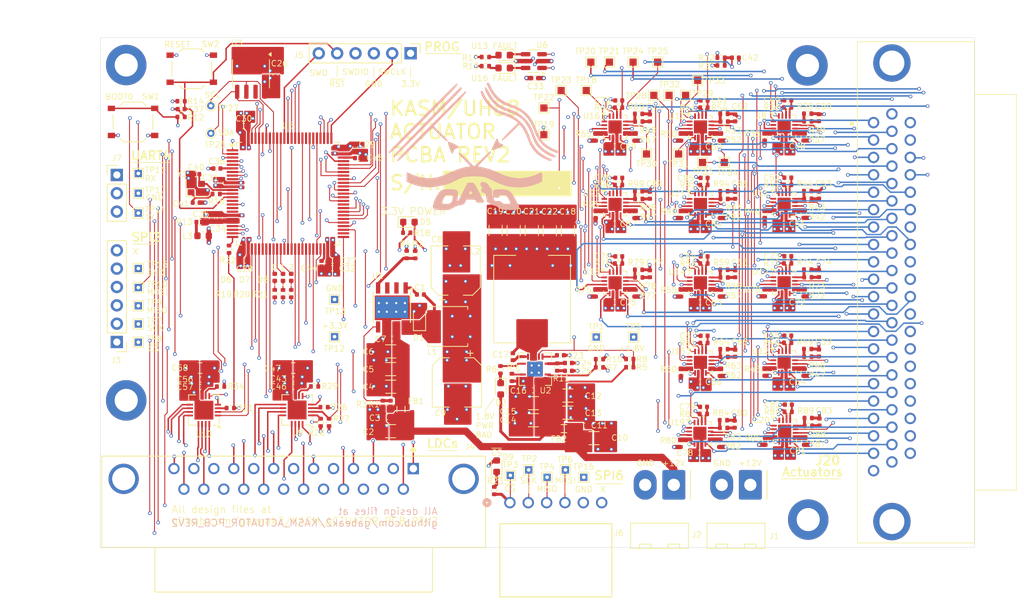
<source format=kicad_pcb>
(kicad_pcb (version 20240108) (generator "pcbnew") (generator_version "8.0")
  (layers (0 "F.Cu" signal) (1 "In1.Cu" signal) (2 "In2.Cu" signal) (3 "In3.Cu" signal) (4 "In4.Cu" signal) (31 "B.Cu" signal) (34 "B.Paste" user) (35 "F.Paste" user) (36 "B.SilkS" user "B.Silkscreen") (37 "F.SilkS" user "F.Silkscreen") (38 "B.Mask" user) (39 "F.Mask" user) (44 "Edge.Cuts" user))
  (net 0 "")
  (net 1 "Net-(D1-K)")
  (net 2 "Net-(U1-BOOT)")
  (net 3 "GND")
  (net 4 "+12V")
  (net 5 "Net-(U1-VIN)")
  (net 6 "+3.3V")
  (net 7 "Net-(D2-A)")
  (net 8 "Net-(C17-Pad2)")
  (net 9 "Net-(U2-BOOT)")
  (net 10 "Net-(U2-SS{slash}TR)")
  (net 11 "Net-(U2-COMP)")
  (net 12 "Net-(C25-Pad1)")
  (net 13 "/MCU/VREF+")
  (net 14 "/MCU/NRST")
  (net 15 "REF")
  (net 16 "Net-(C80-Pad1)")
  (net 17 "/Actuators/TIM16_CH1_TIM15_CH1/EN")
  (net 18 "Net-(C50-Pad1)")
  (net 19 "Net-(D2-K)")
  (net 20 "Net-(U8-SENSEA)")
  (net 21 "Net-(U8-SENSEB)")
  (net 22 "Net-(U8-TOFF)")
  (net 23 "/Actuators/HRTIM_CHA1_HRTIM_CHA2/EN")
  (net 24 "DEBUG_JTCK-SWCLK")
  (net 25 "DEBUG_JTMS-SWDIO")
  (net 26 "DEBUG_JTDO-SWO")
  (net 27 "SPI2_MOSI")
  (net 28 "SPI2_MISO")
  (net 29 "SPI2_NSS")
  (net 30 "SPI2_SCK")
  (net 31 "UART4_RX")
  (net 32 "UART4_TX")
  (net 33 "/Eddy Current Sensors/IN0B")
  (net 34 "/Eddy Current Sensors/IN0A")
  (net 35 "/Eddy Current Sensors/IN1B")
  (net 36 "/Eddy Current Sensors/IN1A")
  (net 37 "/Eddy Current Sensors/IN2B")
  (net 38 "/Eddy Current Sensors/IN2A")
  (net 39 "/Eddy Current Sensors/IN3B")
  (net 40 "/Eddy Current Sensors/IN3A")
  (net 41 "TIM1_CH4_OUT1")
  (net 42 "TIM1_CH2_OUT1")
  (net 43 "HRTIM_CHD2_OUT1")
  (net 44 "Net-(C53-Pad1)")
  (net 45 "TIM1_CH3_OUT2")
  (net 46 "HRTIM_CHA1_OUT2")
  (net 47 "HRTIM_CHD2_OUT2")
  (net 48 "TIM1_CH1_OUT2")
  (net 49 "TIM5_CH2_OUT1")
  (net 50 "TIM4_CH4_OUT2")
  (net 51 "TIM16_CH1_OUT2")
  (net 52 "TIM4_CH3_OUT2")
  (net 53 "HRTIM_CHB1_OUT1")
  (net 54 "HRTIM_CHB2_OUT1")
  (net 55 "TIM14_CH1_OUT2")
  (net 56 "TIM4_CH2_OUT1")
  (net 57 "TIM8_CH4_OUT2")
  (net 58 "TIM13_CH1_OUT2")
  (net 59 "HRTIM_CHC1_OUT1")
  (net 60 "TIM1_CH1_OUT1")
  (net 61 "TIM2_CH1_OUT1")
  (net 62 "TIM5_CH2_OUT2")
  (net 63 "TIM4_CH3_OUT1")
  (net 64 "TIM5_CH3_OUT1")
  (net 65 "HRTIM_CHC2_OUT2")
  (net 66 "TIM1_CH2_OUT2")
  (net 67 "TIM4_CH1_OUT1")
  (net 68 "TIM4_CH2_OUT2")
  (net 69 "TIM15_CH1_OUT1")
  (net 70 "TIM1_CH4_OUT2")
  (net 71 "Net-(C59-Pad1)")
  (net 72 "TIM12_CH2_OUT1")
  (net 73 "Net-(C62-Pad1)")
  (net 74 "HRTIM_CHC2_OUT1")
  (net 75 "Net-(C65-Pad1)")
  (net 76 "HRTIM_CHA2_OUT1")
  (net 77 "HRTIM_CHA1_OUT1")
  (net 78 "HRTIM_CHB1_OUT2")
  (net 79 "HRTIM_CHA2_OUT2")
  (net 80 "Net-(C68-Pad1)")
  (net 81 "TIM13_CH1_OUT1")
  (net 82 "TIM2_CH1_OUT2")
  (net 83 "TIM15_CH2_OUT2")
  (net 84 "HRTIM_CHD1_OUT2")
  (net 85 "TIM15_CH2_OUT1")
  (net 86 "TIM5_CH3_OUT2")
  (net 87 "TIM15_CH1_OUT2")
  (net 88 "TIM8_CH4_OUT1")
  (net 89 "TIM1_CH3_OUT1")
  (net 90 "Net-(C71-Pad1)")
  (net 91 "TIM4_CH1_OUT2")
  (net 92 "TIM12_CH2_OUT2")
  (net 93 "TIM16_CH1_OUT1")
  (net 94 "HRTIM_CHD1_OUT1")
  (net 95 "TIM4_CH4_OUT1")
  (net 96 "TIM14_CH1_OUT1")
  (net 97 "HRTIM_CHC1_OUT2")
  (net 98 "HRTIM_CHB2_OUT2")
  (net 99 "Net-(L3-Pad1)")
  (net 100 "Net-(U1-EN)")
  (net 101 "Net-(U1-VSENSE)")
  (net 102 "ACTUATOR_ENABLE_MCU")
  (net 103 "Net-(U2-PWRGD)")
  (net 104 "Net-(U2-VSENSE)")
  (net 105 "Net-(U2-RT{slash}CLK)")
  (net 106 "/MCU/BOOT0")
  (net 107 "TIM2_CH4_LDC")
  (net 108 "Net-(U9-CLKIN)")
  (net 109 "I2C4_SDA")
  (net 110 "I2C4_SCL")
  (net 111 "/Eddy Current Sensors/SD")
  (net 112 "Net-(C74-Pad1)")
  (net 113 "Net-(C77-Pad1)")
  (net 114 "Net-(C83-Pad1)")
  (net 115 "Net-(C86-Pad1)")
  (net 116 "Net-(C89-Pad1)")
  (net 117 "Net-(U11-SENSEA)")
  (net 118 "Net-(U11-SENSEB)")
  (net 119 "Net-(U11-TOFF)")
  (net 120 "Net-(U12-SENSEA)")
  (net 121 "Net-(U12-SENSEB)")
  (net 122 "Net-(U12-TOFF)")
  (net 123 "Net-(U13-SENSEA)")
  (net 124 "Net-(U13-SENSEB)")
  (net 125 "Net-(U13-TOFF)")
  (net 126 "Net-(U14-SENSEA)")
  (net 127 "Net-(U14-SENSEB)")
  (net 128 "Net-(U14-TOFF)")
  (net 129 "Net-(U15-SENSEA)")
  (net 130 "Net-(U15-SENSEB)")
  (net 131 "Net-(U15-TOFF)")
  (net 132 "Net-(U16-SENSEA)")
  (net 133 "Net-(U16-SENSEB)")
  (net 134 "Net-(U16-TOFF)")
  (net 135 "Net-(U17-SENSEA)")
  (net 136 "Net-(U19-SENSEA)")
  (net 137 "Net-(U19-SENSEB)")
  (net 138 "Net-(U19-TOFF)")
  (net 139 "Net-(U17-SENSEB)")
  (net 140 "Net-(U17-TOFF)")
  (net 141 "Net-(U18-SENSEA)")
  (net 142 "Net-(U18-SENSEB)")
  (net 143 "Net-(U18-TOFF)")
  (net 144 "Net-(U20-SENSEA)")
  (net 145 "Net-(U20-SENSEB)")
  (net 146 "Net-(U20-TOFF)")
  (net 147 "Net-(U21-SENSEA)")
  (net 151 "HRTIM_CHD1_PHASE")
  (net 152 "TIM8_CH4_PHASE")
  (net 153 "Net-(U21-SENSEB)")
  (net 154 "TIM12_CH2")
  (net 155 "TIM1_CH2_PHASE")
  (net 156 "HRTIM_CHA2")
  (net 157 "Net-(U21-TOFF)")
  (net 158 "TIM8_CH4")
  (net 159 "TIM15_CH2")
  (net 160 "Net-(U22-SENSEA)")
  (net 161 "TIM16_CH1")
  (net 162 "TIM13_CH1")
  (net 163 "TIM5_CH2_PHASE")
  (net 164 "HRTIM_CHB1")
  (net 165 "HRTIM_CHA1")
  (net 166 "SPI6_MOSI")
  (net 167 "HRTIM_CHD2_PHASE")
  (net 168 "HRTIM_CHB2_PHASE")
  (net 169 "TIM4_CH2")
  (net 170 "HRTIM_CHC1_PHASE")
  (net 171 "TIM4_CH3_PHASE")
  (net 172 "TIM13_CH1_PHASE")
  (net 173 "HRTIM_CHC2_PHASE")
  (net 174 "TIM4_CH1")
  (net 175 "TIM4_CH4_PHASE")
  (net 176 "SPI6_SCK")
  (net 177 "TIM1_CH1_PHASE")
  (net 178 "TIM1_CH1")
  (net 179 "SPI6_MISO")
  (net 180 "HRTIM_CHD2")
  (net 181 "Net-(U22-SENSEB)")
  (net 182 "TIM12_CH2_PHASE")
  (net 183 "HRTIM_CHB1_PHASE")
  (net 184 "HRTIM_CHD1")
  (net 185 "HRTIM_CHA2_PHASE")
  (net 186 "TIM1_CH3_PHASE")
  (net 187 "SPI6_NSS")
  (net 188 "TIM1_CH4")
  (net 189 "HRTIM_CHC2")
  (net 190 "TIM16_CH1_PHASE")
  (net 191 "TIM15_CH2_PHASE")
  (net 192 "TIM1_CH2")
  (net 193 "TIM1_CH3")
  (net 194 "TIM1_CH4_PHASE")
  (net 195 "TIM5_CH3_PHASE")
  (net 196 "TIM14_CH1")
  (net 197 "TIM4_CH4")
  (net 198 "HRTIM_CHA1_PHASE")
  (net 199 "TIM15_CH1_PHASE")
  (net 200 "TIM15_CH1")
  (net 201 "TIM4_CH1_PHASE")
  (net 202 "TIM4_CH3")
  (net 203 "Net-(U22-TOFF)")
  (net 204 "TIM2_CH1")
  (net 205 "TIM4_CH2_PHASE")
  (net 206 "TIM14_CH1_PHASE")
  (net 207 "TIM2_CH1_PHASE")
  (net 208 "HRTIM_CHC1")
  (net 209 "TIM5_CH2")
  (net 210 "HRTIM_CHB2")
  (net 211 "TIM5_CH3")
  (net 212 "/Actuators/HRTIM_CHB1_TIM8_CH4/EN")
  (net 213 "/Actuators/HRTIM_CHB2_HRTIM_CHC1/EN")
  (net 214 "/Actuators/HRTIM_CHD2_TIM4_CH2/EN")
  (net 215 "/Actuators/TIM1_CH2_TIM1_CH3/EN")
  (net 216 "/Actuators/TIM2_CH1_TIM5_CH2/EN")
  (net 219 "/Actuators/TIM4_CH3_TIM4_CH4/EN")
  (net 220 "/Actuators/TIM5_CH3_TIM13_CH1/EN")
  (net 221 "/Actuators/TIM14_CH1_TIM1_CH1/EN")
  (net 222 "Net-(U10-CLKIN)")
  (net 223 "/Actuators/TIM15_CH2_TIM4_CH1/EN")
  (net 224 "Net-(U5-PH1)")
  (net 225 "Net-(C45-Pad1)")
  (net 233 "Net-(C44-Pad1)")
  (net 235 "Net-(C41-Pad1)")
  (net 236 "Net-(U5-PH0)")
  (net 237 "Net-(U5-VBAT)")
  (net 240 "+1.8V")
  (net 241 "LDC0_INTB")
  (net 242 "LDC1_INTB")
  (net 252 "/Eddy Current Sensors/IN7B")
  (net 253 "/Eddy Current Sensors/IN5A")
  (net 254 "/Eddy Current Sensors/IN6B")
  (net 255 "/Eddy Current Sensors/IN5B")
  (net 256 "/Eddy Current Sensors/IN4A")
  (net 257 "/Eddy Current Sensors/IN6A")
  (net 258 "/Eddy Current Sensors/IN4B")
  (net 259 "/Eddy Current Sensors/IN7A")
  (net 262 "Net-(U10-SD)")
  (net 265 "EN_U13")
  (net 266 "EN_U16")
  (net 267 "Net-(D3-K)")
  (net 268 "Net-(D3-A)")
  (net 269 "Net-(D4-K)")
  (net 270 "Net-(D4-A)")
  (net 271 "Net-(D5-K)")
  (net 272 "Net-(D6-K)")
  (net 273 "LED0")
  (net 274 "LED1")
  (net 275 "Net-(D7-K)")
  (net 276 "Net-(D8-K)")
  (net 277 "LED2")
  (net 279 "Net-(U5-PA3)")
  (net 281 "Net-(D9-K)")
  (footprint "gabe_connectors:TE_5747846-4" (layer "F.Cu") (at 121.1578 114.2746)
    (property "Reference" "J4")
    (property "Value" "DB25_Receptacle_MountingHoles")
  )
  (footprint "Resistor_SMD:R_0402_1005Metric" (layer "F.Cu") (at 161.29 106.7102)
    (property "Reference" "R81")
    (property "Value" "10k")
  )
  (footprint "Package_DFN_QFN:WQFN-16-1EP_4x4mm_P0.5mm_EP2.6x2.6mm" (layer "F.Cu") (at 105.0811 106.1538 180)
    (property "Reference" "U9")
    (property "Value" "LDC1614")
  )
  (footprint "Resistor_SMD:R_0402_1005Metric" (layer "F.Cu") (at 172.9486 64.262)
    (property "Reference" "R36")
    (property "Value" "10k")
  )
  (footprint "Capacitor_SMD:C_1206_3216Metric" (layer "F.Cu") (at 117.9988 109.0898 180)
    (property "Reference" "C2")
    (property "Value" "10uF")
  )
  (footprint "Resistor_SMD:R_0402_1005Metric" (layer "F.Cu") (at 146.9116 100.2538 180)
    (property "Reference" "R7")
    (property "Value" "12.4k")
  )
  (footprint "Resistor_SMD:R_0402_1005Metric" (layer "F.Cu") (at 172.9486 85.852)
    (property "Reference" "R71")
    (property "Value" "10k")
  )
  (footprint "Resistor_SMD:R_0402_1005Metric" (layer "F.Cu") (at 93.8806 76.2508)
    (property "Reference" "R16")
    (property "Value" "442")
  )
  (footprint "Package_SO:TI_SO-PowerPAD-8_ThermalVias" (layer "F.Cu") (at 118.1896 91.9576 -90)
    (property "Reference" "U1")
    (property "Value" "TPS5430DDA")
  )
  (footprint "Resistor_SMD:R_0402_1005Metric" (layer "F.Cu") (at 149.5552 85.8774)
    (property "Reference" "R76")
    (property "Value" "10k")
  )
  (footprint "Button_Switch_SMD:SW_Push_1P1T_XKB_TS-1187A" (layer "F.Cu") (at 82.375 66.2686)
    (property "Reference" "SW1")
    (property "Value" "SW_Push")
  )
  (footprint "Resistor_SMD:R_0402_1005Metric" (layer "F.Cu") (at 169.7736 79.0448 -90)
    (property "Reference" "R40")
    (property "Value" "330m")
  )
  (footprint "Resistor_SMD:R_0402_1005Metric" (layer "F.Cu") (at 134.7938 101.6476 -90)
    (property "Reference" "R9")
    (property "Value" "240k")
  )
  (footprint "TestPoint:TestPoint_Pad_1.0x1.0mm" (layer "F.Cu") (at 160.5026 60.5028)
    (property "Reference" "TP33")
    (property "Value" "\"HRTCHD1\"")
  )
  (footprint "Capacitor_SMD:C_0402_1005Metric" (layer "F.Cu") (at 149.0218 91.2368)
    (property "Reference" "C75")
    (property "Value" "100nF")
  )
  (footprint "Capacitor_SMD:C_0402_1005Metric" (layer "F.Cu") (at 177.2666 65.6844 90)
    (property "Reference" "C50")
    (property "Value" "22nF")
  )
  (footprint "Resistor_SMD:R_0402_1005Metric" (layer "F.Cu") (at 149.5552 75.0062)
    (property "Reference" "R96")
    (property "Value" "10k")
  )
  (footprint "Capacitor_SMD:C_0402_1005Metric" (layer "F.Cu") (at 91.6686 102.9716 180)
    (property "Reference" "C57")
    (property "Value" "100nF")
  )
  (footprint "Package_DFN_QFN:VQFN-16-1EP_3x3mm_P0.5mm_EP1.8x1.8mm" (layer "F.Cu") (at 172.4732 99.5244)
    (property "Reference" "U12")
    (property "Value" "STSPIN240")
  )
  (footprint "Capacitor_SMD:C_0402_1005Metric" (layer "F.Cu") (at 172.974 84.8614 180)
    (property "Reference" "C73")
    (property "Value" "10nF")
  )
  (footprint "Resistor_SMD:R_0402_1005Metric" (layer "F.Cu") (at 164.1348 65.151)
    (property "Reference" "R54")
    (property "Value" "10k")
  )
  (footprint "Capacitor_SMD:C_0402_1005Metric" (layer "F.Cu") (at 172.4152 80.3402)
    (property "Reference" "C51")
    (property "Value" "100nF")
  )
  (footprint "Package_DFN_QFN:VQFN-16-1EP_3x3mm_P0.5mm_EP1.8x1.8mm" (layer "F.Cu") (at 172.4732 77.655)
    (property "Reference" "U11")
    (property "Value" "STSPIN240")
  )
  (footprint "Capacitor_SMD:C_1206_3216Metric" (layer "F.Cu") (at 137.7674 105.2074 180)
    (property "Reference" "C15")
    (property "Value" "10uF")
  )
  (footprint "Resistor_SMD:R_0402_1005Metric" (layer "F.Cu") (at 146.3802 79.0702 -90)
    (property "Reference" "R95")
    (property "Value" "330m")
  )
  (footprint "Capacitor_SMD:C_0402_1005Metric" (layer "F.Cu") (at 142.621 100.7362)
    (property "Reference" "C25")
    (property "Value" "82nF")
  )
  (footprint "Capacitor_SMD:C_0402_1005Metric" (layer "F.Cu") (at 177.2666 87.2744 90)
    (property "Reference" "C74")
    (property "Value" "22nF")
  )
  (footprint "TestPoint:TestPoint_Pad_1.0x1.0mm" (layer "F.Cu") (at 139.2174 64.3382)
    (property "Reference" "TP22")
    (property "Value" "\"T12CH2_P\"")
  )
  (footprint "Inductor_SMD:L_Changjiang_FNR5020S" (layer "F.Cu") (at 125.9236 94.5948)
    (property "Reference" "L1")
    (property "Value" "56uH")
  )
  (footprint "Resistor_SMD:R_0402_1005Metric" (layer "F.Cu") (at 91.6494 80.137 180)
    (property "Reference" "R13")
    (property "Value" "10")
  )
  (footprint "Capacitor_SMD:C_0402_1005Metric" (layer "F.Cu") (at 149.0218 69.6468)
    (property "Reference" "C69")
    (property "Value" "100nF")
  )
  (footprint "Capacitor_SMD:C_0402_1005Metric" (layer "F.Cu") (at 149.5806 74.0156 180)
    (property "Reference" "C88")
    (property "Value" "10nF")
  )
  (footprint "Capacitor_SMD:C_0402_1005Metric" (layer "F.Cu") (at 165.6842 65.7098 90)
    (property "Reference" "C62")
    (property "Value" "22nF")
  )
  (footprint "Resistor_SMD:R_0402_1005Metric" (layer "F.Cu") (at 120.2457 81.6102)
    (property "Reference" "R18")
    (property "Value" "100")
  )
  (footprint "TestPoint:TestPoint_THTPad_1.0x1.0mm_Drill0.5mm" (layer "F.Cu") (at 110.2614 90.8506 -90)
    (property "Reference" "TP13")
    (property "Value" "\"GND\"")
  )
  (footprint "Capacitor_SMD:C_0402_1005Metric" (layer "F.Cu") (at 91.0632 73.5076 180)
    (property "Reference" "C40")
    (property "Value" "15pF")
  )
  (footprint "Resistor_SMD:R_0402_1005Metric" (layer "F.Cu") (at 158.115 110.7742 -90)
    (property "Reference" "R80")
    (property "Value" "330m")
  )
  (footprint "LED_SMD:LED_0603_1608Metric" (layer "F.Cu") (at 120.5484 80.137)
    (property "Reference" "D5")
    (property "Value" "LED_GREEN")
  )
  (footprint "Resistor_SMD:R_0402_1005Metric" (layer "F.Cu") (at 152.3238 65.151)
    (property "Reference" "R69")
    (property "Value" "10k")
  )
  (footprint "Capacitor_SMD:CP_Elec_6.3x5.4" (layer "F.Cu") (at 127.0158 86.8478 90)
    (property "Reference" "C8")
    (property "Value" "220uF")
  )
  (footprint "Capacitor_SMD:C_0402_1005Metric" (layer "F.Cu") (at 142.616 99.6508)
    (property "Reference" "C24")
    (property "Value" "150pF")
  )
  (footprint "Connector_Molex:Molex_KK-396_A-41792-0002_1x02_P3.96mm_Horizontal" (layer "F.Cu") (at 167.784 116.5226 180)
    (property "Reference" "J1")
    (property "Value" "Conn_01x02")
  )
  (footprint "Capacitor_SMD:C_0402_1005Metric" (layer "F.Cu") (at 161.3154 105.7196 180)
    (property "Reference" "C79")
    (property "Value" "10nF")
  )
  (footprint "Capacitor_SMD:C_0402_1005Metric" (layer "F.Cu") (at 172.4152 102.2096)
    (property "Reference" "C54")
    (property "Value" "100nF")
  )
  (footprint "TestPoint:TestPoint_THTPad_1.0x1.0mm_Drill0.5mm" (layer "F.Cu") (at 83.1088 86.5632)
    (property "Reference" "TP15")
    (property "Value" "\"GND\"")
  )
  (footprint "Capacitor_SMD:C_0402_1005Metric" (layer "F.Cu") (at 161.3916 84.8868 180)
    (property "Reference" "C64")
    (property "Value" "10nF")
  )
  (footprint "MountingHole:MountingHole_3.2mm_M3_DIN965_Pad" (layer "F.Cu") (at 81.4324 58.3894)
    (property "Reference" "H3" (hide yes))
    (property "Value" "MountingHole_Pad")
  )
  (footprint "Resistor_SMD:R_0402_1005Metric" (layer "F.Cu") (at 146.9116 99.118932)
    (property "Reference" "R10")
    (property "Value" "10k")
  )
  (footprint "TestPoint:TestPoint_Pad_1.0x1.0mm" (layer "F.Cu") (at 157.861 70.7136 180)
    (property "Reference" "TP31")
    (property "Value" "\"HRTCHC2_O2\"")
  )
  (footprint "Resistor_SMD:R_0402_1005Metric" (layer "F.Cu") (at 164.0586 107.5738)
    (property "Reference" "R84")
    (property "Value" "10k")
  )
  (footprint "Capacitor_SMD:C_0402_1005Metric" (layer "F.Cu") (at 109.9618 85.471 180)
    (property "Reference" "C27")
    (property "Value" "100nF")
  )
  (footprint "Resistor_SMD:R_0402_1005Metric" (layer "F.Cu") (at 163.5252 110.7722 -90)
    (property "Reference" "R82")
    (property "Value" "330m")
  )
  (footprint "TestPoint:TestPoint_Pad_1.0x1.0mm" (layer "F.Cu") (at 158.8262 62.5856)
    (property "Reference" "TP29")
    (property "Value" "\"HRTCHC2\"")
  )
  (footprint "Resistor_SMD:R_0402_1005Metric" (layer "F.Cu") (at 108.8116 105.7656)
    (property "Reference" "R26")
    (property "Value" "0")
  )
  (footprint "Resistor_SMD:R_0402_1005Metric" (layer "F.Cu") (at 109.4994 107.8738 90)
    (property "Reference" "R27")
    (property "Value" "4.7k")
  )
  (footprint "TestPoint:TestPoint_THTPad_1.0x1.0mm_Drill0.5mm" (layer "F.Cu") (at 144.7419 115.4684)
    (property "Reference" "TP16")
    (property "Value" "\"GND\"")
  )
  (footprint "Diode_SMD:D_SOD-323" (layer "F.Cu") (at 122.012 93.5534 90)
    (property "Reference" "D1")
    (property "Value" "D_Schottky")
  )
  (footprint "Resistor_SMD:R_0402_1005Metric" (layer "F.Cu") (at 152.3492 66.2178)
    (property "Reference" "R68")
    (property "Value" "1k")
  )
  (footprint "Capacitor_SMD:C_0402_1005Metric" (layer "F.Cu") (at 153.8732 65.7098 90)
    (property "Reference" "C71")
    (property "Value" "22nF")
  )
  (footprint "Resistor_SMD:R_0402_1005Metric" (layer "F.Cu") (at 161.3662 85.8774)
    (property "Reference" "R56")
    (property "Value" "10k")
  )
  (footprint "gabe_connectors:CONN_A-7478-06A_MOL" (layer "F.Cu") (at 134.5184 118.9868)
    (property "Reference" "J6")
    (property "Value" "Conn_01x06")
  )
  (footprint "Capacitor_SMD:C_0402_1005Metric" (layer "F.Cu") (at 160.8328 91.2368)
    (property "Reference" "C63")
    (property "Value" "100nF")
  )
  (footprint "Resistor_SMD:R_0402_1005Metric" (layer "F.Cu") (at 158.1912 79.0702 -90)
    (property "Reference" "R90")
    (property "Value" "330m")
  )
  (footprint "Resistor_SMD:R_0402_1005Metric" (layer "F.Cu") (at 89.027 65.5828)
    (property "Reference" "R12")
    (property "Value" "10k")
  )
  (footprint "Resistor_SMD:R_0402_1005Metric" (layer "F.Cu") (at 172.9486 74.9808)
    (property "Reference" "R41")
    (property "Value" "10k")
  )
  (footprint "Inductor_SMD:L_0805_2012Metric" (layer "F.Cu") (at 119.4466 106.0418 90)
    (property "Reference" "FB1")
    (property "Value" "FerriteBead_Small")
  )
  (footprint "Resistor_SMD:R_0402_1005Metric" (layer "F.Cu") (at 169.7736 100.9142 -90)
    (property "Reference" "R45")
    (property "Value" "330m")
  )
  (footprint "Resistor_SMD:R_0402_1005Metric" (layer "F.Cu") (at 164.1602 98.806)
    (property "Reference" "R63")
    (property "Value" "1k")
  )
  (footprint "Resistor_SMD:R_0402_1005Metric" (layer "F.Cu") (at 169.7736 68.326 -90)
    (property "Reference" "R35")
    (property "Value" "330m")
  )
  (footprint "Resistor_SMD:R_0402_1005Metric" (layer "F.Cu") (at 89.027 63.3984)
    (property "Reference" "R14")
    (property "Value" "11k")
  )
  (footprint "Resistor_SMD:R_0402_1005Metric" (layer "F.Cu") (at 175.1838 79.0428 -90)
    (property "Reference" "R42")
    (property "Value" "330m")
  )
  (footprint "TestPoint:TestPoint_THTPad_1.0x1.0mm_Drill0.5mm" (layer "F.Cu") (at 83.1088 78.8924)
    (property "Reference" "TP14")
    (property "Value" "\"TX4\"")
  )
  (footprint "Capacitor_SMD:C_0402_1005Metric" (layer "F.Cu") (at 149.5806 63.2968 180)
    (property "Reference" "C70")
    (property "Value" "10nF")
  )
  (footprint "Capacitor_SMD:C_0402_1005Metric" (layer "F.Cu") (at 91.114 77.4446)
    (property "Reference" "C41")
    (property "Value" "15pF")
  )
  (footprint "Package_DFN_QFN:VQFN-16-1EP_3x3mm_P0.5mm_EP1.8x1.8mm" (layer "F.Cu") (at 160.8908 99.5498)
    (property "Reference" "U15")
    (property "Value" "STSPIN240")
  )
  (footprint "TestPoint:TestPoint_THTPad_1.0x1.0mm_Drill0.5mm" (layer "F.Cu") (at 151.638 96.0628)
    (property "Reference" "TP5")
    (property "Value" "\"1.8V\"")
  )
  (footprint "Capacitor_SMD:C_0402_1005Metric" (layer "F.Cu") (at 165.608 108.1326 90)
    (property "Reference" "C80")
    (property "Value" "22nF")
  )
  (footprint "LED_SMD:LED_0402_1005Metric" (layer "F.Cu") (at 101.981 87.787 90)
    (property "Reference" "D6")
    (property "Value" "LED_WHITE")
  )
  (footprint "Capacitor_SMD:C_1206_3216Metric" (layer "F.Cu") (at 132.5428 81.2816 90)
    (property "Reference" "C19")
    (property "Value" "100uF")
  )
  (footprint "LED_SMD:LED_0402_1005Metric" (layer "F.Cu") (at 103.124 87.789 90)
    (property "Reference" "D7")
    (property "Value" "LED_WHITE")
  )
  (footprint "Capacitor_SMD:C_0402_1005Metric" (layer "F.Cu") (at 160.8328 80.3656)
    (property "Reference" "C84")
    (property "Value" "100nF")
  )
  (footprint "Inductor_SMD:L_0805_2012Metric" (layer "F.Cu") (at 141.9961 108.738 180)
    (property "Reference" "FB2")
    (property "Value" "FerriteBead_Small")
  )
  (footprint "Resistor_SMD:R_0402_1005Metric" (layer "F.Cu") (at 163.6014 79.0682 -90)
    (property "Reference" "R92")
    (property "Value" "330m")
  )
  (footprint "TestPoint:TestPoint_Pad_1.0x1.0mm" (layer "F.Cu") (at 141.605 61.9252)
    (property "Reference" "TP23")
    (property "Value" "\"T12CH2\"")
  )
  (footprint "Capacitor_SMD:C_0402_1005Metric" (layer "F.Cu") (at 93.9842 72.7202)
    (property "Reference" "C36")
    (property "Value" "100nF")
  )
  (footprint "Capacitor_SMD:C_0402_1005Metric" (layer "F.Cu") (at 94.488 74.676 90)
    (property "Reference" "C31")
    (property "Value" "100nF")
  )
  (footprint "Resistor_SMD:R_0402_1005Metric" (layer "F.Cu") (at 175.1838 100.9122 -90)
    (property "Reference" "R47")
    (property "Value" "330m")
  )
  (footprint "Resistor_SMD:R_0402_1005Metric" (layer "F.Cu") (at 141.0666 100.2096 -90)
    (property "Reference" "R11")
    (property "Value" "3.01k")
  )
  (footprint "Resistor_SMD:R_0402_1005Metric" (layer "F.Cu") (at 175.7172 97.7138)
    (property "Reference" "R49")
    (property "Value" "10k")
  )
  (footprint "Capacitor_SMD:C_0402_1005Metric" (layer "F.Cu") (at 153.8732 76.4286 90)
    (property "Reference" "C89")
    (property "Value" "22nF")
  )
  (footprint "Resistor_SMD:R_0402_1005Metric" (layer "F.Cu") (at 173.0248 106.4054)
    (property "Reference" "R86")
    (property "Value" "10k")
  )
  (footprint "Capacitor_SMD:C_0805_2012Metric" (layer "F.Cu") (at 91.6686 100.3554 180)
    (property "Reference" "C58")
    (property "Value" "10uF")
  )
  (footprint "Inductor_SMD:L_Chilisin_BMRF00101040" (layer "F.Cu") (at 137.5918 90.805 90)
    (property "Reference" "L2")
    (property "Value" "6.8uH")
  )
  (footprint "TestPoint:TestPoint_Pad_1.0x1.0mm" (layer "F.Cu") (at 151.5618 57.9882)
    (property "Reference" "TP24")
    (property "Value" "\"T12CH2_O1\"")
  )
  (footprint "TestPoint:TestPoint_THTPad_1.0x1.0mm_Drill0.5mm" (layer "F.Cu") (at 146.4564 96.0628)
    (property "Reference" "TP1")
    (property "Value" "\"GND\"")
  )
  (footprint "Resistor_SMD:R_0402_1005Metric" (layer "F.Cu") (at 169.8498 110.4694 -90)
    (property "Reference" "R85")
    (property "Value" "330m")
  )
  (footprint "LED_SMD:LED_0603_1608Metric" (layer "F.Cu") (at 133.731 57.023 180)
    (property "Reference" "D4" (hide yes))
    (property "Value" "LED_RED")
  )
  (footprint "Resistor_SMD:R_0402_1005Metric" (layer "F.Cu") (at 163.6014 68.3494 -90)
    (property "Reference" "R52")
    (property "Value" "330m")
  )
  (footprint "TestPoint:TestPoint_Pad_1.0x1.0mm" (layer "F.Cu") (at 156.5402 62.5856)
    (property "Reference" "TP32")
    (property "Value" "\"HRTCHD1_P\"")
  )
  (footprint "Capacitor_SMD:C_0402_1005Metric" (layer "F.Cu") (at 97.7968 85.471 180)
    (property "Reference" "C28")
    (property "Value" "100nF")
  )
  (footprint "components_2:09564527612" (layer "F.Cu") (at 187.3758 88.5728 -90)
    (property "Reference" "J20")
    (property "Value" "09564527612" (hide yes))
  )
  (footprint "TestPoint:TestPoint_Pad_1.0x1.0mm" (layer "F.Cu") (at 164.1856 71.882 180)
    (property "Reference" "TP34")
    (property "Value" "\"HRTCHD1_O1\"")
  )
  (footprint "Capacitor_SMD:C_0402_1005Metric" (layer "F.Cu") (at 160.8328 102.235)
    (property "Reference" "C66")
    (property "Value" "100nF")
  )
  (footprint "Capacitor_SMD:C_1206_3216Metric" (layer "F.Cu") (at 146.1574 110.0588)
    (property "Reference" "C10")
    (property "Value" "10uF")
  )
  (footprint "TestPoint:TestPoint_Pad_1.0x1.0mm" (layer "F.Cu") (at 139.2174 68.0466)
    (property "Reference" "TP19")
    (property "Value" "\"T1CH4\"")
  )
  (footprint "Capacitor_SMD:C_0402_1005Metric" (layer "F.Cu") (at 173.0502 105.4148 180)
    (property "Reference" "C82")
    (property "Value" "10nF")
  )
  (footprint "Resistor_SMD:R_0402_1005Metric" (layer "F.Cu") (at 104.267 90.043 -90)
    (property "Reference" "R21")
    (property "Value" "220")
  )
  (footprint "Resistor_SMD:R_0402_1005Metric" (layer "F.Cu") (at 149.5552 64.2874)
    (property "Reference" "R66")
    (property "Value" "10k")
  )
  (footprint "Capacitor_SMD:C_0402_1005Metric" (layer "F.Cu") (at 160.7566 112.0696)
    (property "Reference" "C78")
    (property "Value" "100nF")
  )
  (footprint "Resistor_SMD:R_0402_1005Metric" (layer "F.Cu") (at 146.3802 68.3514 -90)
    (property "Reference" "R65")
    (property "Value" "330m")
  )
  (footprint "Capacitor_SMD:C_1206_3216Metric" (layer "F.Cu") (at 137.5438 81.307 90)
    (property "Reference" "C21")
    (property "Value" "100uF")
  )
  (footprint "Resistor_SMD:R_0402_1005Metric" (layer "F.Cu") (at 95.8322 105.8926)
    (property "Reference" "R31")
    (property "Value" "0")
  )
  (footprint "Package_DFN_QFN:VQFN-16-1EP_3x3mm_P0.5mm_EP1.8x1.8mm" (layer "F.Cu") (at 149.0798 88.5516)
    (property "Reference" "U18")
    (property "Value" "STSPIN240")
  )
  (footprint "Capacitor_SMD:C_0402_1005Metric" (layer "F.Cu") (at 153.8732 87.2998 90)
    (property "Reference" "C77")
    (property "Value" "22nF")
  )
  (footprint "Package_SO:SOIC-8_3.9x4.9mm_P1.27mm" (layer "F.Cu") (at 98.6902 59.6138 -90)
    (property "Reference" "U3")
    (property "Value" "M24C02-WMN")
  )
  (footprint "Button_Switch_SMD:SW_Push_1P1T_XKB_TS-1187A" (layer "F.Cu") (at 90.5002 58.9026)
    (property "Reference" "SW2")
    (property "Value" "SW_Push")
  )
  (footprint "Resistor_SMD:R_0402_1005Metric" (layer "F.Cu") (at 175.1838 68.324 -90)
    (property "Reference" "R37")
    (property "Value" "330m")
  )
  (footprint "Resistor_SMD:R_0402_1005Metric" (layer "F.Cu") (at 164.084 108.6406)
    (property "Reference" "R83")
    (property "Value" "1k")
  )
  (footprint "TestPoint:TestPoint_THTPad_1.0x1.0mm_Drill0.5mm" (layer "F.Cu") (at 83.1088 94.250932 180)
    (property "Reference" "TP7")
    (property "Value" "\"SCK2\"")
  )
  (footprint "Resistor_SMD:R_0402_1005Metric" (layer "F.Cu") (at 175.7426 87.7824)
    (property "Reference" "R73")
    (property "Value" "1k")
  )
  (footprint "Package_DFN_QFN:VQFN-16-1EP_3x3mm_P0.5mm_EP1.8x1.8mm" (layer "F.Cu") (at 172.4732 66.9362)
    (property "Reference" "U8")
    (property "Value" "STSPIN240")
  )
  (footprint "TestPoint:TestPoint_Pad_1.0x1.0mm" (layer "F.Cu") (at 154.432 62.5856)
    (property "Reference" "TP28")
    (property "Value" "\"HRTCHC2_P\"")
  )
  (footprint "Capacitor_SMD:C_0402_1005Metric" (layer "F.Cu") (at 137.7682 103.438666 180)
    (property "Reference" "C16")
    (property "Value" "100nF")
  )
  (footprint "Capacitor_SMD:C_0402_1005Metric" (layer "F.Cu") (at 93.2984 79.5782 -90)
    (property "Reference" "C35")
    (property "Value" "4.7uF")
  )
  (footprint "Resistor_SMD:R_0402_1005Metric" (layer "F.Cu") (at 164.1602 87.8078)
    (property "Reference" "R58")
    (property "Value" "1k")
  )
  (footprint "Package_DFN_QFN:VQFN-16-1EP_3x3mm_P0.5mm_EP1.8x1.8mm" (layer "F.Cu") (at 149.0798 77.6804)
    (property "Reference" "U22")
    (property "Value" "STSPIN240")
  )
  (footprint "Capacitor_SMD:C_0402_1005Metric" (layer "F.Cu") (at 165.6842 76.4286 90)
    (property "Reference" "C86")
    (property "Value" "22nF")
  )
  (footprint "Resistor_SMD:R_0402_1005Metric" (layer "F.Cu") (at 158.1912 89.9414 -90)
    (property "Reference" "R55")
    (property "Value" "330m")
  )
  (footprint "Capacitor_SMD:C_0402_1005Metric" (layer "F.Cu") (at 137.9475 60.198)
    (property "Reference" "C33")
    (property "Value" "100nF")
  )
  (footprint "Capacitor_SMD:C_0402_1005Metric" (layer "F.Cu") (at 94.3652 79.5782 90)
    (property "Reference" "C34")
    (property "Value" "100nF")
  )
  (footprint "Capacitor_SMD:C_0402_1005Metric" (layer "F.Cu") (at 118.1994 96.2966 180)
    (property "Reference" "C7")
    (property "Value" "100nF")
  )
  (footprint "Capacitor_SMD:C_1206_3216Metric" (layer "F.Cu") (at 135.0433 81.3052 90)
    (property "Reference" "C20")
    (property "Value" "100uF")
  )
  (footprint "Capacitor_SMD:C_0402_1005Metric" (layer "F.Cu") (at 144.7858 108.3316)
    (property "Reference" "C11")
    (property "Value" "100nF")
  )
  (footprint "Resistor_SMD:R_0402_1005Metric" (layer "F.Cu") (at 163.6014 89.9394 -90)
    (property "Reference" "R57")
    (property "Value" "330m")
  )
  (footprint "Package_DFN_QFN:VQFN-16-1EP_3x3mm_P0.5mm_EP1.8x1.8mm" (layer "F.Cu") (at 160.8908 77.6804)
    (property "Reference" "U21")
    (property "Value" "STSPIN240")
  )
  (footprint "LED_SMD:LED_0603_1608Metric" (layer "F.Cu") (at 133.2444 103.2256 -90)
    (property "Reference" "D2")
    (property "Value" "LED")
  )
  (footprint "Capacitor_SMD:C_0402_1005Metric" (layer "F.Cu") (at 89.027 64.4906 180)
    (property "Reference" "C37")
    (property "Value" "100nF")
  )
  (footprint "Resistor_SMD:R_0402_1005Metric" (layer "F.Cu") (at 163.6014 100.9376 -90)
    (property "Reference" "R62")
    (property "Value" "330m")
  )
  (footprint "Capacitor_SMD:C_0402_1005Metric" (layer "F.Cu") (at 165.719 57.3786)
    (property "Reference" "C42")
    (property "Value" "1uF")
  )
  (footprint "Package_DFN_QFN:VQFN-16-1EP_3x3mm_P0.5mm_EP1.8x1.8mm" (layer "F.Cu") (at 160.8146 109.3844)
    (property "Reference" "U19")
    (property "Value" "STSPIN240")
  )
  (footprint "Capacitor_SMD:C_0402_1005Metric" (layer "F.Cu") (at 177.2666 98.2726 90)
    (property "Reference" "C59")
    (property "Value" "22nF")
  )
  (footprint "MountingHole:MountingHole_3.2mm_M3_DIN965_Pad" (layer "F.Cu") (at 81.4324 104.8258)
    (property "Reference" "H2" (hide yes))
    (property "Value" "MountingHole_Pad")
  )
  (footprint "Resistor_SMD:R_0402_1005Metric" (layer "F.Cu") (at 163.7398 57.3786)
    (property "Reference" "R32")
    (property "Value" "2.2k")
  )
  (footprint "Capacitor_SMD:C_0402_1005Metric" (layer "F.Cu") (at 177.3428 107.8278 90)
    (property "Reference" "C83")
    (property "Value" "22nF")
  )
  (footprint "Resistor_SMD:R_0402_1005Metric" (layer "F.Cu") (at 151.7904 89.9394 -90)
    (property "Reference" "R77")
    (property "Value" "330m")
  )
  (footprint "TestPoint:TestPoint_THTPad_1.0x1.0mm_Drill0.5mm" (layer "F.Cu") (at 83.1088 89.2048 180)
    (property "Reference" "TP10")
    (property "Value" "\"MOSI2\"")
  )
  (footprint "Resistor_SMD:R_0402_1005Metric" (layer "F.Cu") (at 163.7378 58.4454 180)
    (property "Reference" "R33")
    (property "Value" "220")
  )
  (footprint "Package_TO_SOT_SMD:SOT-23-6" (layer "F.Cu") (at 137.826 57.846 180)
    (property "Reference" "U6")
    (property "Value" "74LVC2G07")
  )
  (footprint "Capacitor_SMD:CP_Elec_6.3x5.4" (layer "F.Cu") (at 127.1936 102.3418 -90)
    (property "Reference" "C9")
    (property "Value" "220uF")
  )
  (footprint "Resistor_SMD:R_0402_1005Metric" (layer "F.Cu") (at 175.1838 89.914 -90)
    (property "Reference" "R72")
    (property "Value" "330m")
  )
  (footprint "Capacitor_SMD:C_0402_1005Metric" (layer "F.Cu") (at 161.3916 74.0156 180)
    (property "Reference" "C85")
    (property "Value" "10nF")
  )
  (footprint "Capacitor_SMD:C_0402_1005Metric" (layer "F.Cu") (at 102.0836 59.6852 90)
    (property "Reference" "C26")
    (property "Value" "100nF")
  )
  (footprint "Capacitor_SMD:C_0402_1005Metric" (layer "F.Cu") (at 172.974 73.9902 180)
    (property "Reference" "C52")
    (property "Value" "10nF")
  )
  (footprint "TestPoint:TestPoint_THTPad_1.0x1.0mm_Drill0.5mm" (layer "F.Cu") (at 83.1088 96.774 180)
    (property "Reference" "TP8")
    (property "Value" "\"~{CS2}\"")
  )
  (footprint "Capacitor_SMD:C_1206_3216Metric" (layer "F.Cu") (at 142.5448 81.3324 90)
    (property "Reference" "C18")
    (property "Value" "100uF")
  )
  (footprint "Resistor_SMD:R_0402_1005Metric" (layer "F.Cu") (at 175.7426 76.9112)
    (property "Reference" "R43")
    (property "Value" "1k")
  )
  (footprint "Resistor_SMD:R_0402_1005Metric" (layer "F.Cu") (at 172.9486 96.8502)
    (property "Reference" "R46")
    (property "Value" "10k")
  )
  (footprint "Package_DFN_QFN:VQFN-16-1EP_3x3mm_P0.5mm_EP1.8x1.8mm" (layer "F.Cu") (at 172.5494 109.0796)
    (property "Reference" "U20")
    (property "Value" "STSPIN240")
  )
  (footprint "TestPoint:TestPoint_THTPad_1.0x1.0mm_Drill0.5mm" (layer "F.Cu") (at 83.1088 91.727866 180)
    (property "Reference" "TP9")
    (property "Value" "\"MISO2\"")
  )
  (footprint "Capacitor_SMD:C_1206_3216Metric" (layer "F.Cu") (at 137.7674 107.578866 180)
    (property "Reference" "C14")
    (property "Value" "10uF")
  )
  (footprint "Capacitor_SMD:C_0402_1005Metric" (layer "F.Cu") (at 91.6686 101.9428 180)
    (property "Reference" "C56")
    (property "Value" "4.7uF")
  )
  (footprint "Package_DFN_QFN:Texas_S-PVQFN-N14_ThermalVias" (layer "F.Cu") (at 138.0276 100.495 90)
    (property "Reference" "U2")
    (property "Value" "TPS54620")
  )
  (footprint "Capacitor_SMD:C_1206_3216Metric" (layer "F.Cu") (at 142.539 104.156732)
    (property "Reference" "C12")
    (property "Value" "10uF")
  )
  (footprint "Capacitor_SMD:C_0402_1005Metric" (layer "F.Cu") (at 104.549 101.9048 180)
    (property "Reference" "C43")
    (property "Value" "4.7uF")
  )
  (footprint "Resistor_SMD:R_0402_1005Metric" (layer "F.Cu") (at 108.331 107.8738 90)
    (property "Reference" "R28")
    (property "Value" "4.7k")
  )
  (footprint "MountingHole:MountingHole_3.2mm_M3_DIN965_Pad" (layer "F.Cu") (at 175.7934 121.3358)
    (property "Reference" "H1" (hide yes))
    (property "Value" "MountingHole_Pad")
  )
  (footprint "Resistor_SMD:R_0402_1005Metric" (layer "F.Cu") (at 94.488 102.9208)
    (property "Reference" "R34")
    (property "Value" "4.7k")
  )
  (footprint "Package_DFN_QFN:WQFN-16-1EP_4x4mm_P0.5mm_EP2.6x2.6mm" (layer "F.Cu") (at 92.1766 106.172 180)
    (property "Reference" "U10")
    (property "Value" "LDC1614")
  )
  (footprint "Capacitor_SMD:C_0402_1005Metric" (layer "F.Cu") (at 104.5464 102.9462 180)
    (property "Reference" "C46")
    (property "Value" "100nF")
  )
  (footprint "Capacitor_SMD:C_0402_1005Metric" (layer "F.Cu") (at 172.4914 111.7648)
    (property "Reference" "C81")
    (property "Value" "100nF")
  )
  (footprint "TestPoint:TestPoint_Pad_1.0x1.0mm" (layer "F.Cu") (at 154.9654 57.9882)
    (property "Reference" "TP25")
    (property "Value" "\"T12CH2_O2\"")
  )
  (footprint "TestPoint:TestPoint_THTPad_1.0x1.0mm_Drill0.5mm" (layer "F.Cu") (at 142.2019 114.4524)
    (property "Reference" "TP6")
    (property "Value" "\"MOSI6\"")
  )
  (footprint "Resistor_SMD:R_0402_1005Metric" (layer "F.Cu") (at 152.3238 86.741)
    (property "Reference" "R79")
    (property "Value" "10k")
  )
  (footprint "Capacitor_SMD:C_0402_1005Metric" (layer "F.Cu") (at 172.4152 69.6214)
    (property "Reference" "C48")
    (property "Value" "100nF")
  )
  (footprint "Resistor_SMD:R_0402_1005Metric" (layer "F.Cu") (at 151.7904 68.3494 -90)
    (property "Reference" "R67")
    (property "Value" "330m")
  )
  (footprint "Resistor_SMD:R_0402_1005Metric" (layer "F.Cu") (at 116.932 105.3794 -90)
    (property "Reference" "R3")
    (property "Value" "18k")
  )
  (footprint "MountingHole:MountingHole_3.2mm_M3_DIN965_Pad" (layer "F.Cu") (at 175.6918 58.4454)
    (property "Reference" "H4" (hide yes))
    (property "Value" "MountingHole_Pad")
  )
  (footprint "Capacitor_SMD:C_0402_1005Metric" (layer "F.Cu") (at 149.0218 80.3656)
    (property "Reference" "C87")
    (property "Value" "100nF")
  )
  (footprint "TestPoint:TestPoint_THTPad_D1.0mm_Drill0.5mm" (layer "F.Cu") (at 93.1418 64.0334 180)
    (property "Reference" "TP27")
    (property "Value" "\"SCL\"")
  )
  (footprint "Resistor_SMD:R_0402_1005Metric" (layer "F.Cu") (at 175.7934 107.269)
    (property "Reference" "R89")
    (property "Value" "10k")
  )
  (footprint "Resistor_SMD:R_0402_1005Metric" (layer "F.Cu") (at 120.234 84.638 90)
    (property "Reference" "R4")
    (property "Value" "5.9k")
  )
  (footprint "Capacitor_SMD:C_1206_3216Metric" (layer "F.Cu") (at 140.0443 81.3324 90)
    (property "Reference" "C22")
    (property "Value" "100uF")
  )
  (footprint "Resistor_SMD:R_0402_1005Metric" (layer "F.Cu") (at 133.2092 100.5859 -90)
    (property "Reference" "R6")
    (property "Value" "4.7k")
  )
  (footprint "Inductor_SMD:L_0603_1608Metric" (layer "F.Cu") (at 92.0749 82.03235)
    (property "Reference" "L3")
    (property "Value" "100uH")
  )
  (footprint "Package_DFN_QFN:VQFN-16-1EP_3x3mm_P0.5mm_EP1.8x1.8mm" (layer "F.Cu") (at 149.0798 66.9616)
    (property "Reference" "U16")
    (property "Value" "STSPIN240")
  )
  (footprint "Resistor_SMD:R_0402_1005Metric" (layer "F.Cu") (at 161.3662 96.8756)
    (property "Reference" "R61")
    (property "Value" "10k")
  )
  (footprint "Capacitor_SMD:C_0402_1005Metric" (layer "F.Cu") (at 97.6952 66.8274)
    (property "Reference" "C30")
    (property "Value" "100nF")
  )
  (footprint "Package_DFN_QFN:VQFN-16-1EP_3x3mm_P0.5mm_EP1.8x1.8mm" (layer "F.Cu") (at 172.4732 88.5262)
    (property "Reference" "U17")
    (property "Value" "STSPIN240")
  )
  (footprint "Resistor_SMD:R_0402_1005Metric" (layer "F.Cu") (at 164.1602 76.9366)
    (property "Reference" "R93")
    (property "Value" "1k")
  )
  (footprint "Capacitor_SMD:C_0402_1005Metric" (layer "F.Cu") (at 141.5066 98.578)
    (property "Reference" "C23")
    (property "Value" "2.2nF")
  )
  (footprint "TestPoint:TestPoint_Pad_1.0x1.0mm" (layer "F.Cu") (at 153.416 70.7136)
    (property "Reference" "TP30")
    (property "Value" "\"HRTCHC2_O1\"")
  )
  (footprint "Resistor_SMD:R_0402_1005Metric" (layer "F.Cu") (at 121.419 84.6546 -90)
    (property "Reference" "R2")
    (property "Value" "10k")
  )
  (footprint "Resistor_SMD:R_0402_1005Metric" (layer "F.Cu") (at 175.7172 65.1256)
    (property "Reference" "R39")
    (property "Value" "10k")
  )
  (footprint "Resistor_SMD:R_0402_1005Metric" (layer "F.Cu") (at 107.4928 102.8954)
    (property "Reference" "R29")
    (property "Value" "4.7k")
  )
  (footprint "TestPoint:TestPoint_THTPad_1.0x1.0mm_Drill0.5mm" (layer "F.Cu") (at 137.1219 114.4524 180)
    (property "Reference" "TP2")
    (property "Value" "\"SCK6\"")
  )
  (footprint "Capacitor_SMD:C_0402_1005Metric" (layer "F.Cu") (at 113.5634 71.2724)
    (property "Reference" "C45")
    (property "Value" "2.2uF")
  )
  (footprint "Resistor_SMD:R_0402_1005Metric" (layer "F.Cu") (at 175.7172 86.7156)
    (property "Reference" "R74")
    (property "Value" "10k")
  )
  (footprint "Resistor_SMD:R_0402_1005Metric" (layer "F.Cu") (at 175.7426 66.1924)
    (property "Reference" "R38")
    (property "Value" "1k")
  )
  (footprint "Capacitor_SMD:C_0402_1005Metric" (layer "F.Cu") (at 108.458 86.0044 -90)
    (property "Reference" "C44")
    (property "Value" "2.2uF")
  )
  (footprint "Resistor_SMD:R_0402_1005Metric" (layer "F.Cu") (at 161.3662 75.0062)
    (property "Reference" "R91")
    (property "Value" "10k")
  )
  (footprint "Capacitor_SMD:C_0402_1005Metric" (layer "F.Cu") (at 109.9592 86.5378)
    (property "Reference" "C32")
    (property "Value" "4.7uF")
  )
  (footprint "Resistor_SMD:R_0402_1005Metric" (layer "F.Cu") (at 158.1912 68.3514 -90)
    (property "Reference" "R50")
    (property "Value" "330m")
  )
  (footprint "Resistor_SMD:R_0402_1005Metric" (layer "F.Cu") (at 117.9988 105.3794 90)
    (property "Reference" "R1")
    (property "Value" "100k")
  )
  (footprint "Connector_PinHeader_2.54mm:PinHeader_1x06_P2.54mm_Vertical" (layer "F.Cu") (at 120.777 56.769 -90)
    (property "Reference" "J5")
    (property "Value" "Conn_01x06")
  )
  (footprint "Resistor_SMD:R_0402_1005Metric" (layer "F.Cu") (at 161.3662 64.2874)
    (property "Reference" "R51")
    (property "Value" "10k")
  )
  (footprint "TestPoint:TestPoint_Pad_1.0x1.0mm" (layer "F.Cu") (at 145.7198 57.9882)
    (property "Reference" "TP20")
    (property "Value" "\"T1CH4_O1\"")
  )
  (footprint "Resistor_SMD:R_0402_1005Metric" (layer "F.Cu") (at 151.7904 79.0682 -90)
    (property "Reference" "R97")
    (property "Value" "330m")
  )
  (footprint "Connector_PinHeader_2.54mm:PinHeader_1x03_P2.54mm_Vertical" (layer "F.Cu") (at 80.137 73.6092)
    (property "Reference" "J7")
    (property "Value" "Conn_01x03")
  )
  (footprint "Resistor_SMD:R_0402_1005Metric" (layer "F.Cu") (at 164.1348 97.7392)
    (property "Reference" "R64")
    (property "Value" "10k")
  )
  (footprint "Resistor_SMD:R_0402_1005Metric" (layer "F.Cu") (at 146.3802 89.9414 -90)
    (property "Reference" "R75")
    (property "Value" "330m")
  )
  (footprint "Connector_PinHeader_2.54mm:PinHeader_1x06_P2.54mm_Vertical" (layer "F.Cu") (at 80.137 96.7486 180)
    (property "Reference" "J3")
    (property "Value" "Conn_01x06")
  )
  (footprint "LED_SMD:LED_0603_1608Metric" (layer "F.Cu") (at 132.6856 113.9406 90)
    (property "Reference" "D9")
    (property "Value" "LED_GREEN")
  )
  (footprint "Resistor_SMD:R_0402_1005Metric" (layer "F.Cu") (at 175.7172 75.8444)
    (property "Reference" "R44")
    (property "Value" "10k")
  )
  (footprint "Resistor_SMD:R_0402_1005Metric" (layer "F.Cu") (at 164.1348 86.741)
    (property "Reference" "R59")
    (property "Value" "10k")
  )
  (footprint "Crystal:Crystal_SMD_SeikoEpson_FA128-4Pin_2.0x1.6mm" (layer "F.Cu") (at 91.1278 75.4288)
    (property "Reference" "Y1")
    (property "Value" "24MHz, 9pF")
  )
  (footprint "Capacitor_SMD:C_0402_1005Metric" (layer "F.Cu") (at 149.5806 84.8868 180)
    (property "Reference" "C76")
    (property "Value" "10nF")
  )
  (footprint "Capacitor_SMD:C_0402_1005Metric" (layer "F.Cu") (at 113.1104 69.7992 -90)
    (property "Reference" "C29")
    (property "Value" "100nF")
  )
  (footprint "TestPoint:TestPoint_Pad_1.0x1.0mm" (layer "F.Cu") (at 161.163 71.882 180)
    (property "Reference" "TP35")
    (property "Value" "\"HRTCHD1_O2\"")
  )
  (footprint "Capacitor_SMD:C_0402_1005Metric" (layer "F.Cu") (at 177.2666 76.4032 90)
    (property "Reference" "C53")
    (property "Value" "22nF")
  )
  (footprint "Capacitor_SMD:C_1206_3216Metric" (layer "F.Cu") (at 118.0242 102.937332 180)
    (property "Reference" "C4")
    (property "Value" "10uF")
  )
  (footprint "TestPoint:TestPoint_Pad_1.0x1.0mm" (layer "F.Cu") (at 148.2852 57.9882)
    (property "Reference" "TP21")
    (property "Value" "\"T1CH4_O2\"")
  )
  (footprint "Capacitor_SMD:C_0402_1005Metric" (layer "F.Cu") (at 122.139 90.17)
    (property "Reference" "C1")
    (property "Value" "10nF")
  )
  (footprint "TestPoint:TestPoint_THTPad_D1.0mm_Drill0.5mm" (layer "F.Cu") (at 93.1418 67.8434 180)
    (property "Reference" "TP26")
    (property "Value" "\"SDA\"")
  )
  (footprint "Resistor_SMD:R_0402_1005Metric" (layer "F.Cu") (at 164.1602 66.2178)
    (property "Reference" "R53")
    (property "Value" "1k")
  )
  (footprint "Resistor_SMD:R_0402_1005Metric" (layer "F.Cu") (at 131.129 58.547)
    (property "Reference" "R15")
    (property "Value" "1k")
  )
  (footprint "Resistor_SMD:R_0402_1005Metric" (layer "F.Cu") (at 164.1348 75.8698)
    (property "Reference" "R94")
    (property "Value" "10k")
  )
  (footprint "TestPoint:TestPoint_THTPad_1.0x1.0mm_Drill0.5mm" (layer "F.Cu") (at 83.1088 76.1492)
    (property "Reference" "TP17")
    (property "Value" "\"GND\"")
  )
  (footprint "Resistor_SMD:R_0402_1005Metric" (layer "F.Cu") (at 152.3238 75.8698)
    (property "Reference" "R99")
    (property "Value" "10k")
  )
  (footprint "TestPoint:TestPoint_THTPad_1.0x1.0mm_Drill0.5mm" (layer "F.Cu") (at 83.1088 73.406)
    (property "Reference" "TP11")
    (property "Value" "\"RX4\"")
  )
  (footprint "Resistor_SMD:R_0402_1005Metric" (layer "F.Cu") (at 132.3594 117.3206 -90)
    (property "Reference" "R23")
    (property "Value" "220")
  )
  (footprint "TestPoint:TestPoint_THTPad_1.0x1.0mm_Drill0.5mm" (layer "F.Cu") (at 110.2614 96.012 90)
    (property "Reference" "TP12")
    (property "Value" "\"3.3V\"")
  )
  (footprint "Resistor_SMD:R_0402_1005Metric" (layer "F.Cu") (at 103.124 90.045 -90)
    (property "Reference" "R20")
    (property "Value" "220")
  )
  (footprint "TestPoint:TestPoint_THTPad_1.0x1.0mm_Drill0.5mm" (layer "F.Cu") (at 139.6619 115.4684)
    (property "Reference" "TP4")
    (property "Value" "\"MISO6\"")
  )
  (footprint "Capacitor_SMD:C_0402_1005Metric" (layer "F.Cu") (at 165.6842 87.2998 90)
    (property "Reference" "C65")
    (property "Value" "22nF")
  )
  (footprint "Package_QFP:LQFP-100_14x14mm_P0.5mm" (layer "F.Cu") (at 103.814 76.2)
    (property "Reference" "U5")
    (property "Value" "STM32H750VBTx")
  )
  (footprint "Resistor_SMD:R_0402_1005Metric" (layer "F.Cu") (at 175.7426 98.7806)
    (property "Reference" "R48")
    (property "Value" "1k")
  )
  (footprint "TestPoint:TestPoint_Pad_1.0x1.0mm" (layer "F.Cu") (at 145.0848 61.9252)
    (property "Reference" "TP18")
    (property "Value" "\"T1CH4_P\"")
  )
  (footprint "Resistor_SMD:R_0402_1005Metric" (layer "F.Cu") (at 152.3492 76.9366)
    (property "Reference" "R98")
    (property "Value" "1k")
  )
  (footprint "Resistor_SMD:R_0402_1005Metric" (layer "F.Cu") (at 175.8188 108.3358)
    (property "Reference" "R88")
    (property "Value" "1k")
  )
  (footprint "Capacitor_SMD:C_0402_1005Metric" (layer "F.Cu") (at 160.8328 69.6468)
    (property "Reference" "C60")
    (property "Value" "100nF")
  )
  (footprint "Capacitor_SMD:C_0805_2012Metric" (layer "F.Cu") (at 104.5464 100.3554 180)
    (property "Reference" "C47")
    (property "Value" "10uF")
  )
  (footprint "Resistor_SMD:R_0402_1005Metric" (layer "F.Cu") (at 101.981 90.043 -90)
    (property "Reference" "R19")
    (property "Value" "220")
  )
  (footprint "TestPoint:TestPoint_THTPad_1.0x1.0mm_Drill0.5mm" (layer "F.Cu") (at 134.5819 115.2144)
    (property "Reference" "TP3")
    (property "Value" "\"~{CS6}\"")
  )
  (footprint "Capacitor_SMD:C_1206_3216Metric" (layer "F.Cu") (at 118.0242 100.493266 180)
    (property "Reference" "C5")
    (property "Value" "10uF")
  )
  (footprint "Capacitor_SMD:C_0402_1005Metric" (layer "F.Cu") (at 172.4152 91.2114)
    (property "Reference" "C72")
    (property "Value" "100nF")
  )
  (footprint "Capacitor_SMD:C_1206_3216Metric" (layer "F.Cu") (at 142.539 106.5282)
    (property "Reference" "C13")
    (property "Value" "10uF")
  )
  (footprint "Resistor_SMD:R_0402_1005Metric" (layer "F.Cu") (at 158.1912 100.9396 -90)
    (property "Reference" "R60")
    (property "Value" "330m")
  )
  (footprint "Connector_Molex:Molex_KK-396_A-41792-0002_1x02_P3.96mm_Horizontal" (layer "F.Cu") (at 157.1982 116.5226 180)
    (property "Reference" "J2")
    (property "Value" "Conn_01x02")
  )
  (footprint "Capacitor_SMD:C_1206_3216Metric" (layer "F.Cu") (at 118.0242 98.0492 180)
    (property "Reference" "C6")
    (property "Value" "10uF")
  )
  (footprint "Resistor_SMD:R_0402_1005Metric" (layer "F.Cu") (at 131.129 57.277)
    (property "Reference" "R17")
    (property "Value" "1k")
  )
  (footprint "Resistor_SMD:R_0402_1005Metric" (layer "F.Cu") (at 151.1026 99.102167 180)
    (property "Reference" "R8")
    (property "Value" "18k")
  )
  (footprint "Capacitor_SMD:C_0402_1005Metric" (layer "F.Cu") (at 172.974 95.8596 180)
    (property "Reference" "C55")
    (property "Value" "10nF")
  )
  (footprint "Capacitor_SMD:C_0402_1005Metric" (layer "F.Cu") (at 161.3916 63.2968 180)
    (property "Reference" "C61")
    (property "Value" "10nF")
  )
  (footprint "Resistor_SMD:R_0402_1005Metric" (layer "F.Cu") (at 95.6564 83.8962 -90)
    (property "Reference" "R22")
    (property "Value" "49.9")
  )
  (footprint "Capacitor_SMD:C_0402_1005Metric" (layer "F.Cu") (at 165.6842 98.298 90)
    (property "Reference" "C68")
    (property "Value" "22nF")
  )
  (footprint "Resistor_SMD:R_0402_1005Metric" (layer "F.Cu") (at 151.1026 100.237033)
    (property "Reference" "R5")
    (property "Value" "100k")
  )
  (footprint "Capacitor_SMD:C_0402_1005Metric" (layer "F.Cu") (at 134.9266 98.7812 90)
    (property "Reference" "C17")
    (property "Value" "100nF")
  )
  (footprint "Resistor_SMD:R_0402_1005Metric" (layer "F.Cu") (at 175.26 110.4674 -90)
    (property "Reference" "R87")
    (property "Value" "330m")
  )
  (footprint "Resistor_SMD:R_0402_1005Metric" (layer "F.Cu") (at 152.3492 87.8078)
    (property "Reference" "R78")
    (property "Value" "1k")
  )
  (footprint "LED_SMD:LED_0402_1005Metric" (layer "F.Cu") (at 104.267 87.785 90)
    (property "Reference" "D8")
    (property "Value" "LED_WHITE")
  )
  (footprint "Capacitor_SMD:C_0402_1005Metric" (layer "F.Cu") (at 117.4908 107.134 180)
    (property "Reference" "C3")
    (property "Value" "100nF")
  )
  (footprint "Resistor_SMD:R_0402_1005Metric" (layer "F.Cu") (at 169.7736 89.916 -90)
    (property "Reference" "R70")
    (property "Value" "330m")
  )
  (footprint "Capacitor_SMD:C_0402_1005Metric" (layer "F.Cu") (at 172.974 63.2714 180)
    (property "Reference" "C49")
    (property "Value" "10nF")
  )
  (footprint "Package_DFN_QFN:VQFN-16-1EP_3x3mm_P0.5mm_EP1.8x1.8mm" (layer "F.Cu") (at 160.8908 66.9616)
    (property "Reference" "U13")
    (property "Value" "STSPIN240")
  )
  (footprint "Capacitor_SMD:C_0402_1005Metric" (layer "F.Cu") (at 161.3916 95.885 180)
    (property "Reference" "C67")
    (property "Value" "10nF")
  )
  (footprint "Package_DFN_QFN:VQFN-16-1EP_3x3mm_P0.5mm_EP1.8x1.8mm" (layer "F.Cu") (at 160.8908 88.5516)
    (property "Reference" "U14")
    (property "Value" "STSPIN240")
  )
  (footprint "LED_SMD:LED_0603_1608Metric" (layer "F.Cu") (at 133.731 58.801 180)
    (property "Reference" "D3" (hide yes))
    (property "Value" "LED_RED")
  )
  (footprint "LOGO" (layer "B.Cu") (at 129.785644 69.582136 180)
    (property "Reference" "G***" (hide yes))
    (property "Value" "LOGO" (hide yes))
  )
  (gr_line (start 164.1094 77.4954) (end 164.3126 77.6224) (stroke (width 0.1)) (layer "F.SilkS"))
  (gr_line (start 175.6918 99.3394) (end 175.895 99.4664) (stroke (width 0.1)) (layer "F.SilkS"))
  (gr_line (start 130.9878 106.4006) (end 132.3086 104.5718) (stroke (width 0.1)) (layer "F.SilkS"))
  (gr_line (start 164.1094 99.3648) (end 164.3126 99.4918) (stroke (width 0.1)) (layer "F.SilkS"))
  (gr_line (start 175.6918 66.7512) (end 175.895 66.8782) (stroke (width 0.1)) (layer "F.SilkS"))
  (gr_line (start 127.254 111.76) (end 123.161425 111.76) (stroke (width 0.1)) (layer "F.SilkS"))
  (gr_line (start 152.2984 77.4954) (end 152.5016 77.6224) (stroke (width 0.1)) (layer "F.SilkS"))
  (gr_line (start 180.34 115.697) (end 172.085 115.697) (stroke (width 0.1)) (layer "F.SilkS"))
  (gr_line (start 85.4583 83.185) (end 82.296 83.185) (stroke (width 0.1)) (layer "F.SilkS"))
  (gr_line (start 127.942975 56.8198) (end 122.805825 56.8198) (stroke (width 0.1)) (layer "F.SilkS"))
  (gr_rect (start 125.349 73.0885) (end 143.002 76.5175) (stroke (width 0.1)) (fill solid) (layer "F.SilkS"))
  (gr_line (start 115.697 60.198) (end 115.697 58.674) (stroke (width 0.1)) (layer "F.SilkS"))
  (gr_line (start 152.2984 66.7766) (end 152.5016 66.9036) (stroke (width 0.1)) (layer "F.SilkS"))
  (gr_line (start 175.768 108.8946) (end 175.9712 109.0216) (stroke (width 0.1)) (layer "F.SilkS"))
  (gr_line (start 110.617 60.071) (end 110.617 58.547) (stroke (width 0.1)) (layer "F.SilkS"))
  (gr_line (start 87.376 71.882) (end 82.23885 71.882) (stroke (width 0.1)) (layer "F.SilkS"))
  (gr_line (start 175.6918 88.3412) (end 175.895 88.4682) (stroke (width 0.1)) (layer "F.SilkS"))
  (gr_line (start 142.2019 116.5098) (end 142.2019 117.7036) (stroke (width 0.1)) (layer "F.SilkS"))
  (gr_line (start 175.6918 77.47) (end 175.895 77.597) (stroke (width 0.1)) (layer "F.SilkS"))
  (gr_line (start 164.0332 109.1994) (end 164.2364 109.3264) (stroke (width 0.1)) (layer "F.SilkS"))
  (gr_line (start 164.1094 66.7766) (end 164.3126 66.9036) (stroke (width 0.1)) (layer "F.SilkS"))
  (gr_line (start 137.1219 116.4844) (end 137.1219 117.6782) (stroke (width 0.1)) (layer "F.SilkS"))
  (gr_line (start 150.1013 116.3828) (end 146.2659 116.3828) (stroke (width 0.1)) (layer "F.SilkS"))
  (gr_line (start 152.2984 88.3666) (end 152.5016 88.4936) (stroke (width 0.1)) (layer "F.SilkS"))
  (gr_line (start 120.777 60.198) (end 120.777 58.674) (stroke (width 0.1)) (layer "F.SilkS"))
  (gr_line (start 164.1094 88.3666) (end 164.3126 88.4936) (stroke (width 0.1)) (layer "F.SilkS"))
  (gr_rect (start 77.851 54.5846) (end 198.8058 125.1966) (stroke (width 0.05)) (fill none) (layer "Edge.Cuts"))
  (gr_text "All design files at \ngithub.com/gabeak2/KASM_ACTUATOR_PCB_REV2" (at 124.587 122.3772 0) (layer "B.SilkS") (effects (font (size 1 1) (thickness 0.1)) (justify left bottom mirror)))
  (gr_text "~{CS}" (at 133.686467 117.5258 0) (layer "F.SilkS") (effects (font (size 0.8 0.8) (thickness 0.1)) (justify left bottom)))
  (gr_text "SWO" (at 106.749857 59.944 0) (layer "F.SilkS") (effects (font (size 0.8 0.8) (thickness 0.1)) (justify left bottom)))
  (gr_text "RX" (at 83.947 74.549 0) (layer "F.SilkS") (effects (font (size 0.8 0.8) (thickness 0.1)) (justify left bottom)))
  (gr_text "X" (at 82.296 84.709 0) (layer "F.SilkS") (effects (font (size 0.8 0.8) (thickness 0.1)) (justify left bottom)))
  (gr_text "GND" (at 162.5814 113.9952 0) (layer "F.SilkS") (effects (font (size 0.8 0.8) (thickness 0.1)) (justify left bottom)))
  (gr_text "SCK" (at 84.2264 95.3008 0) (layer "F.SilkS") (effects (font (size 0.8 0.8) (thickness 0.1)) (justify left bottom)))
  (gr_text "~{RST}" (at 109.461286 61.468 0) (layer "F.SilkS") (effects (font (size 0.8 0.8) (thickness 0.1)) (justify left bottom)))
  (gr_text "~{CS}" (at 131.8514 112.5728 0) (layer "F.SilkS") (effects (font (size 0.8 0.8) (thickness 0.1)) (justify left bottom)))
  (gr_text "GND" (at 84.074 77.216 0) (layer "F.SilkS") (effects (font (size 0.8 0.8) (thickness 0.1)) (justify left bottom)))
  (gr_text "All design files at\ngithub.com/gabeak2/KASM_ACTUATOR_PCB_REV2" (at 87.6808 122.1232 0) (layer "F.SilkS") (effects (font (size 1 1) (thickness 0.1)) (justify left bottom)))
  (gr_text "SCL" (at 92.2274 62.992 0) (layer "F.SilkS") (effects (font (size 0.8 0.8) (thickness 0.1)) (justify left bottom)))
  (gr_text "GND" (at 114.407953 61.468 0) (layer "F.SilkS") (effects (font (size 0.8 0.8) (thickness 0.1)) (justify left bottom)))
  (gr_text "3.3V" (at 119.411762 61.468 0) (layer "F.SilkS") (effects (font (size 0.8 0.8) (thickness 0.1)) (justify left bottom)))
  (gr_text "U13 FAULT" (at 129.0828 56.2102 0) (layer "F.SilkS") (effects (font (size 0.8 0.8) (thickness 0.1)) (justify left bottom)))
  (gr_text "GND" (at 143.452853 117.6274 0) (layer "F.SilkS") (effects (font (size 0.8 0.8) (thickness 0.1)) (justify left bottom)))
  (gr_text "SWCLK" (at 116.205095 59.817 0) (layer "F.SilkS") (effects (font (size 0.8 0.8) (thickness 0.1)) (justify left bottom)))
  (gr_text "1.8V \nPWR \nBAD" (at 129.7178 110.0836 0) (layer "F.SilkS") (effects (font (size 0.8 0.8) (thickness 0.1)) (justify left bottom)))
  (gr_text "+12V" (at 155.5048 113.9952 0) (layer "F.SilkS") (effects (font (size 0.8 0.8) (thickness 0.1)) (justify left bottom)))
  (gr_text "S/N:" (at 117.729 75.8825 0) (layer "F.SilkS") (effects (font (size 2 2) (thickness 0.3)) (justify left bottom)))
  (gr_text "TX" (at 83.947 80.01 0) (layer "F.SilkS") (effects (font (size 0.8 0.8) (thickness 0.1)) (justify left bottom)))
  (gr_text "PROG" (at 122.551825 56.5658 0) (layer "F.SilkS") (effects (font (size 1.2 1.2) (thickness 0.2) (bold yes)) (justify left bottom)))
  (gr_text "MOSI" (at 84.2264 90.297 0) (layer "F.SilkS") (effects (font (size 0.8 0.8) (thickness 0.1)) (justify left bottom)))
  (gr_text "GND" (at 84.2264 87.63 0) (layer "F.SilkS") (effects (font (size 0.8 0.8) (thickness 0.1)) (justify left bottom)))
  (gr_text "+1.8V" (at 149.479 98.0948 0) (layer "F.SilkS") (effects (font (size 0.8 0.8) (thickness 0.1)) (justify left bottom)))
  (gr_text "~{CS}" (at 84.3788 98.1456 0) (layer "F.SilkS") (effects (font (size 0.8 0.8) (thickness 0.1)) (justify left bottom)))
  (gr_text "3.3V POWER" (at 116.5606 79.2226 0) (layer "F.SilkS") (effects (font (size 1 1) (thickness 0.1)) (justify left bottom)))
  (gr_text "SCK" (at 135.870948 116.3828 0) (layer "F.SilkS") (effects (font (size 0.8 0.8) (thickness 0.1)) (justify left bottom)))
  (gr_text "KASM/UH88 \nACTUATOR \nPCBA REV2\n" (at 117.729 72.009 0) (layer "F.SilkS") (effects (font (size 2 2) (thickness 0.3)) (justify left bottom)))
  (gr_text "LDCs" (at 122.907425 111.506 0) (layer "F.SilkS") (effects (font (size 1.2 1.2) (thickness 0.2) (bold yes)) (justify left bottom)))
  (gr_text "SPI6" (at 146.0881 115.9256 0) (layer "F.SilkS") (effects (font (size 1.2 1.2) (thickness 0.2) (bold yes)) (justify left bottom)))
  (gr_text "MISO" (at 84.201 92.8116 0) (layer "F.SilkS") (effects (font (size 0.8 0.8) (thickness 0.1)) (justify left bottom)))
  (gr_text "MISO" (at 138.144281 117.5512 0) (layer "F.SilkS") (effects (font (size 0.8 0.8) (thickness 0.1)) (justify left bottom)))
  (gr_text "UART4" (at 81.98485 71.628 0) (layer "F.SilkS") (effects (font (size 1.2 1.2) (thickness 0.2) (bold yes)) (justify left bottom)))
  (gr_text "GND" (at 145.167353 98.0948 0) (layer "F.SilkS") (effects (font (size 0.8 0.8) (thickness 0.1)) (justify left bottom)))
  (gr_text "0" (at 101.530048 86.868 0) (layer "F.SilkS") (effects (font (size 0.8 0.8) (thickness 0.1)) (justify left bottom)))
  (gr_text "X" (at 146.939 117.6528 0) (layer "F.SilkS") (effects (font (size 0.8 0.8) (thickness 0.1)) (justify left bottom)))
  (gr_text "BOOT0" (at 78.486 63.246 0) (layer "F.SilkS") (effects (font (size 0.8 0.8) (thickness 0.1)) (justify left bottom)))
  (gr_text "MOSI" (at 140.684281 116.3828 0) (layer "F.SilkS") (effects (font (size 0.8 0.8) (thickness 0.1)) (justify left bottom)))
  (gr_text "SDA" (at 94.0562 68.2244 0) (layer "F.SilkS") (effects (font (size 0.8 0.8) (thickness 0.1)) (justify left bottom)))
  (gr_text "GND" (at 108.966 89.789 0) (layer "F.SilkS") (effects (font (size 0.8 0.8) (thickness 0.1)) (justify left bottom)))
  (gr_text "1" (at 102.673048 86.868 0) (layer "F.SilkS") (effects (font (size 0.8 0.8) (thickness 0.1)) (justify left bottom)))
  (gr_text "+3.3V" (at 108.4326 94.9452 0) (layer "F.SilkS") (effects (font (size 0.8 0.8) (thickness 0.1)) (justify left bottom)))
  (gr_text "2" (at 103.816048 86.868 0) (layer "F.SilkS") (effects (font (size 0.8 0.8) (thickness 0.1)) (justify left bottom)))
  (gr_text "GND" (at 151.9896 113.9952 0) (layer "F.SilkS") (effects (font (size 0.8 0.8) (thickness 0.1)) (justify left bottom)))
  (gr_text "U16 FAULT" (at 129.0828 60.6806 0) (layer "F.SilkS") (effects (font (size 0.8 0.8) (thickness 0.1)) (justify left bottom)))
  (gr_text "RESET" (at 86.614 56.007 0) (layer "F.SilkS") (effects (font (size 0.8 0.8) (thickness 0.1)) (justify left bottom)))
  (gr_text "Actuators" (at 172.085 115.443 0) (layer "F.SilkS") (effects (font (size 1.2 1.2) (thickness 0.2) (bold yes)) (justify left bottom)))
  (gr_text "SWDIO" (at 111.239381 59.817 0) (layer "F.SilkS") (effects (font (size 0.8 0.8) (thickness 0.1)) (justify left bottom)))
  (gr_text "+12V" (at 166.0906 113.9952 0) (layer "F.SilkS") (effects (font (size 0.8 0.8) (thickness 0.1)) (justify left bottom)))
  (gr_text "SPI2" (at 82.042 82.931 0) (layer "F.SilkS") (effects (font (size 1.2 1.2) (thickness 0.2) (bold yes)) (justify left bottom)))
  (segment (start 124.0736 91.6246) (end 122.619 90.17) (width 0.4) (layer "F.Cu") (net 1))
  (segment (start 124.0736 94.5948) (end 124.0736 91.6246) (width 0.4) (layer "F.Cu") (net 1))
  (segment (start 121.659 90.1376) (end 120.779 89.2576) (width 0.4) (layer "F.Cu") (net 2))
  (segment (start 121.659 90.17) (end 121.659 90.1376) (width 0.4) (layer "F.Cu") (net 2))
  (segment (start 120.779 89.2576) (end 120.0946 89.2576) (width 0.4) (layer "F.Cu") (net 2))
  (segment (start 147.9042 98.636332) (end 147.4216 99.118932) (width 0.4) (layer "F.Cu") (net 3))
  (segment (start 120.2182 83.5152) (end 120.2182 84.1122) (width 0.4) (layer "F.Cu") (net 3))
  (segment (start 178.0032 65.2044) (end 177.2666 65.2044) (width 0.4) (layer "F.Cu") (net 3))
  (segment (start 177.1878 86.7156) (end 177.2666 86.7944) (width 0.4) (layer "F.Cu") (net 3))
  (segment (start 165.6054 65.151) (end 165.6842 65.2298) (width 0.4) (layer "F.Cu") (net 3))
  (segment (start 177.7772 75.4126) (end 177.2666 75.9232) (width 0.4) (layer "F.Cu") (net 3))
  (segment (start 160.909 84.2264) (end 160.909 84.8842) (width 0.254) (layer "F.Cu") (net 3))
  (segment (start 160.9116 95.885) (end 160.147 95.885) (width 0.254) (layer "F.Cu") (net 3))
  (segment (start 157.3276 68.8594) (end 158.1658 68.8594) (width 0.6) (layer "F.Cu") (net 3))
  (segment (start 119.253 83.1088) (end 119.253 83.9978) (width 0.254) (layer "F.Cu") (net 3))
  (segment (start 177.1878 97.7138) (end 177.2666 97.7926) (width 0.4) (layer "F.Cu") (net 3))
  (segment (start 153.7944 86.741) (end 153.8732 86.8198) (width 0.4) (layer "F.Cu") (net 3))
  (segment (start 152.8338 75.8698) (end 153.7944 75.8698) (width 0.4) (layer "F.Cu") (net 3))
  (segment (start 153.8732 65.2298) (end 153.8732 64.4906) (width 0.4) (layer "F.Cu") (net 3))
  (segment (start 147.9042 98.5774) (end 147.9042 98.636332) (width 0.4) (layer "F.Cu") (net 3))
  (segment (start 168.9862 110.9774) (end 169.8244 110.9774) (width 0.6) (layer "F.Cu") (net 3))
  (segment (start 176.2272 86.7156) (end 177.1878 86.7156) (width 0.4) (layer "F.Cu") (net 3))
  (segment (start 169.7736 80.772) (end 169.7736 79.5782) (width 0.6) (layer "F.Cu") (net 3))
  (segment (start 160.6852 105.7196) (end 160.274 105.3084) (width 0.254) (layer "F.Cu") (net 3))
  (segment (start 172.494 63.2714) (end 172.1866 63.2714) (width 0.254) (layer "F.Cu") (net 3))
  (segment (start 152.5778 90.4534) (end 151.7396 90.4534) (width 0.6) (layer "F.Cu") (net 3))
  (segment (start 176.2272 75.8444) (end 177.1878 75.8444) (width 0.4) (layer "F.Cu") (net 3))
  (segment (start 108.2294 104.8258) (end 108.2294 104.3432) (width 0.2) (layer "F.Cu") (net 3))
  (segment (start 177.3428 106.6086) (end 177.3174 106.5832) (width 0.4) (layer "F.Cu") (net 3))
  (segment (start 101.981 90.553) (end 101.981 91.2876) (width 0.127) (layer "F.Cu") (net 3))
  (segment (start 177.2666 86.7944) (end 177.2666 86.0552) (width 0.4) (layer "F.Cu") (net 3))
  (segment (start 108.0028 102.8954) (end 108.0028 102.11) (width 0.2) (layer "F.Cu") (net 3))
  (segment (start 92.5876 57.0276) (end 92.583 57.023) (width 0.127) (layer "F.Cu") (net 3))
  (segment (start 169.7736 79.5782) (end 169.7482 79.5528) (width 0.6) (layer "F.Cu") (net 3))
  (segment (start 165.5292 107.5738) (end 165.608 107.6526) (width 0.4) (layer "F.Cu") (net 3))
  (segment (start 104.267 90.553) (end 104.267 91.2368) (width 0.127) (layer "F.Cu") (net 3))
  (segment (start 172.494 95.8596) (end 172.034 95.8596) (width 0.254) (layer "F.Cu") (net 3))
  (segment (start 177.2666 97.7926) (end 177.2666 97.0534) (width 0.4) (layer "F.Cu") (net 3))
  (segment (start 177.2666 97.0534) (end 177.2412 97.028) (width 0.4) (layer "F.Cu") (net 3))
  (segment (start 177.1878 65.1256) (end 177.2666 65.2044) (width 0.4) (layer "F.Cu") (net 3))
  (segment (start 152.5778 68.8634) (end 151.7396 68.8634) (width 0.6) (layer "F.Cu") (net 3))
  (segment (start 143.891 100.7364) (end 143.1012 100.7364) (width 0.4) (layer "F.Cu") (net 3))
  (segment (start 145.5166 68.8594) (end 146.3548 68.8594) (width 0.6) (layer "F.Cu") (net 3))
  (segment (start 94.998 102.2116) (end 94.998 102.9208) (width 0.4) (layer "F.Cu") (net 3))
  (segment (start 138.4275 60.198) (end 139.2174 60.198) (width 0.6) (layer "F.Cu") (net 3))
  (segment (start 89.537 65.5828) (end 89.537 65.4806) (width 0.3) (layer "F.Cu") (net 3))
  (segment (start 92.384 77.4446) (end 91.594 77.4446) (width 0.6) (layer "F.Cu") (net 3))
  (segment (start 164.6448 65.151) (end 165.6054 65.151) (width 0.4) (layer "F.Cu") (net 3))
  (segment (start 148.4884 84.8868) (end 148.3106 84.709) (width 0.254) (layer "F.Cu") (net 3))
  (segment (start 141.9872 98.5774) (end 141.9866 98.578) (width 0.4) (layer "F.Cu") (net 3))
  (segment (start 164.3888 90.4534) (end 163.5506 90.4534) (width 0.6) (layer "F.Cu") (net 3))
  (segment (start 164.5686 107.5738) (end 165.5292 107.5738) (width 0.4) (layer "F.Cu") (net 3))
  (segment (start 176.2272 65.1256) (end 177.1878 65.1256) (width 0.4) (layer "F.Cu") (net 3))
  (segment (start 176.3034 107.269) (end 177.264 107.269) (width 0.4) (layer "F.Cu") (net 3))
  (segment (start 154.2288 75.2856) (end 153.8732 75.6412) (width 0.4) (layer "F.Cu") (net 3))
  (segment (start 152.5778 79.5822) (end 151.7396 79.5822) (width 0.6) (layer "F.Cu") (net 3))
  (segment (start 172.4914 73.9902) (end 171.958 73.4568) (width 0.254) (layer "F.Cu") (net 3))
  (segment (start 164.3126 111.2862) (end 163.4744 111.2862) (width 0.6) (layer "F.Cu") (net 3))
  (segment (start 160.9116 63.2968) (end 160.5534 63.2968) (width 0.254) (layer "F.Cu") (net 3))
  (segment (start 87.5002 57.0276) (end 88.3874 57.0276) (width 0.127) (layer "F.Cu") (net 3))
  (segment (start 153.7944 65.151) (end 153.8732 65.2298) (width 0.4) (layer "F.Cu") (net 3))
  (segment (start 166.199 58.0618) (end 166.227 58.0898) (width 0.4) (layer "F.Cu") (net 3))
  (segment (start 177.3428 107.3478) (end 177.3428 106.6086) (width 0.4) (layer "F.Cu") (net 3))
  (segment (start 149.1006 74.0156) (end 148.336 74.0156) (width 0.254) (layer "F.Cu") (net 3))
  (segment (start 172.034 95.8596) (end 171.9072 95.7328) (width 0.254) (layer "F.Cu") (net 3))
  (segment (start 108.0028 102.11) (end 108.0008 102.108) (width 0.2) (layer "F.Cu") (net 3))
  (segment (start 166.0951 65.6407) (end 165.6842 65.2298) (width 0.4) (layer "F.Cu") (net 3))
  (segment (start 137.9474 58.293) (end 138.3944 57.846) (width 0.4) (layer "F.Cu") (net 3))
  (segment (start 164.6448 97.7392) (end 165.6054 97.7392) (width 0.4) (layer "F.Cu") (net 3))
  (segment (start 138.9635 57.846) (end 140.2486 57.846) (width 0.6) (layer "F.Cu") (net 3))
  (segment (start 107.0186 105.4038) (end 107.6514 105.4038) (width 0.2) (layer "F.Cu") (net 3))
  (segment (start 165.6842 86.8198) (end 165.6842 86.0806) (width 0.4) (layer "F.Cu") (net 3))
  (segment (start 140.2486 57.846) (end 140.2588 57.8358) (width 0.6) (layer "F.Cu") (net 3))
  (segment (start 93.5002 57.0276) (end 92.5876 57.0276) (width 0.127) (layer "F.Cu") (net 3))
  (segment (start 153.8732 64.4906) (end 153.8478 64.4652) (width 0.4) (layer "F.Cu") (net 3))
  (segment (start 170.4848 101.4222) (end 169.7482 101.4222) (width 0.6) (layer "F.Cu") (net 3))
  (segment (start 171.9278 105.4148) (end 172.5702 105.4148) (width 0.254) (layer "F.Cu") (net 3))
  (segment (start 142.7734 98.5774) (end 141.9872 98.5774) (width 0.4) (layer "F.Cu") (net 3))
  (segment (start 165.6842 97.818) (end 165.6842 97.0788) (width 0.4) (layer "F.Cu") (net 3))
  (segment (start 164.6448 75.8698) (end 165.6054 75.8698) (width 0.4) (layer "F.Cu") (net 3))
  (segment (start 160.8354 105.7196) (end 160.6852 105.7196) (width 0.254) (layer "F.Cu") (net 3))
  (segment (start 143.891 99.6508) (end 143.096 99.6508) (width 0.4) (layer "F.Cu") (net 3))
  (segment (start 165.6842 86.0806) (end 165.6588 86.0552) (width 0.4) (layer "F.Cu") (net 3))
  (segment (start 89.537 65.4806) (end 88.547 64.4906) (width 0.3) (layer "F.Cu") (net 3))
  (segment (start 149.1006 63.2968) (end 148.6337 63.2968) (width 0.254) (layer "F.Cu") (net 3))
  (segment (start 175.9712 68.838) (end 175.133 68.838) (width 0.6) (layer "F.Cu") (net 3))
  (segment (start 177.2666 86.0552) (end 177.2412 86.0298) (width 0.4) (layer "F.Cu") (net 3))
  (segment (start 164.6448 86.741) (end 165.6054 86.741) (width 0.4) (layer "F.Cu") (net 3))
  (segment (start 168.91 90.424) (end 169.7482 90.424) (width 0.6) (layer "F.Cu") (net 3))
  (segment (start 103.124 90.555) (end 103.124 91.2368) (width 0.127) (layer "F.Cu") (net 3))
  (segment (start 165.608 106.9134) (end 165.5826 106.888) (width 0.4) (layer "F.Cu") (net 3))
  (segment (start 120.7516 81.6102) (end 119.253 83.1088) (width 0.254) (layer "F.Cu") (net 3))
  (segment (start 152.8338 86.741) (end 153.7944 86.741) (width 0.4) (layer "F.Cu") (net 3))
  (segment (start 146.3548 80.3402) (end 146.3548 79.5782) (width 0.6) (layer "F.Cu") (net 3))
  (segment (start 176.0474 110.9814) (end 175.2092 110.9814) (width 0.6) (layer "F.Cu") (net 3))
  (segment (start 120.2182 84.1122) (end 120.234 84.128) (width 0.4) (layer "F.Cu") (net 3))
  (segment (start 164.3888 101.4516) (end 163.5506 101.4516) (width 0.6) (layer "F.Cu") (net 3))
  (segment (start 153.7944 75.8698) (end 153.8732 75.9486) (width 0.4) (layer "F.Cu") (net 3))
  (segment (start 164.3888 79.5822) (end 163.5506 79.5822) (width 0.6) (layer "F.Cu") (net 3))
  (segment (start 166.199 57.3786) (end 166.199 58.0618) (width 0.4) (layer "F.Cu") (net 3))
  (segment (start 177.264 107.269) (end 177.3428 107.3478) (width 0.4) (layer "F.Cu") (net 3))
  (segment (start 153.8732 86.0806) (end 153.8478 86.0552) (width 0.4) (layer "F.Cu") (net 3))
  (segment (start 176.2272 97.7138) (end 177.1878 97.7138) (width 0.4) (layer "F.Cu") (net 3))
  (segment (start 165.6842 75.9486) (end 165.6842 75.2094) (width 0.4) (layer "F.Cu") (net 3))
  (segment (start 165.6054 75.8698) (end 165.6842 75.9486) (width 0.4) (layer "F.Cu") (net 3))
  (segment (start 120.7557 81.6102) (end 120.7516 81.6102) (width 0.254) (layer "F.Cu") (net 3))
  (segment (start 165.6054 86.741) (end 165.6842 86.8198) (width 0.4) (layer "F.Cu") (net 3))
  (segment (start 171.9072 105.4354) (end 171.9278 105.4148) (width 0.254) (layer "F.Cu") (net 3))
  (segment (start 160.424 74.0156) (end 160.274 73.8656) (width 0.254) (layer "F.Cu") (net 3))
  (segment (start 165.608 107.6526) (end 165.608 106.9134) (width 0.4) (layer "F.Cu") (net 3))
  (segment (start 172.494 73.9902) (end 172.4914 73.9902) (width 0.254) (layer "F.Cu") (net 3))
  (segment (start 143.1012 100.7364) (end 143.101 100.7362) (width 0.4) (layer "F.Cu") (net 3))
  (segment (start 163.2278 58.4454) (end 162.5186 58.4454) (width 0.4) (layer "F.Cu") (net 3))
  (segment (start 153.8732 75.6412) (end 153.8732 75.9486) (width 0.4) (layer "F.Cu") (net 3))
  (segment (start 165.6842 75.2094) (end 165.6588 75.184) (width 0.4) (layer "F.Cu") (net 3))
  (segment (start 88.3874 57.0276) (end 88.392 57.023) (width 0.127) (layer "F.Cu") (net 3))
  (segment (start 160.5534 63.2968) (end 160.274 63.5762) (width 0.254) (layer "F.Cu") (net 3))
  (segment (start 150.0378 98.6028) (end 150.537167 99.102167) (width 0.4) (layer "F.Cu") (net 3))
  (segment (start 169.7482 69.5706) (end 169.7482 68.834) (width 0.6) (layer "F.Cu") (net 3))
  (segment (start 157.3276 79.5782) (end 158.1658 79.5782) (width 0.6) (layer "F.Cu") (net 3))
  (segment (start 172.3598 84.7272) (end 172.494 84.8614) (width 0.254) (layer "F.Cu") (net 3))
  (segment (start 175.9712 79.5568) (end 175.133 79.5568) (width 0.6) (layer "F.Cu") (net 3))
  (segment (start 165.6842 97.0788) (end 165.6588 97.0534) (width 0.4) (layer "F.Cu") (net 3))
  (segment (start 136.3714 102.1576) (end 136.3726 102.1588) (width 0.4) (layer "F.Cu") (net 3))
  (segment (start 88.547 64.4906) (end 87.8332 64.4906) (width 0.3) (layer "F.Cu") (net 3))
  (segment (start 157.3276 90.4494) (end 158.1658 90.4494) (width 0.6) (layer "F.Cu") (net 3))
  (segment (start 160.909 84.8842) (end 160.9116 84.8868) (width 0.254) (layer "F.Cu") (net 3))
  (segment (start 138.3944 57.846) (end 138.9635 57.846) (width 0.6) (layer "F.Cu") (net 3))
  (segment (start 175.9712 90.428) (end 175.133 90.428) (width 0.6) (layer "F.Cu") (net 3))
  (segment (start 148.6337 63.2968) (end 148.4376 63.1007) (width 0.254) (layer "F.Cu") (net 3))
  (segment (start 149.1006 84.8868) (end 148.4884 84.8868) (width 0.254) (layer "F.Cu") (net 3))
  (segment (start 160.9116 74.0156) (end 160.424 74.0156) (width 0.254) (layer "F.Cu") (net 3))
  (segment (start 171.8564 84.7272) (end 172.3598 84.7272) (width 0.254) (layer "F.Cu") (net 3))
  (segment (start 165.6054 97.7392) (end 165.6842 97.818) (width 0.4) (layer "F.Cu") (net 3))
  (segment (start 153.8732 86.8198) (end 153.8732 86.0806) (width 0.4) (layer "F.Cu") (net 3))
  (segment (start 152.8338 65.151) (end 153.7944 65.151) (width 0.4) (layer "F.Cu") (net 3))
  (segment (start 150.537167 99.102167) (end 150.5926 99.102167) (width 0.4) (layer "F.Cu") (net 3))
  (segment (start 172.1866 63.2714) (end 171.8818 63.5762) (width 0.254) (layer "F.Cu") (net 3))
  (segment (start 134.7938 102.1576) (end 136.3714 102.1576) (width 0.4) (layer "F.Cu") (net 3))
  (segment (start 175.9712 101.4262) (end 175.133 101.4262) (width 0.6) (layer "F.Cu") (net 3))
  (segment (start 164.3888 68.8634) (end 163.5506 68.8634) (width 0.6) (layer "F.Cu") (net 3))
  (segment (start 177.9778 75.4126) (end 177.7772 75.4126) (width 0.4) (layer "F.Cu") (net 3))
  (segment (start 177.1878 75.8444) (end 177.2666 75.9232) (width 0.4) (layer "F.Cu") (net 3))
  (segment (start 94.996 102.2096) (end 94.998 102.2116) (width 0.4) (layer "F.Cu") (net 3))
  (segment (start 157.2514 111.2822) (end 158.0896 111.2822) (width 0.6) (layer "F.Cu") (net 3))
  (segment (start 158.1658 102.1334) (end 158.1658 101.4476) (width 0.6) (layer "F.Cu") (net 3))
  (segment (start 166.2613 65.6407) (end 166.0951 65.6407) (width 0.4) (layer "F.Cu") (net 3))
  (segment (start 145.5166 90.4494) (end 146.3548 90.4494) (width 0.6) (layer "F.Cu") (net 3))
  (segment (start 107.6514 105.4038) (end 108.2294 104.8258) (width 0.2) (layer "F.Cu") (net 3))
  (via (at 171.8818 63.5762) (size 0.5) (drill 0.3) (layers "F.Cu" "B.Cu") (net 3))
  (via (at 101.346 59.182) (size 0.5) (drill 0.3) (layers "F.Cu" "B.Cu") (net 3))
  (via (at 120.2182 83.5152) (size 0.5) (drill 0.3) (layers "F.Cu" "B.Cu") (net 3))
  (via (at 115.697 102.87) (size 0.5) (drill 0.3) (layers "F.Cu" "B.Cu") (net 3))
  (via (at 142.5448 78.7654) (size 0.5) (drill 0.3) (layers "F.Cu" "B.Cu") (net 3))
  (via (at 173.6852 70.4088) (size 0.5) (drill 0.3) (layers "F.Cu" "B.Cu") (net 3))
  (via (at 117.6274 98.0948) (size 0.5) (drill 0.3) (layers "F.Cu" "B.Cu") (net 3))
  (via (at 162.0266 112.8268) (size 0.5) (drill 0.3) (layers "F.Cu" "B.Cu") (net 3))
  (via (at 92.6846 75.7174) (size 0.5) (drill 0.3) (layers "F.Cu" "B.Cu") (net 3))
  (via (at 152.6286 90.4514) (size 0.5) (drill 0.3) (layers "F.Cu" "B.Cu") (net 3))
  (via (at 148.3106 84.709) (size 0.5) (drill 0.3) (layers "F.Cu" "B.Cu") (net 3))
  (via (at 176.022 79.5548) (size 0.5) (drill 0.3) (layers "F.Cu" "B.Cu") (net 3))
  (via (at 172.8685 70.404) (size 0.5) (drill 0.3) (layers "F.Cu" "B.Cu") (net 3))
  (via (at 152.6286 68.8614) (size 0.5) (drill 0.3) (layers "F.Cu" "B.Cu") (net 3))
  (via (at 115.1382 106.0958) (size 0.5) (drill 0.3) (layers "F.Cu" "B.Cu") (net 3))
  (via (at 125.8824 106.0958) (size 0.5) (drill 0.3) (layers "F.Cu" "B.Cu") (net 3))
  (via (at 135.0518 78.7654) (size 0.5) (drill 0.3) (layers "F.Cu" "B.Cu") (net 3))
  (via (at 148.4376 63.1007) (size 0.5) (drill 0.3) (layers "F.Cu" "B.Cu") (net 3))
  (via (at 164.4396 68.8614) (size 0.5) (drill 0.3) (layers "F.Cu" "B.Cu") (net 3))
  (via (at 115.697 99.2632) (size 0.5) (drill 0.3) (layers "F.Cu" "B.Cu") (net 3))
  (via (at 116.2558 106.0958) (size 0.5) (drill 0.3) (layers "F.Cu" "B.Cu") (net 3))
  (via (at 143.891 99.6508) (size 0.5) (drill 0.3) (layers "F.Cu" "B.Cu") (net 3))
  (via (at 125.7046 83.8454) (size 0.5) (drill 0.3) (layers "F.Cu" "B.Cu") (net 3))
  (via (at 135.2042 108.0008) (size 0.5) (drill 0.3) (layers "F.Cu" "B.Cu") (net 3))
  (via (at 150.2918 81.1022) (size 0.5) (drill 0.3) (layers "F.Cu" "B.Cu") (net 3))
  (via (at 137.1854 106.5276) (size 0.5) (drill 0.3) (layers "F.Cu" "B.Cu") (net 3))
  (via (at 113.7666 70.612) (size 0.5) (drill 0.3) (layers "F.Cu" "B.Cu") (net 3))
  (via (at 98.9584 65.786) (size 0.5) (drill 0.3) (layers "F.Cu" "B.Cu") (net 3))
  (via (at 90.805 103.7336) (size 0.5) (drill 0.3) (layers "F.Cu" "B.Cu") (net 3))
  (via (at 96.774 58.547) (size 0.5) (drill 0.3) (layers "F.Cu" "B.Cu") (net 3))
  (via (at 162.1028 81.1022) (size 0.5) (drill 0.3) (layers "F.Cu" "B.Cu") (net 3))
  (via (at 128.4224 102.87) (size 0.5) (drill 0.3) (layers "F.Cu" "B.Cu") (net 3))
  (via (at 126.2126 86.1568) (size 0.5) (drill 0.3) (layers "F.Cu" "B.Cu") (net 3))
  (via (at 116.3574 107.1372) (size 0.5) (drill 0.3) (layers "F.Cu" "B.Cu") (net 3))
  (via (at 148.336 74.0156) (size 0.5) (drill 0.3) (layers "F.Cu" "B.Cu") (net 3))
  (via (at 160.274 73.8656) (size 0.5) (drill 0.3) (layers "F.Cu" "B.Cu") (net 3))
  (via (at 94.996 102.2096) (size 0.5) (drill 0.3) (layers "F.Cu" "B.Cu") (net 3))
  (via (at 172.8707 102.9208) (size 0.5) (drill 0.3) (layers "F.Cu" "B.Cu") (net 3))
  (via (at 108.4326 87.2744) (size 0.5) (drill 0.3) (layers "F.Cu" "B.Cu") (net 3))
  (via (at 97.155 84.6582) (size 0.5) (drill 0.3) (layers "F.Cu" "B.Cu") (net 3))
  (via (at 114.5794 70.7819) (size 0.5) (drill 0.3) (layers "F.Cu" "B.Cu") (net 3))
  (via (at 157.3276 90.4494) (size 0.5) (drill 0.3) (layers "F.Cu" "B.Cu") (net 3))
  (via (at 97.663 82.5754) (size 0.5) (drill 0.3) (layers "F.Cu" "B.Cu") (net 3))
  (via (at 153.8478 64.4652) (size 0.5) (drill 0.3) (layers "F.Cu" "B.Cu") (net 3))
  (via (at 133.8072 78.7654) (size 0.5) (drill 0.3) (layers "F.Cu" "B.Cu") (net 3))
  (via (at 145.034 104.2924) (size 0.5) (drill 0.3) (layers "F.Cu" "B.Cu") (net 3))
  (via (at 157.2514 111.2822) (size 0.5) (drill 0.3) (layers "F.Cu" "B.Cu") (net 3))
  (via (at 116.9162 96.2914) (size 0.5) (drill 0.3) (layers "F.Cu" "B.Cu") (net 3))
  (via (at 108.0008 102.108) (size 0.5) (drill 0.3) (layers "F.Cu" "B.Cu") (net 3))
  (via (at 160.909 84.2264) (size 0.5) (drill 0.3) (layers "F.Cu" "B.Cu") (net 3))
  (via (at 165.6588 97.0534) (size 0.5) (drill 0.3) (layers "F.Cu" "B.Cu") (net 3))
  (via (at 162.1028 102.235) (size 0.5) (drill 0.3) (layers "F.Cu" "B.Cu") (net 3))
  (via (at 177.9778 75.4126) (size 0.5) (drill 0.3) (layers "F.Cu" "B.Cu") (net 3))
  (via (at 146.05 108.0008) (size 0.5) (drill 0.3) (layers "F.Cu" "B.Cu") (net 3))
  (via (at 146.3548 80.3402) (size 0.5) (drill 0.3) (layers "F.Cu" "B.Cu") (net 3))
  (via (at 135.3312 104.2924) (size 0.5) (drill 0.3) (layers "F.Cu" "B.Cu") (net 3))
  (via (at 146.7104 111.5822) (size 0.5) (drill 0.3) (layers "F.Cu" "B.Cu") (net 3))
  (via (at 145.034 107.4166) (size 0.5) (drill 0.3) (layers "F.Cu" "B.Cu") (net 3))
  (via (at 149.4843 70.358) (size 0.5) (drill 0.3) (layers "F.Cu" "B.Cu") (net 3))
  (via (at 171.9072 105.4354) (size 0.5) (drill 0.3) (layers "F.Cu" "B.Cu") (net 3))
  (via (at 122.0216 91.694) (size 0.5) (drill 0.3) (layers "F.Cu" "B.Cu") (net 3))
  (via (at 137.2362 104.2924) (size 0.5) (drill 0.3) (layers "F.Cu" "B.Cu") (net 3))
  (via (at 164.3634 111.2842) (size 0.5) (drill 0.3) (layers "F.Cu" "B.Cu") (net 3))
  (via (at 145.5166 68.8594) (size 0.5) (drill 0.3) (layers "F.Cu" "B.Cu") (net 3))
  (via (at 162.1028 70.358) (size 0.5) (drill 0.3) (layers "F.Cu" "B.Cu") (net 3))
  (via (at 110.3122 70.612) (size 0.5) (drill 0.3) (layers "F.Cu" "B.Cu") (net 3))
  (via (at 88.392 57.023) (size 0.5) (drill 0.3) (layers "F.Cu" "B.Cu") (net 3))
  (via (at 101.981 91.2876) (size 0.5) (drill 0.3) (layers "F.Cu" "B.Cu") (net 3))
  (via (at 137.9474 58.293) (size 0.5) (drill 0.3) (layers "F.Cu" "B.Cu") (net 3))
  (via (at 153.8478 86.0552) (size 0.5) (drill 0.3) (layers "F.Cu" "B.Cu") (net 3))
  (via (at 128.3462 83.8454) (size 0.5) (drill 0.3) (layers "F.Cu" "B.Cu") (net 3))
  (via (at 148.5646 111.6076) (size 0.5) (drill 0.3) (layers "F.Cu" "B.Cu") (net 3))
  (via (at 160.274 63.5762) (size 0.5) (drill 0.3) (layers "F.Cu" "B.Cu") (net 3))
  (via (at 92.583 57.023) (size 0.5) (drill 0.3) (layers "F.Cu" "B.Cu") (net 3))
  (via (at 165.6588 86.0552) (size 0.5) (drill 0.3) (layers "F.Cu" "B.Cu") (net 3))
  (via (at 103.378 102.4636) (size 0.5) (drill 0.3) (layers "F.Cu" "B.Cu") (net 3))
  (via (at 136.3726 102.1588) (size 0.5) (drill 0.3) (layers "F.Cu" "B.Cu") (net 3))
  (via (at 97.282 86.2076) (size 0.5) (drill 0.3) (layers "F.Cu" "B.Cu") (net 3))
  (via (at 149.4681 92.0568) (size 0.5) (drill 0.3) (layers "F.Cu" "B.Cu") (net 3))
  (via (at 173.6852 81.1022) (size 0.5) (drill 0.3) (layers "F.Cu" "B.Cu") (net 3))
  (via (at 172.9377 112.4712) (size 0.5) (drill 0.3) (layers "F.Cu" "B.Cu") (net 3))
  (via (at 103.124 91.2368) (size 0.5) (drill 0.3) (layers "F.Cu" "B.Cu") (net 3))
  (via (at 162.1028 92.0568) (size 0.5) (drill 0.3) (layers "F.Cu" "B.Cu") (net 3))
  (via (at 164.4396 79.5802) (size 0.5) (drill 0.3) (layers "F.Cu" "B.Cu") (net 3))
  (via (at 168.9862 110.9774) (size 0.5) (drill 0.3) (layers "F.Cu" "B.Cu") (net 3))
  (via (at 136.2964 78.7654) (size 0.5) (drill 0.3) (layers "F.Cu" "B.Cu") (net 3))
  (via (at 117.4242 102.87) (size 0.5) (drill 0.3) (layers "F.Cu" "B.Cu") (net 3))
  (via (at 177.3174 106.5832) (size 0.5) (drill 0.3) (layers "F.Cu" "B.Cu") (net 3))
  (via (at 172.8777 92.0448) (size 0.5) (drill 0.3) (layers "F.Cu" "B.Cu") (net 3))
  (via (at 158.1658 102.1334) (size 0.5) (drill 0.3) (layers "F.Cu" "B.Cu") (net 3))
  (via (at 139.2174 60.198) (size 0.5) (drill 0.3) (layers "F.Cu" "B.Cu") (net 3))
  (via (at 161.2138 112.8268) (size 0.5) (drill 0.3) (layers "F.Cu" "B.Cu") (net 3))
  (via (at 89.7128 100.3554) (size 0.5) (drill 0.3) (layers "F.Cu" "B.Cu") (net 3))
  (via (at 157.3276 79.5782) (size 0.5) (drill 0.3) (layers "F.Cu" "B.Cu") (net 3))
  (via (at 176.022 101.4242) (size 0.5) (drill 0.3) (layers "F.Cu" "B.Cu") (net 3))
  (via (at 160.274 105.3084) (size 0.5) (drill 0.3) (layers "F.Cu" "B.Cu") (net 3))
  (via (at 171.8564 84.7272) (size 0.5) (drill 0.3) (layers "F.Cu" "B.Cu") (net 3))
  (via (at 92.4814 79.0956) (size 0.5) (drill 0.3) (layers "F.Cu" "B.Cu") (net 3))
  (via (at 171.958 73.4568) (size 0.5) (drill 0.3) (layers "F.Cu" "B.Cu") (net 3))
  (via (at 147.9042 98.5774) (size 0.5) (drill 0.3) (layers "F.Cu" "B.Cu") (net 3))
  (via (at 176.022 68.836) (size 0.5) (drill 0.3) (layers "F.Cu" "B.Cu") (net 3))
  (via (at 97.3074 74.7014) (size 0.5) (drill 0.3) (layers "F.Cu" "B.Cu") (net 3))
  (via (at 126.0094 102.87) (size 0.5) (drill 0.3) (layers "F.Cu" "B.Cu") (net 3))
  (via (at 177.2412 97.028) (size 0.5) (drill 0.3) (layers "F.Cu" "B.Cu") (net 3))
  (via (at 165.5826 106.888) (size 0.5) (drill 0.3) (layers "F.Cu" "B.Cu") (net 3))
  (via (at 119.253 83.9978) (size 0.5) (drill 0.3) (layers "F.Cu" "B.Cu") (net 3))
  (via (at 90.5002 102.4636) (size 0.5) (drill 0.3) (layers "F.Cu" "B.Cu") (net 3))
  (via (at 127.2032 107.4166) (size 0.5) (drill 0.3) (layers "F.Cu" "B.Cu") (net 3))
  (via (at 166.227 58.0898) (size 0.5) (drill 0.3) (layers "F.Cu" "B.Cu") (net 3))
  (via (at 161.2861 70.358) (size 0.5) (drill 0.3) (layers "F.Cu" "B.Cu") (net 3))
  (via (at 115.443 108.331) (size 0.5) (drill 0.3) (layers "F.Cu" "B.Cu") (net 3))
  (via (at 160.147 95.885) (size 0.5) (drill 0.3) (layers "F.Cu" "B.Cu") (net 3))
  (via (at 92.384 77.4446) (size 0.5) (drill 0.3) (layers "F.Cu" "B.Cu") (net 3))
  (via (at 171.9072 95.7328) (size 0.5) (drill 0.3) (layers "F.Cu" "B.Cu") (net 3))
  (via (at 135.382 106.5276) (size 0.5) (drill 0.3) (layers "F.Cu" "B.Cu") (net 3))
  (via (at 161.2953 81.0888) (size 0.5) (drill 0.3) (layers "F.Cu" "B.Cu") (net 3))
  (via (at 108.2294 104.3432) (size 0.5) (drill 0.3) (layers "F.Cu" "B.Cu") (net 3))
  (via (at 154.2288 75.2856) (size 0.5) (drill 0.3) (layers "F.Cu" "B.Cu") (net 3))
  (via (at 115.5954 98.0948) (size 0.5) (drill 0.3) (layers "F.Cu" "B.Cu") (net 3))
  (via (at 117.475 108.331) (size 0.5) (drill 0.3) (layers "F.Cu" "B.Cu") (net 3))
  (via (at 142.8242 103.0478) (size 0.5) (drill 0.3) (layers "F.Cu" "B.Cu") (net 3))
  (via (at 140.0556 78.7654) (size 0.5) (drill 0.3) (layers "F.Cu" "B.Cu") (net 3))
  (via (at 128.524 106.0958) (size 0.5) (drill 0.3) (layers "F.Cu" "B.Cu") (net 3))
  (via (at 169.7482 69.5706) (size 0.5) (drill 0.3) (layers "F.Cu" "B.Cu") (net 3))
  (via (at 169.7736 80.772) (size 0.5) (drill 0.3) (layers "F.Cu" "B.Cu") (net 3))
  (via (at 145.034 105.9434) (size 0.5) (drill 0.3) (layers "F.Cu" "B.Cu") (net 3))
  (via (at 102.5906 100.3554) (size 0.5) (drill 0.3) (layers "F.Cu" "B.Cu") (net 3))
  (via (at 90.043 74.0664) (size 0.5) (drill 0.3) (layers "F.Cu" "B.Cu") (net 3))
  (via (at 173.6852 92.0568) (size 0.5) (drill 0.3) (layers "F.Cu" "B.Cu") (net 3))
  (via (at 162.5186 58.4454) (size 0.5) (drill 0.3) (layers "F.Cu" "B.Cu") (net 3))
  (via (at 137.541 78.74) (size 0.5) (drill 0.3) (layers "F.Cu" "B.Cu") (net 3))
  (via (at 176.022 90.426) (size 0.5) (drill 0.3) (layers "F.Cu" "B.Cu") (net 3))
  (via (at 117.4242 99.2632) (size 0.5) (drill 0.3) (layers "F.Cu" "B.Cu") (net 3))
  (via (at 166.2613 65.6407) (size 0.5) (drill 0.3) (layers "F.Cu" "B.Cu") (net 3))
  (via (at 150.0378 98.6028) (size 0.5) (drill 0.3) (layers "F.Cu" "B.Cu") (net 3))
  (via (at 109.537597 87.3506) (size 0.5) (drill 0.3) (layers "F.Cu" "B.Cu") (net 3))
  (via (at 145.5166 90.4494) (size 0.5) (drill 0.3) (layers "F.Cu" "B.Cu") (net 3))
  (via (at 89.9414 73.3044) (size 0.5) (drill 0.3) (layers "F.Cu" "B.Cu") (net 3))
  (via (at 90.4494 101.5746) (size 0.5) (drill 0.3) (layers "F.Cu" "B.Cu") (net 3))
  (via (at 147.3073 108.0008) (size 0.5) (drill 0.3) (layers "F.Cu" "B.Cu") (net 3))
  (via (at 103.3272 101.5746) (size 0.5) (drill 0.3) (layers "F.Cu" "B.Cu") (net 3))
  (via (at 164.4396 90.4514) (size 0.5) (drill 0.3) (layers "F.Cu" "B.Cu") (net 3))
  (via (at 98.107403 65.0494) (size 0.5) (drill 0.3) (layers "F.Cu" "B.Cu") (net 3))
  (via (at 142.7734 98.5774) (size 0.5) (drill 0.3) (layers "F.Cu" "B.Cu") (net 3))
  (via (at 173.7614 112.4712) (size 0.5) (drill 0.3) (layers "F.Cu" "B.Cu") (net 3))
  (via (at 144.907 103.0478) (size 0.5) (drill 0.3) (layers "F.Cu" "B.Cu") (net 3))
  (via (at 103.6828 103.7336) (size 0.5) (drill 0.3) (layers "F.Cu" "B.Cu") (net 3))
  (via (at 143.891 100.7364) (size 0.5) (drill 0.3) (layers "F.Cu" "B.Cu") (net 3))
  (via (at 98.3996 69.8246) (size 0.5) (drill 0.3) (layers "F.Cu" "B.Cu") (net 3))
  (via (at 142.9258 105.9434) (size 0.5) (drill 0.3) (layers "F.Cu" "B.Cu") (net 3))
  (via (at 138.811 78.7654) (size 0.5) (drill 0.3) (layers "F.Cu" "B.Cu") (net 3))
  (via (at 97.4344 79.1972) (size 0.5) (drill 0.3) (layers "F.Cu" "B.Cu") (net 3))
  (via (at 161.2861 103.0684) (size 0.5) (drill 0.3) (layers "F.Cu" "B.Cu") (net 3))
  (via (at 165.6588 75.184) (size 0.5) (drill 0.3) (layers "F.Cu" "B.Cu") (net 3))
  (via (at 173.6852 102.9208) (size 0.5) (drill 0.3) (layers "F.Cu" "B.Cu") (net 3))
  (via (at 152.6286 79.5802) (size 0.5) (drill 0.3) (layers "F.Cu" "B.Cu") (net 3))
  (via (at 150.2918 70.358) (size 0.5) (drill 0.3) (layers "F.Cu" "B.Cu") (net 3))
  (via (at 142.9258 107.188) (size 0.5) (drill 0.3) (layers "F.Cu" "B.Cu") (net 3))
  (via (at 93.8022 74.3712) (size 0.5) (drill 0.3) (layers "F.Cu" "B.Cu") (net 3))
  (via (at 104.267 91.2368) (size 0.5) (drill 0.3) (layers "F.Cu" "B.Cu") (net 3))
  (via (at 161.2883 92.0568) (size 0.5) (drill 0.3) (layers "F.Cu" "B.Cu") (net 3))
  (via (at 100.584 58.547) (size 0.5) (drill 0.3) (layers "F.Cu" "B.Cu") (net 3))
  (via (at 157.3276 68.8594) (size 0.5) (drill 0.3) (layers "F.Cu" "B.Cu") (net 3))
  (via (at 168.91 90.424) (size 0.5) (drill 0.3) (layers "F.Cu" "B.Cu") (net 3))
  (via (at 127.7112 86.1568) (size 0.5) (drill 0.3) (layers "F.Cu" "B.Cu") (net 3))
  (via (at 172.8615 81.0768) (size 0.5) (drill 0.3) (layers "F.Cu" "B.Cu") (net 3))
  (via (at 141.3002 78.7654) (size 0.5) (drill 0.3) (layers "F.Cu" "B.Cu") (net 3))
  (via (at 137.414 108.0008) (size 0.5) (drill 0.3) (layers "F.Cu" "B.Cu") (net 3))
  (via (at 87.8332 64.4906) (size 0.5) (drill 0.3) (layers "F.Cu" "B.Cu") (net 3))
  (via (at 140.2588 57.8358) (size 0.5) (drill 0.3) (layers "F.Cu" "B.Cu") (net 3))
  (via (at 178.0032 65.2044) (size 0.5) (drill 0.3) (layers "F.Cu" "B.Cu") (net 3))
  (via (at 150.2918 92.0568) (size 0.5) (drill 0.3) (layers "F.Cu" "B.Cu") (net 3))
  (via (at 121.2596 92.5068) (size 0.5) (drill 0.3) (layers "F.Cu" "B.Cu") (net 3))
  (via (at 149.4773 81.1022) (size 0.5) (drill 0.3) (layers "F.Cu" "B.Cu") (net 3))
  (via (at 132.5372 78.74) (size 0.5) (drill 0.3) (layers "F.Cu" "B.Cu") (net 3))
  (via (at 109.233367 82.5754) (size 0.5) (drill 0.3) (layers "F.Cu" "B.Cu") (net 3))
  (via (at 170.4848 101.4222) (size 0.5) (drill 0.3) (layers "F.Cu" "B.Cu") (net 3))
  (via (at 142.9258 104.2924) (size 0.5) (drill 0.3) (layers "F.Cu" "B.Cu") (net 3))
  (via (at 177.2412 86.0298) (size 0.5) (drill 0.3) (layers "F.Cu" "B.Cu") (net 3))
  (via (at 148.5646 108.0008) (size 0.5) (drill 0.3) (layers "F.Cu" "B.Cu") (net 3))
  (via (at 176.0982 110.9794) (size 0.5) (drill 0.3) (layers "F.Cu" "B.Cu") (net 3))
  (via (at 136.525 103.0478) (size 0.5) (drill 0.3) (layers "F.Cu" "B.Cu") (net 3))
  (via (at 164.4396 101.4496) (size 0.5) (drill 0.3) (layers "F.Cu" "B.Cu") (net 3))
  (segment (start 130.556 111.2266) (end 128.4192 109.0898) (width 1) (layer "F.Cu") (net 4))
  (segment (start 144.6824 112.3228) (end 145.0848 112.7252) (width 1) (layer "F.Cu") (net 4))
  (segment (start 145.0848 112.7252) (end 143.5862 111.2266) (width 1) (layer "F.Cu") (net 4))
  (segment (start 157.1982 114.3484) (end 155.575 112.7252) (width 1) (layer "F.Cu") (net 4))
  (segment (start 143.5862 111.2266) (end 130.556 111.2266) (width 1) (layer "F.Cu") (net 4))
  (segment (start 155.575 112.7252) (end 145.0848 112.7252) (width 1) (layer "F.Cu") (net 4))
  (segment (start 128.4192 109.0898) (end 119.4738 109.0898) (width 1) (layer "F.Cu") (net 4))
  (segment (start 144.6824 110.0588) (end 144.6824 112.3228) (width 1) (layer "F.Cu") (net 4))
  (segment (start 157.1982 117.3226) (end 157.1982 114.3484) (width 1) (layer "F.Cu") (net 4))
  (segment (start 92.8624 81.04175) (end 92.8624 82.03235) (width 0.6) (layer "F.Cu") (net 6))
  (segment (start 92.8624 82.96605) (end 92.8939 82.99755) (width 0.6) (layer "F.Cu") (net 6))
  (segment (start 121.419 83.5152) (end 121.419 84.1446) (width 0.4) (layer "F.Cu") (net 6))
  (segment (start 88.517 63.3984) (end 87.8586 63.3984) (width 0.2) (layer "F.Cu") (net 6))
  (segment (start 93.9546 104.4631) (end 94.1141 104.6226) (width 0.2) (layer "F.Cu") (net 6))
  (segment (start 84.4342 68.1436) (end 84.4296 68.1482) (width 0.3) (layer "F.Cu") (net 6))
  (segment (start 87.8586 63.3984) (end 87.8332 63.4238) (width 0.2) (layer "F.Cu") (net 6))
  (segment (start 131.572 113.8936) (end 132.3125 113.1531) (width 0.4) (layer "F.Cu") (net 6))
  (segment (start 132.3125 113.1531) (end 132.6856 113.1531) (width 0.4) (layer "F.Cu") (net 6))
  (segment (start 92.8624 82.03235) (end 92.8624 82.96605) (width 0.6) (layer "F.Cu") (net 6))
  (segment (start 108.331 109.1438) (end 108.331 108.3838) (width 0.4) (layer "F.Cu") (net 6))
  (segment (start 122.7836 83.9978) (end 121.3359 82.5501) (width 0.254) (layer "F.Cu") (net 6))
  (segment (start 79.375 68.1436) (end 80.294 68.1436) (width 0.3) (layer "F.Cu") (net 6))
  (segment (start 130.619 57.277) (end 129.794 57.277) (width 0.3) (layer "F.Cu") (net 6))
  (segment (start 85.375 68.1436) (end 84.4342 68.1436) (width 0.3) (layer "F.Cu") (net 6))
  (segment (start 130.619 58.547) (end 129.794 58.547) (width 0.3) (layer "F.Cu") (net 6))
  (segment (start 80.294 68.1436) (end 80.3148 68.1228) (width 0.3) (layer "F.Cu") (net 6))
  (segment (start 109.4994 109.1438) (end 109.4994 108.3838) (width 0.4) (layer "F.Cu") (net 6))
  (segment (start 92.7608 72.7202) (end 93.5042 72.7202) (width 0.4) (layer "F.Cu") (net 6))
  (segment (start 94.1141 104.6226) (end 94.1141 105.422) (width 0.2) (layer "F.Cu") (net 6))
  (segment (start 121.3359 82.5501) (end 121.3359 80.137) (width 0.254) (layer "F.Cu") (net 6))
  (via (at 129.794 57.277) (size 0.5) (drill 0.3) (layers "F.Cu" "B.Cu") (net 6))
  (via (at 122.7836 83.9978) (size 0.5) (drill 0.3) (layers "F.Cu" "B.Cu") (net 6))
  (via (at 93.6498 100.3554) (size 0.5) (drill 0.3) (layers "F.Cu" "B.Cu") (net 6))
  (via (at 125.8316 98.0948) (size 0.5) (drill 0.3) (layers "F.Cu" "B.Cu") (net 6))
  (via (at 92.9132 101.5746) (size 0.5) (drill 0.3) (layers "F.Cu" "B.Cu") (net 6))
  (via (at 93.9546 104.4631) (size 0.5) (drill 0.3) (layers "F.Cu" "B.Cu") (net 6))
  (via (at 112.4204 69.6214) (size 0.5) (drill 0.3) (layers "F.Cu" "B.Cu") (net 6))
  (via (at 109.4994 109.1438) (size 0.5) (drill 0.3) (layers "F.Cu" "B.Cu") (net 6))
  (via (at 105.791 101.5746) (size 0.5) (drill 0.3) (layers "F.Cu" "B.Cu") (net 6))
  (via (at 125.6792 88.3412) (size 0.5) (drill 0.3) (layers "F.Cu" "B.Cu") (net 6))
  (via (at 128.3716 91.186) (size 0.5) (drill 0.3) (layers "F.Cu" "B.Cu") (net 6))
  (via (at 98.2218 86.1822) (size 0.5) (drill 0.3) (layers "F.Cu" "B.Cu") (net 6))
  (via (at 129.032 96.012) (size 0.5) (drill 0.3) (layers "F.Cu" "B.Cu") (net 6))
  (via (at 101.346 60.198) (size 0.5) (drill 0.3) (layers "F.Cu" "B.Cu") (net 6))
  (via (at 121.419 83.5152) (size 0.5) (drill 0.3) (layers "F.Cu" "B.Cu") (net 6))
  (via (at 110.4646 84.6582) (size 0.5) (drill 0.3) (layers "F.Cu" "B.Cu") (net 6))
  (via (at 129.032 93.1672) (size 0.5) (drill 0.3) (layers "F.Cu" "B.Cu") (net 6))
  (via (at 128.524 99.2632) (size 0.5) (drill 0.3) (layers "F.Cu" "B.Cu") (net 6))
  (via (at 93.8022 75.0316) (size 0.5) (drill 0.3) (layers "F.Cu" "B.Cu") (net 6))
  (via (at 97.3074 65.0494) (size 0.5) (drill 0.3) (layers "F.Cu" "B.Cu") (net 6))
  (via (at 97.1804 67.7418) (size 0.5) (drill 0.3) (layers "F.Cu" "B.Cu") (net 6))
  (via (at 108.331 109.1438) (size 0.5) (drill 0.3) (layers "F.Cu" "B.Cu") (net 6))
  (via (at 129.794 58.547) (size 0.5) (drill 0.3) (layers "F.Cu" "B.Cu") (net 6))
  (via (at 92.837 102.4636) (size 0.5) (drill 0.3) (layers "F.Cu" "B.Cu") (net 6))
  (via (at 106.5276 100.3554) (size 0.5) (drill 0.3) (layers "F.Cu" "B.Cu") (net 6))
  (via (at 125.8316 99.2632) (size 0.5) (drill 0.3) (layers "F.Cu" "B.Cu") (net 6))
  (via (at 113.8174 69.6214) (size 0.5) (drill 0.3) (layers "F.Cu" "B.Cu") (net 6))
  (via (at 131.572 113.8936) (size 0.5) (drill 0.3) (layers "F.Cu" "B.Cu") (net 6))
  (via (at 110.7948 69.6976) (size 0.5) (drill 0.3) (layers "F.Cu" "B.Cu") (net 6))
  (via (at 92.8624 81.04175) (size 0.5) (drill 0.3) (layers "F.Cu" "B.Cu") (net 6))
  (via (at 92.7608 72.7202) (size 0.5) (drill 0.3) (layers "F.Cu" "B.Cu") (net 6))
  (via (at 97.282 75.3364) (size 0.5) (drill 0.3) (layers "F.Cu" "B.Cu") (net 6))
  (via (at 110.3376 87.3506) (size 0.5) (drill 0.3) (layers "F.Cu" "B.Cu") (net 6))
  (via (at 126.5428 96.012) (size 0.5) (drill 0.3) (layers "F.Cu" "B.Cu") (net 6))
  (via (at 110.0328 82.605571) (size 0.5) (drill 0.3) (layers "F.Cu" "B.Cu") (net 6))
  (via (at 105.7148 102.4636) (size 0.5) (drill 0.3) (layers "F.Cu" "B.Cu") (net 6))
  (via (at 98.463003 82.5754) (size 0.5) (drill 0.3) (layers "F.Cu" "B.Cu") (net 6))
  (via (at 80.3148 68.1228) (size 0.5) (drill 0.3) (layers "F.Cu" "B.Cu") (net 6))
  (via (at 97.600146 69.794991) (size 0.5) (drill 0.3) (layers "F.Cu" "B.Cu") (net 6))
  (via (at 100.584 60.706) (size 0.5) (drill 0.3) (layers "F.Cu" "B.Cu") (net 6))
  (via (at 125.6792 91.186) (size 0.5) (drill 0.3) (layers "F.Cu" "B.Cu") (net 6))
  (via (at 84.4296 68.1482) (size 0.5) (drill 0.3) (layers "F.Cu" "B.Cu") (net 6))
  (via (at 87.8332 63.4238) (size 0.5) (drill 0.3) (layers "F.Cu" "B.Cu") (net 6))
  (via (at 126.5428 93.1672) (size 0.5) (drill 0.3) (layers "F.Cu" "B.Cu") (net 6))
  (via (at 128.3716 88.3412) (size 0.5) (drill 0.3) (layers "F.Cu" "B.Cu") (net 6))
  (via (at 128.524 98.0948) (size 0.5) (drill 0.3) (layers "F.Cu" "B.Cu") (net 6))
  (via (at 92.8939 82.99755) (size 0.5) (drill 0.3) (layers "F.Cu" "B.Cu") (net 6))
  (segment (start 133.2444 104.0131) (end 133.2444 109.1144) (width 0.4) (layer "F.Cu") (net 7))
  (segment (start 148.609633 102.22) (end 150.5926 100.237033) (width 0.254) (layer "F.Cu") (net 7))
  (segment (start 139.0276 102.22) (end 148.609633 102.22) (width 0.254) (layer "F.Cu") (net 7))
  (segment (start 133.2444 109.1144) (end 134.366 110.236) (width 0.4) (layer "F.Cu") (net 7))
  (segment (start 139.2424 109.6268) (end 139.2424 107.578866) (width 0.4) (layer "F.Cu") (net 7))
  (segment (start 134.366 110.236) (end 138.6332 110.236) (width 0.4) (layer "F.Cu") (net 7))
  (segment (start 138.6332 110.236) (end 139.2424 109.6268) (width 0.4) (layer "F.Cu") (net 7))
  (segment (start 134.9266 98.3012) (end 134.9266 98.2202) (width 0.4) (layer "F.Cu") (net 8))
  (segment (start 134.9266 98.2202) (end 137.5918 95.555) (width 0.4) (layer "F.Cu") (net 8))
  (segment (start 135.672 98.77) (end 136.6118 98.77) (width 0.4) (layer "F.Cu") (net 9))
  (segment (start 135.1808 99.2612) (end 135.672 98.77) (width 0.4) (layer "F.Cu") (net 9))
  (segment (start 134.9266 99.2612) (end 135.1808 99.2612) (width 0.4) (layer "F.Cu") (net 9))
  (segment (start 137.0276 98.77) (end 136.6118 98.77) (width 0.3) (layer "F.Cu") (net 9))
  (segment (start 139.0382 98.7806) (end 140.824 98.7806) (width 0.254) (layer "F.Cu") (net 10))
  (segment (start 139.0276 98.77) (end 139.0382 98.7806) (width 0.254) (layer "F.Cu") (net 10))
  (segment (start 140.824 98.7806) (end 141.0266 98.578) (width 0.254) (layer "F.Cu") (net 10))
  (segment (start 142.0872 99.6996) (end 142.136 99.6508) (width 0.4) (layer "F.Cu") (net 11))
  (segment (start 139.7526 99.745) (end 141.0212 99.745) (width 0.4) (layer "F.Cu") (net 11))
  (segment (start 141.0666 99.6996) (end 142.0872 99.6996) (width 0.4) (layer "F.Cu") (net 11))
  (segment (start 141.0212 99.745) (end 141.0666 99.6996) (width 0.4) (layer "F.Cu") (net 11))
  (segment (start 142.1244 100.7196) (end 142.141 100.7362) (width 0.4) (layer "F.Cu") (net 12))
  (segment (start 141.0666 100.7196) (end 142.1244 100.7196) (width 0.4) (layer "F.Cu") (net 12))
  (segment (start 89.537 63.3984) (end 89.537 64.4606) (width 0.2) (layer "F.Cu") (net 14))
  (segment (start 95.25 57.6326) (end 95.25 56.1086) (width 0.2) (layer "F.Cu") (net 14))
  (segment (start 89.5096 60.7776) (end 93.5002 60.7776) (width 0.2) (layer "F.Cu") (net 14))
  (segment (start 95.25 56.1086) (end 95.9358 55.4228) (width 0.2) (layer "F.Cu") (net 14))
  (segment (start 87.5002 60.7776) (end 89.5096 60.7776) (width 0.2) (layer "F.Cu") (net 14))
  (segment (start 95.9358 55.4228) (end 109.2708 55.4228) (width 0.2) (layer "F.Cu") (net 14))
  (segment (start 89.537 64.4606) (end 89.507 64.4906) (width 0.2) (layer "F.Cu") (net 14))
  (segment (start 88.9508 78.232) (end 88.8238 78.105) (width 0.2) (layer "F.Cu") (net 14))
  (segment (start 93.5002 60.7776) (end 93.5002 59.3824) (width 0.2) (layer "F.Cu") (net 14))
  (segment (start 109.2708 55.4228) (end 110.617 56.769) (width 0.2) (layer "F.Cu") (net 14))
  (segment (start 90.6018 66.8528) (end 90.6018 64.8462) (width 0.2) (layer "F.Cu") (net 14))
  (segment (start 94.9786 76.7) (end 93.4466 78.232) (width 0.2) (layer "F.Cu") (net 14))
  (segment (start 90.2462 64.4906) (end 89.507 64.4906) (width 0.2) (layer "F.Cu") (net 14))
  (segment (start 89.537 60.805) (end 89.5096 60.7776) (width 0.2) (layer "F.Cu") (net 14))
  (segment (start 88.8238 68.6308) (end 90.6018 66.8528) (width 0.2) (layer "F.Cu") (net 14))
  (segment (start 90.6018 64.8462) (end 90.2462 64.4906) (width 0.2) (layer "F.Cu") (net 14))
  (segment (start 89.537 63.3984) (end 89.537 60.805) (width 0.2) (layer "F.Cu") (net 14))
  (segment (start 88.8238 78.105) (end 88.8238 68.6308) (width 0.2) (layer "F.Cu") (net 14))
  (segment (start 93.4466 78.232) (end 88.9508 78.232) (width 0.2) (layer "F.Cu") (net 14))
  (segment (start 93.5002 59.3824) (end 95.25 57.6326) (width 0.2) (layer "F.Cu") (net 14))
  (segment (start 96.139 76.7) (end 94.9786 76.7) (width 0.2) (layer "F.Cu") (net 14))
  (segment (start 163.6918 99.633) (end 163.3586 99.2998) (width 0.2) (layer "F.Cu") (net 15))
  (segment (start 162.4045 88.3278) (end 162.3783 88.3016) (width 0.2) (layer "F.Cu") (net 15))
  (segment (start 164.1094 77.6732) (end 163.577397 77.6732) (width 0.2) (layer "F.Cu") (net 15))
  (segment (start 174.7378 66.6862) (end 173.9607 66.6862) (width 0.2) (layer "F.Cu") (net 15))
  (segment (start 163.957 88.6714) (end 163.6134 88.3278) (width 0.2) (layer "F.Cu") (net 15))
  (segment (start 178.3428 108.8296) (end 179.2478 107.9246) (width 0.127) (layer "F.Cu") (net 15))
  (segment (start 154.0256 78.4098) (end 154.0256 79.5528) (width 0.127) (layer "F.Cu") (net 15))
  (segment (start 165.227 67.0052) (end 164.9802 66.7584) (width 0.2) (layer "F.Cu") (net 15))
  (segment (start 164.2498 57.3786) (end 165.239 57.3786) (width 0.4) (layer "F.Cu") (net 15))
  (segment (start 150.5673 66.7116) (end 151.497378 66.7116) (width 0.127) (layer "F.Cu") (net 15))
  (segment (start 164.8896 109.2454) (end 162.4131 109.2454) (width 0.2) (layer "F.Cu") (net 15))
  (segment (start 150.5673 77.4304) (end 153.0462 77.4304) (width 0.127) (layer "F.Cu") (net 15))
  (segment (start 164.2478 57.3806) (end 164.2498 57.3786) (width 0.4) (layer "F.Cu") (net 15))
  (segment (start 176.9984 77.405) (end 177.4444 77.851) (width 0.127) (layer "F.Cu") (net 15))
  (segment (start 164.9984 109.3542) (end 164.8896 109.2454) (width 0.2) (layer "F.Cu") (net 15))
  (segment (start 165.239 57.3786) (end 165.239 58.6258) (width 0.2) (layer "F.Cu") (net 15))
  (segment (start 177.4952 67.7418) (end 176.5118 66.7584) (width 0.2) (layer "F.Cu") (net 15))
  (segment (start 164.9802 66.7584) (end 162.4251 66.7584) (width 0.2) (layer "F.Cu") (net 15))
  (segment (start 164.1856 99.633) (end 163.6918 99.633) (width 0.2) (layer "F.Cu") (net 15))
  (segment (start 165.239 58.6258) (end 165.2618 58.6486) (width 0.2) (layer "F.Cu") (net 15))
  (segment (start 178.2176 99.2744) (end 178.308 99.3648) (width 0.127) (layer "F.Cu") (net 15))
  (segment (start 163.6134 88.3278) (end 162.4045 88.3278) (width 0.2) (layer "F.Cu") (net 15))
  (segment (start 151.497378 66.7116) (end 151.613178 66.8274) (width 0.127) (layer "F.Cu") (net 15))
  (segment (start 162.4131 109.2454) (end 162.3021 109.1344) (width 0.2) (layer "F.Cu") (net 15))
  (segment (start 176.5118 66.7584) (end 174.81 66.7584) (width 0.2) (layer "F.Cu") (net 15))
  (segment (start 163.334597 77.4304) (end 162.3783 77.4304) (width 0.2) (layer "F.Cu") (net 15))
  (segment (start 173.9607 99.2744) (end 178.2176 99.2744) (width 0.127) (layer "F.Cu") (net 15))
  (segment (start 178.2206 88.2762) (end 178.3588 88.138) (width 0.127) (layer "F.Cu") (net 15))
  (segment (start 163.3586 99.2998) (end 162.3783 99.2998) (width 0.2) (layer "F.Cu") (net 15))
  (segment (start 153.0462 77.4304) (end 154.0256 78.4098) (width 0.127) (layer "F.Cu") (net 15))
  (segment (start 173.9607 77.405) (end 176.9984 77.405) (width 0.127) (layer "F.Cu") (net 15))
  (segment (start 150.5673 88.3016) (end 152.2334 88.3016) (width 0.127) (layer "F.Cu") (net 15))
  (segment (start 152.8064 66.8274) (end 153.2636 67.2846) (width 0.127) (layer "F.Cu") (net 15))
  (segment (start 152.2334 88.3016) (end 153.3652 89.4334) (width 0.127) (layer "F.Cu") (net 15))
  (segment (start 174.81 66.7584) (end 174.7378 66.6862) (width 0.2) (layer "F.Cu") (net 15))
  (segment (start 164.2478 58.4454) (end 164.2478 57.3806) (width 0.4) (layer "F.Cu") (net 15))
  (segment (start 151.613178 66.8274) (end 152.8064 66.8274) (width 0.127) (layer "F.Cu") (net 15))
  (segment (start 163.577397 77.6732) (end 163.334597 77.4304) (width 0.2) (layer "F.Cu") (net 15))
  (segment (start 174.0369 108.8296) (end 178.3428 108.8296) (width 0.127) (layer "F.Cu") (net 15))
  (segment (start 173.9607 88.2762) (end 178.2206 88.2762) (width 0.127) (layer "F.Cu") (net 15))
  (segment (start 162.4251 66.7584) (end 162.3783 66.7116) (width 0.2) (layer "F.Cu") (net 15))
  (via (at 153.2636 67.2846) (size 0.5) (drill 0.3) (layers "F.Cu" "B.Cu") (net 15))
  (via (at 178.308 99.3648) (size 0.5) (drill 0.3) (layers "F.Cu" "B.Cu") (net 15))
  (via (at 177.4444 77.851) (size 0.5) (drill 0.3) (layers "F.Cu" "B.Cu") (net 15))
  (via (at 164.1094 77.6732) (size 0.5) (drill 0.3) (layers "F.Cu" "B.Cu") (net 15))
  (via (at 153.3652 89.4334) (size 0.5) (drill 0.3) (layers "F.Cu" "B.Cu") (net 15))
  (via (at 154.0256 79.5528) (size 0.5) (drill 0.3) (layers "F.Cu" "B.Cu") (net 15))
  (via (at 165.227 67.0052) (size 0.5) (drill 0.3) (layers "F.Cu" "B.Cu") (net 15))
  (via (at 164.1856 99.633) (size 0.5) (drill 0.3) (layers "F.Cu" "B.Cu") (net 15))
  (via (at 177.4952 67.7418) (size 0.5) (drill 0.3) (layers "F.Cu" "B.Cu") (net 15))
  (via (at 163.957 88.6714) (size 0.5) (drill 0.3) (layers "F.Cu" "B.Cu") (net 15))
  (via (at 178.3588 88.138) (size 0.5) (drill 0.3) (layers "F.Cu" "B.Cu") (net 15))
  (via (at 153.2382 57.9628) (size 0.5) (drill 0.3) (layers "F.Cu" "B.Cu") (net 15))
  (via (at 165.2618 58.6486) (size 0.5) (drill 0.3) (layers "F.Cu" "B.Cu") (net 15))
  (via (at 179.2478 107.9246) (size 0.5) (drill 0.3) (layers "F.Cu" "B.Cu") (net 15))
  (via (at 164.9984 109.3542) (size 0.5) (drill 0.3) (layers "F.Cu" "B.Cu") (net 15))
  (segment (start 165.7096 67.4878) (end 175.639603 67.4878) (width 0.2) (layer "B.Cu") (net 15))
  (segment (start 175.639603 67.4878) (end 175.893603 67.7418) (width 0.2) (layer "B.Cu") (net 15))
  (segment (start 164.576 57.9628) (end 153.2382 57.9628) (width 0.2) (layer "B.Cu") (net 15))
  (segment (start 165.2618 58.6486) (end 164.576 57.9628) (width 0.2) (layer "B.Cu") (net 15))
  (segment (start 165.227 67.0052) (end 165.7096 67.4878) (width 0.2) (layer "B.Cu") (net 15))
  (segment (start 175.893603 67.7418) (end 177.4952 67.7418) (width 0.2) (layer "B.Cu") (net 15))
  (segment (start 164.594 108.6406) (end 165.58 108.6406) (width 0.4) (layer "F.Cu") (net 16))
  (segment (start 165.58 108.6406) (end 165.608 108.6126) (width 0.4) (layer "F.Cu") (net 16))
  (segment (start 161.5646 106.9456) (end 161.8 106.7102) (width 0.254) (layer "F.Cu") (net 17))
  (segment (start 161.7954 105.7196) (end 161.7426 105.6434) (width 0.254) (layer "F.Cu") (net 17))
  (segment (start 161.8 106.7102) (end 161.7954 105.7196) (width 0.254) (layer "F.Cu") (net 17))
  (segment (start 161.5646 107.8969) (end 161.5646 106.9456) (width 0.254) (layer "F.Cu") (net 17))
  (segment (start 176.2526 66.1924) (end 177.2386 66.1924) (width 0.4) (layer "F.Cu") (net 18))
  (segment (start 177.2386 66.1924) (end 177.2666 66.1644) (width 0.4) (layer "F.Cu") (net 18))
  (segment (start 133.2092 101.0959) (end 133.2092 102.4029) (width 0.4) (layer "F.Cu") (net 19))
  (segment (start 133.2092 102.4029) (end 133.2444 102.4381) (width 0.4) (layer "F.Cu") (net 19))
  (segment (start 173.9607 66.1972) (end 175.2004 66.1972) (width 0.254) (layer "F.Cu") (net 22))
  (segment (start 175.2052 65.1256) (end 175.2052 66.1924) (width 0.4) (layer "F.Cu") (net 22))
  (segment (start 175.2004 66.1972) (end 175.2052 66.1924) (width 0.254) (layer "F.Cu") (net 22))
  (segment (start 173.2232 64.4974) (end 173.4586 64.262) (width 0.254) (layer "F.Cu") (net 23))
  (segment (start 173.4586 64.262) (end 173.454 63.2714) (width 0.254) (layer "F.Cu") (net 23))
  (segment (start 173.2232 65.4487) (end 173.2232 64.4974) (width 0.254) (layer "F.Cu") (net 23))
  (segment (start 173.454 63.2714) (end 173.4012 63.1952) (width 0.254) (layer "F.Cu") (net 23))
  (segment (start 109.814 66.716) (end 118.237 58.293) (width 0.2) (layer "F.Cu") (net 24))
  (segment (start 109.814 68.525) (end 109.814 66.716) (width 0.2) (layer "F.Cu") (net 24))
  (segment (start 118.237 58.293) (end 118.237 56.769) (width 0.2) (layer "F.Cu") (net 24))
  (segment (start 110.283997 71.7) (end 111.489 71.7) (width 0.2) (layer "F.Cu") (net 25))
  (segment (start 109.055599 70.471601) (end 110.283997 71.7) (width 0.2) (layer "F.Cu") (net 25))
  (via (at 109.055599 70.471601) (size 0.5) (drill 0.3) (layers "F.Cu" "B.Cu") (net 25))
  (segment (start 103.314 68.525) (end 103.314 61.532) (width 0.2) (layer "F.Cu") (net 26))
  (segment (start 103.314 61.532) (end 108.077 56.769) (width 0.2) (layer "F.Cu") (net 26))
  (segment (start 96.139 77.7) (end 97.56 77.7) (width 0.127) (layer "F.Cu") (net 27))
  (segment (start 84.7344 87.5792) (end 83.1088 89.2048) (width 0.127) (layer "F.Cu") (net 27))
  (segment (start 84.7344 77.0382) (end 84.7344 87.5792) (width 0.127) (layer "F.Cu") (net 27))
  (segment (start 97.56 77.7) (end 97.5614 77.6986) (width 0.127) (layer "F.Cu") (net 27))
  (via (at 97.5614 77.6986) (size 0.5) (drill 0.3) (layers "F.Cu" "B.Cu") (net 27))
  (via (at 84.7344 77.0382) (size 0.5) (drill 0.3) (layers "F.Cu" "B.Cu") (net 27))
  (segment (start 112.9754 81.2) (end 111.489 81.2) (width 0.127) (layer "F.Cu") (net 28))
  (segment (start 113.1316 91.7194) (end 113.1316 81.3562) (width 0.127) (layer "F.Cu") (net 28))
  (segment (start 113.1316 81.3562) (end 112.9754 81.2) (width 0.127) (layer "F.Cu") (net 28))
  (via (at 113.1316 91.7194) (size 0.5) (drill 0.3) (layers "F.Cu" "B.Cu") (net 28))
  (segment (start 111.489 82.2) (end 111.489 93.582) (width 0.127) (layer "F.Cu") (net 29))
  (segment (start 111.489 93.582) (end 111.506 93.599) (width 0.127) (layer "F.Cu") (net 29))
  (via (at 111.506 93.599) (size 0.5) (drill 0.3) (layers "F.Cu" "B.Cu") (net 29))
  (segment (start 88.9254 80.4672) (end 88.9254 93.0656) (width 0.127) (layer "F.Cu") (net 30))
  (segment (start 88.9254 93.0656) (end 88.9508 93.091) (width 0.127) (layer "F.Cu") (net 30))
  (segment (start 105.814 68.525) (end 105.814 80.2362) (width 0.127) (layer "F.Cu") (net 30))
  (segment (start 105.814 80.2362) (end 105.8164 80.2386) (width 0.127) (layer "F.Cu") (net 30))
  (via (at 88.9254 80.4672) (size 0.5) (drill 0.3) (layers "F.Cu" "B.Cu") (net 30))
  (via (at 88.9508 93.091) (size 0.5) (drill 0.3) (layers "F.Cu" "B.Cu") (net 30))
  (via (at 105.8164 80.2386) (size 0.5) (drill 0.3) (layers "F.Cu" "B.Cu") (net 30))
  (segment (start 108.314 66.5056) (end 108.2294 66.421) (width 0.127) (layer "F.Cu") (net 31))
  (segment (start 83.1088 73.406) (end 83.1088 66.3956) (width 0.127) (layer "F.Cu") (net 31))
  (segment (start 83.1088 66.3956) (end 83.0326 66.3194) (width 0.127) (layer "F.Cu") (net 31))
  (segment (start 108.314 68.525) (end 108.314 66.5056) (width 0.127) (layer "F.Cu") (net 31))
  (via (at 83.0326 66.3194) (size 0.5) (drill 0.3) (layers "F.Cu" "B.Cu") (net 31))
  (via (at 108.2294 66.421) (size 0.5) (drill 0.3) (layers "F.Cu" "B.Cu") (net 31))
  (segment (start 81.9404 65.7352) (end 81.8896 65.786) (width 0.127) (layer "F.Cu") (net 32))
  (segment (start 81.8896 65.786) (end 81.8896 77.6732) (width 0.127) (layer "F.Cu") (net 32))
  (segment (start 108.814 66.0912) (end 108.3564 65.6336) (width 0.127) (layer "F.Cu") (net 32))
  (segment (start 108.814 68.525) (end 108.814 66.0912) (width 0.127) (layer "F.Cu") (net 32))
  (segment (start 81.8896 77.6732) (end 83.1088 78.8924) (width 0.127) (layer "F.Cu") (net 32))
  (via (at 81.9404 65.7352) (size 0.5) (drill 0.3) (layers "F.Cu" "B.Cu") (net 32))
  (via (at 108.3564 65.6336) (size 0.5) (drill 0.3) (layers "F.Cu" "B.Cu") (net 32))
  (segment (start 99.7808 105.9562) (end 99.7808 110.7178) (width 0.2) (layer "F.Cu") (net 33))
  (segment (start 99.8332 105.9038) (end 99.7808 105.9562) (width 0.2) (layer "F.Cu") (net 33))
  (segment (start 105.9778 110.8848) (end 105.9778 117.1194) (width 0.2) (layer "F.Cu") (net 33))
  (segment (start 105.8926 110.7996) (end 105.9778 110.8848) (width 0.2) (layer "F.Cu") (net 33))
  (segment (start 103.1436 105.9038) (end 99.8332 105.9038) (width 0.2) (layer "F.Cu") (net 33))
  (segment (start 99.7808 110.7178) (end 99.8578 110.7948) (width 0.2) (layer "F.Cu") (net 33))
  (via (at 105.8926 110.7996) (size 0.5) (drill 0.3) (layers "F.Cu" "B.Cu") (net 33))
  (via (at 99.8578 110.7948) (size 0.5) (drill 0.3) (layers "F.Cu" "B.Cu") (net 33))
  (segment (start 99.2578 105.4408) (end 99.2948 105.4038) (width 0.2) (layer "F.Cu") (net 34))
  (segment (start 99.2632 112.4458) (end 99.2578 112.4404) (width 0.2) (layer "F.Cu") (net 34))
  (segment (start 107.3404 112.5996) (end 107.3404 114.2572) (width 0.2) (layer "F.Cu") (net 34))
  (segment (start 99.2948 105.4038) (end 103.1436 105.4038) (width 0.2) (layer "F.Cu") (net 34))
  (segment (start 107.3404 114.2572) (end 107.3578 114.2746) (width 0.2) (layer "F.Cu") (net 34))
  (segment (start 99.2578 112.4404) (end 99.2578 105.4408) (width 0.2) (layer "F.Cu") (net 34))
  (via (at 99.2632 112.4458) (size 0.5) (drill 0.3) (layers "F.Cu" "B.Cu") (net 34))
  (via (at 107.3404 112.5996) (size 0.5) (drill 0.3) (layers "F.Cu" "B.Cu") (net 34))
  (segment (start 102.4938 106.9038) (end 102.4938 111.3996) (width 0.2) (layer "F.Cu") (net 35))
  (segment (start 111.4202 111.3996) (end 111.4978 111.4772) (width 0.2) (layer "F.Cu") (net 35))
  (segment (start 111.4978 111.4772) (end 111.4978 117.1194) (width 0.2) (layer "F.Cu") (net 35))
  (segment (start 103.1436 106.9038) (end 102.4938 106.9038) (width 0.2) (layer "F.Cu") (net 35))
  (via (at 111.4202 111.3996) (size 0.5) (drill 0.3) (layers "F.Cu" "B.Cu") (net 35))
  (via (at 102.4938 111.3996) (size 0.5) (drill 0.3) (layers "F.Cu" "B.Cu") (net 35))
  (segment (start 101.0126 111.791) (end 101.0126 106.4038) (width 0.2) (layer "F.Cu") (net 36))
  (segment (start 101.0126 106.4038) (end 103.1436 106.4038) (width 0.2) (layer "F.Cu") (net 36))
  (segment (start 101.0578 111.8362) (end 101.0126 111.791) (width 0.2) (layer "F.Cu") (net 36))
  (segment (start 112.8778 111.8872) (end 112.8778 114.2746) (width 0.2) (layer "F.Cu") (net 36))
  (segment (start 112.8776 111.887) (end 112.8778 111.8872) (width 0.2) (layer "F.Cu") (net 36))
  (via (at 112.8776 111.887) (size 0.5) (drill 0.3) (layers "F.Cu" "B.Cu") (net 36))
  (via (at 101.0578 111.8362) (size 0.5) (drill 0.3) (layers "F.Cu" "B.Cu") (net 36))
  (segment (start 104.8311 108.0913) (end 104.8311 110.0948) (width 0.2) (layer "F.Cu") (net 37))
  (segment (start 115.5954 110.4138) (end 115.6378 110.4562) (width 0.2) (layer "F.Cu") (net 37))
  (segment (start 115.6378 110.4562) (end 115.6378 114.2746) (width 0.2) (layer "F.Cu") (net 37))
  (segment (start 104.8311 110.0948) (end 104.9311 110.1948) (width 0.2) (layer "F.Cu") (net 37))
  (via (at 115.5954 110.4138) (size 0.5) (drill 0.3) (layers "F.Cu" "B.Cu") (net 37))
  (via (at 104.9311 110.1948) (size 0.5) (drill 0.3) (layers "F.Cu" "B.Cu") (net 37))
  (segment (start 104.3311 108.0913) (end 104.3311 112.0261) (width 0.2) (layer "F.Cu") (net 38))
  (segment (start 103.2764 113.0808) (end 103.2764 115.6716) (width 0.2) (layer "F.Cu") (net 38))
  (segment (start 104.3311 112.0261) (end 103.2764 113.0808) (width 0.2) (layer "F.Cu") (net 38))
  (via (at 103.2764 115.6716) (size 0.5) (drill 0.3) (layers "F.Cu" "B.Cu") (net 38))
  (segment (start 106.8578 109.5756) (end 106.8578 110.7996) (width 0.2) (layer "F.Cu") (net 39))
  (segment (start 105.8311 108.0913) (end 105.8311 108.5489) (width 0.2) (layer "F.Cu") (net 39))
  (segment (start 119.761 110.9726) (end 119.7778 110.9894) (width 0.2) (layer "F.Cu") (net 39))
  (segment (start 119.7778 110.9894) (end 119.7778 117.1194) (width 0.2) (layer "F.Cu") (net 39))
  (segment (start 105.8311 108.5489) (end 106.8578 109.5756) (width 0.2) (layer "F.Cu") (net 39))
  (via (at 119.761 110.9726) (size 0.5) (drill 0.3) (layers "F.Cu" "B.Cu") (net 39))
  (via (at 106.8578 110.7996) (size 0.5) (drill 0.3) (layers "F.Cu" "B.Cu") (net 39))
  (segment (start 105.3311 108.0913) (end 105.3311 109.461981) (width 0.2) (layer "F.Cu") (net 40))
  (segment (start 105.3311 109.461981) (end 105.4311 109.561981) (width 0.2) (layer "F.Cu") (net 40))
  (segment (start 121.1578 110.6424) (end 121.1578 114.2746) (width 0.2) (layer "F.Cu") (net 40))
  (via (at 121.1578 110.6424) (size 0.5) (drill 0.3) (layers "F.Cu" "B.Cu") (net 40))
  (via (at 105.4311 109.561981) (size 0.5) (drill 0.3) (layers "F.Cu" "B.Cu") (net 40))
  (segment (start 145.9706 67.2116) (end 147.5923 67.2116) (width 0.2) (layer "F.Cu") (net 41))
  (segment (start 145.7198 59.8424) (end 145.7198 57.9882) (width 0.2) (layer "F.Cu") (net 41))
  (segment (start 145.7198 67.4624) (end 145.9706 67.2116) (width 0.2) (layer "F.Cu") (net 41))
  (via (at 145.7198 59.8424) (size 0.5) (drill 0.3) (layers "F.Cu" "B.Cu") (net 41))
  (via (at 167.8432 59.8424) (size 0.5) (drill 0.3) (layers "F.Cu" "B.Cu") (net 41))
  (via (at 167.8432 62.4332) (size 0.5) (drill 0.3) (layers "F.Cu" "B.Cu") (net 41))
  (via (at 145.7198 67.4624) (size 0.5) (drill 0.3) (layers "F.Cu" "B.Cu") (net 41))
  (via (at 189.9412 62.738) (size 0.5) (drill 0.3) (layers "F.Cu" "B.Cu") (net 41))
  (segment (start 172.383997 62.669) (end 172.372997 62.68) (width 0.2) (layer "B.Cu") (net 41))
  (segment (start 168.09 62.68) (end 167.8432 62.4332) (width 0.2) (layer "B.Cu") (net 41))
  (segment (start 172.372997 62.68) (end 168.09 62.68) (width 0.2) (layer "B.Cu") (net 41))
  (segment (start 189.8722 62.669) (end 172.383997 62.669) (width 0.2) (layer "B.Cu") (net 41))
  (segment (start 145.7198 59.8424) (end 167.8432 59.8424) (width 0.2) (layer "B.Cu") (net 41))
  (segment (start 189.9412 62.738) (end 189.8722 62.669) (width 0.2) (layer "B.Cu") (net 41))
  (segment (start 159.4033 99.7998) (end 158.646965 99.7998) (width 0.2) (layer "F.Cu") (net 42))
  (segment (start 158.646965 99.7998) (end 158.637827 99.808938) (width 0.2) (layer "F.Cu") (net 42))
  (via (at 158.637827 99.808938) (size 0.5) (drill 0.3) (layers "F.Cu" "B.Cu") (net 42))
  (via (at 159.893 94.1324) (size 0.5) (drill 0.3) (layers "F.Cu" "B.Cu") (net 42))
  (segment (start 160.274 93.7514) (end 183.6928 93.7514) (width 0.2) (layer "B.Cu") (net 42))
  (segment (start 183.8198 93.8784) (end 187.1764 93.8784) (width 0.2) (layer "B.Cu") (net 42))
  (segment (start 183.6928 93.7514) (end 183.8198 93.8784) (width 0.2) (layer "B.Cu") (net 42))
  (segment (start 187.1764 93.8784) (end 187.3758 94.0778) (width 0.2) (layer "B.Cu") (net 42))
  (segment (start 159.893 94.1324) (end 160.274 93.7514) (width 0.2) (layer "B.Cu") (net 42))
  (segment (start 159.4001 88.7984) (end 159.4033 88.8016) (width 0.2) (layer "F.Cu") (net 43))
  (segment (start 158.2674 88.7984) (end 159.4001 88.7984) (width 0.2) (layer "F.Cu") (net 43))
  (via (at 158.242 84.7852) (size 0.5) (drill 0.3) (layers "F.Cu" "B.Cu") (net 43))
  (via (at 158.2674 88.7984) (size 0.5) (drill 0.3) (layers "F.Cu" "B.Cu") (net 43))
  (segment (start 161.494597 84.2772) (end 187.2152 84.2772) (width 0.2) (layer "B.Cu") (net 43))
  (segment (start 160.986597 84.7852) (end 161.494597 84.2772) (width 0.2) (layer "B.Cu") (net 43))
  (segment (start 158.242 84.7852) (end 160.986597 84.7852) (width 0.2) (layer "B.Cu") (net 43))
  (segment (start 187.2152 84.2772) (end 187.3758 84.4378) (width 0.2) (layer "B.Cu") (net 43))
  (segment (start 176.2526 76.9112) (end 177.2386 76.9112) (width 0.4) (layer "F.Cu") (net 44))
  (segment (start 177.2386 76.9112) (end 177.2666 76.8832) (width 0.4) (layer "F.Cu") (net 44))
  (segment (start 162.0481 101.0373) (end 161.6408 101.0373) (width 0.2) (layer "F.Cu") (net 45))
  (segment (start 162.7886 101.981) (end 162.7886 101.7778) (width 0.2) (layer "F.Cu") (net 45))
  (segment (start 162.7886 101.7778) (end 162.0481 101.0373) (width 0.2) (layer "F.Cu") (net 45))
  (via (at 162.7886 101.981) (size 0.5) (drill 0.3) (layers "F.Cu" "B.Cu") (net 45))
  (segment (start 176.149 101.981) (end 162.7886 101.981) (width 0.2) (layer "B.Cu") (net 45))
  (segment (start 176.715 101.415) (end 176.149 101.981) (width 0.2) (layer "B.Cu") (net 45))
  (segment (start 187.2686 101.415) (end 176.715 101.415) (width 0.2) (layer "B.Cu") (net 45))
  (segment (start 187.3758 101.3078) (end 187.2686 101.415) (width 0.2) (layer "B.Cu") (net 45))
  (segment (start 171.7232 68.4237) (end 171.0475 68.4237) (width 0.2) (layer "F.Cu") (net 46))
  (segment (start 171.0475 68.4237) (end 170.9674 68.5038) (width 0.2) (layer "F.Cu") (net 46))
  (via (at 170.9674 68.5038) (size 0.5) (drill 0.3) (layers "F.Cu" "B.Cu") (net 46))
  (segment (start 170.9674 68.5038) (end 171.1352 68.336) (width 0.2) (layer "B.Cu") (net 46))
  (segment (start 171.1352 68.336) (end 184.399 68.336) (width 0.2) (layer "B.Cu") (net 46))
  (segment (start 184.399 68.336) (end 184.8358 68.7728) (width 0.2) (layer "B.Cu") (net 46))
  (segment (start 160.0099 90.17) (end 160.1408 90.0391) (width 0.2) (layer "F.Cu") (net 47))
  (segment (start 159.6644 90.17) (end 160.0099 90.17) (width 0.2) (layer "F.Cu") (net 47))
  (via (at 162.6616 86.5632) (size 0.5) (drill 0.3) (layers "F.Cu" "B.Cu") (net 47))
  (via (at 162.6362 90.2208) (size 0.5) (drill 0.3) (layers "F.Cu" "B.Cu") (net 47))
  (via (at 159.6644 90.17) (size 0.5) (drill 0.3) (layers "F.Cu" "B.Cu") (net 47))
  (segment (start 187.254 86.9696) (end 187.3758 86.8478) (width 0.2) (layer "B.Cu") (net 47))
  (segment (start 162.7196 86.6212) (end 169.705997 86.6212) (width 0.2) (layer "B.Cu") (net 47))
  (segment (start 159.6644 90.17) (end 159.7152 90.2208) (width 0.2) (layer "B.Cu") (net 47))
  (segment (start 159.7152 90.2208) (end 162.6362 90.2208) (width 0.2) (layer "B.Cu") (net 47))
  (segment (start 170.054397 86.9696) (end 187.254 86.9696) (width 0.2) (layer "B.Cu") (net 47))
  (segment (start 162.6616 86.5632) (end 162.7196 86.6212) (width 0.2) (layer "B.Cu") (net 47))
  (segment (start 169.705997 86.6212) (end 170.054397 86.9696) (width 0.2) (layer "B.Cu") (net 47))
  (segment (start 162.4267 79.1679) (end 162.687 79.4282) (width 0.2) (layer "F.Cu") (net 48))
  (segment (start 161.6408 79.1679) (end 162.4267 79.1679) (width 0.2) (layer "F.Cu") (net 48))
  (via (at 162.687 82.296) (size 0.5) (drill 0.3) (layers "F.Cu" "B.Cu") (net 48))
  (via (at 162.687 79.4282) (size 0.5) (drill 0.3) (layers "F.Cu" "B.Cu") (net 48))
  (segment (start 162.687 82.296) (end 183.7436 82.296) (width 0.2) (layer "B.Cu") (net 48))
  (segment (start 183.7436 82.296) (end 183.8198 82.2198) (width 0.2) (layer "B.Cu") (net 48))
  (segment (start 187.1838 82.2198) (end 187.3758 82.0278) (width 0.2) (layer "B.Cu") (net 48))
  (segment (start 183.8198 82.2198) (end 187.1838 82.2198) (width 0.2) (layer "B.Cu") (net 48))
  (segment (start 174.886507 88.7762) (end 174.903718 88.793411) (width 0.2) (layer "F.Cu") (net 49))
  (segment (start 173.9607 88.7762) (end 174.886507 88.7762) (width 0.2) (layer "F.Cu") (net 49))
  (via (at 182.0418 88.7984) (size 0.5) (drill 0.3) (layers "F.Cu" "B.Cu") (net 49))
  (via (at 174.903718 88.793411) (size 0.5) (drill 0.3) (layers "F.Cu" "B.Cu") (net 49))
  (via (at 182.0418 90.4494) (size 0.5) (drill 0.3) (layers "F.Cu" "B.Cu") (net 49))
  (segment (start 182.0552 90.4628) (end 184.8358 90.4628) (width 0.2) (layer "B.Cu") (net 49))
  (segment (start 174.903718 88.793411) (end 182.036811 88.793411) (width 0.2) (layer "B.Cu") (net 49))
  (segment (start 182.0418 90.4494) (end 182.0552 90.4628) (width 0.2) (layer "B.Cu") (net 49))
  (segment (start 182.036811 88.793411) (end 182.0418 88.7984) (width 0.2) (layer "B.Cu") (net 49))
  (segment (start 150.2117 90.0391) (end 149.8298 90.0391) (width 0.2) (layer "F.Cu") (net 50))
  (segment (start 150.8252 93.1926) (end 150.8252 90.6526) (width 0.2) (layer "F.Cu") (net 50))
  (segment (start 150.8252 90.6526) (end 150.2117 90.0391) (width 0.2) (layer "F.Cu") (net 50))
  (via (at 150.8252 93.1926) (size 0.5) (drill 0.3) (layers "F.Cu" "B.Cu") (net 50))
  (via (at 180.0098 93.1926) (size 0.5) (drill 0.3) (layers "F.Cu" "B.Cu") (net 50))
  (segment (start 180.0098 93.1926) (end 150.8252 93.1926) (width 0.2) (layer "B.Cu") (net 50))
  (segment (start 159.3841 110.8719) (end 159.3596 110.8964) (width 0.2) (layer "F.Cu") (net 51))
  (segment (start 160.0646 110.8719) (end 159.3841 110.8719) (width 0.2) (layer "F.Cu") (net 51))
  (via (at 181.5592 110.0836) (size 0.5) (drill 0.3) (layers "F.Cu" "B.Cu") (net 51))
  (via (at 181.5592 106.2228) (size 0.5) (drill 0.3) (layers "F.Cu" "B.Cu") (net 51))
  (via (at 159.3596 110.8964) (size 0.5) (drill 0.3) (layers "F.Cu" "B.Cu") (net 51))
  (segment (start 171.162003 110.0654) (end 181.541 110.0654) (width 0.2) (layer "B.Cu") (net 51))
  (segment (start 159.3596 110.8964) (end 159.7286 110.5274) (width 0.2) (layer "B.Cu") (net 51))
  (segment (start 170.700003 110.5274) (end 171.162003 110.0654) (width 0.2) (layer "B.Cu") (net 51))
  (segment (start 181.6542 106.1278) (end 187.3758 106.1278) (width 0.2) (layer "B.Cu") (net 51))
  (segment (start 159.7286 110.5274) (end 170.700003 110.5274) (width 0.2) (layer "B.Cu") (net 51))
  (segment (start 181.541 110.0654) (end 181.5592 110.0836) (width 0.2) (layer "B.Cu") (net 51))
  (segment (start 181.5592 106.2228) (end 181.6542 106.1278) (width 0.2) (layer "B.Cu") (net 51))
  (segment (start 147.0914 90.9574) (end 148.0097 90.0391) (width 0.2) (layer "F.Cu") (net 52))
  (segment (start 148.0097 90.0391) (end 148.3298 90.0391) (width 0.2) (layer "F.Cu") (net 52))
  (segment (start 147.0914 93.6244) (end 147.0914 90.9574) (width 0.2) (layer "F.Cu") (net 52))
  (via (at 147.0914 93.6244) (size 0.5) (drill 0.3) (layers "F.Cu" "B.Cu") (net 52))
  (via (at 191.4906 94.1324) (size 0.5) (drill 0.3) (layers "F.Cu" "B.Cu") (net 52))
  (segment (start 160.8835 94.1833) (end 160.4518 94.615) (width 0.2) (layer "B.Cu") (net 52))
  (segment (start 170.442497 94.2594) (end 170.366397 94.1833) (width 0.2) (layer "B.Cu") (net 52))
  (segment (start 148.082 94.615) (end 147.0914 93.6244) (width 0.2) (layer "B.Cu") (net 52))
  (segment (start 191.4906 94.1324) (end 189.0268 94.1324) (width 0.2) (layer "B.Cu") (net 52))
  (segment (start 187.9092 95.25) (end 186.5884 95.25) (width 0.2) (layer "B.Cu") (net 52))
  (segment (start 170.366397 94.1833) (end 160.8835 94.1833) (width 0.2) (layer "B.Cu") (net 52))
  (segment (start 185.5978 94.2594) (end 170.442497 94.2594) (width 0.2) (layer "B.Cu") (net 52))
  (segment (start 189.0268 94.1324) (end 187.9092 95.25) (width 0.2) (layer "B.Cu") (net 52))
  (segment (start 160.4518 94.615) (end 148.082 94.615) (width 0.2) (layer "B.Cu") (net 52))
  (segment (start 186.5884 95.25) (end 185.5978 94.2594) (width 0.2) (layer "B.Cu") (net 52))
  (segment (start 169.7228 77.914801) (end 170.975899 77.914801) (width 0.2) (layer "F.Cu") (net 53))
  (segment (start 170.975899 77.914801) (end 170.9857 77.905) (width 0.2) (layer "F.Cu") (net 53))
  (via (at 169.7482 76.0222) (size 0.5) (drill 0.3) (layers "F.Cu" "B.Cu") (net 53))
  (via (at 169.7228 77.914801) (size 0.5) (drill 0.3) (layers "F.Cu" "B.Cu") (net 53))
  (segment (start 184.8358 76.0028) (end 169.7676 76.0028) (width 0.2) (layer "B.Cu") (net 53))
  (segment (start 169.7676 76.0028) (end 169.7482 76.0222) (width 0.2) (layer "B.Cu") (net 53))
  (segment (start 169.8276 99.7744) (end 170.9857 99.7744) (width 0.2) (layer "F.Cu") (net 54))
  (segment (start 169.7228 99.6696) (end 169.8276 99.7744) (width 0.2) (layer "F.Cu") (net 54))
  (via (at 169.7228 95.3516) (size 0.5) (drill 0.3) (layers "F.Cu" "B.Cu") (net 54))
  (via (at 169.7228 99.6696) (size 0.5) (drill 0.3) (layers "F.Cu" "B.Cu") (net 54))
  (segment (start 184.8358 95.2828) (end 169.7916 95.2828) (width 0.2) (layer "B.Cu") (net 54))
  (segment (start 169.7916 95.2828) (end 169.7228 95.3516) (width 0.2) (layer "B.Cu") (net 54))
  (segment (start 159.3635 79.1679) (end 160.1408 79.1679) (width 0.2) (layer "F.Cu") (net 55))
  (segment (start 159.0294 79.502) (end 159.3635 79.1679) (width 0.2) (layer "F.Cu") (net 55))
  (via (at 159.0294 79.502) (size 0.5) (drill 0.3) (layers "F.Cu" "B.Cu") (net 55))
  (segment (start 159.0294 79.502) (end 160.0962 78.4352) (width 0.2) (layer "B.Cu") (net 55))
  (segment (start 160.0962 78.4352) (end 170.5864 78.4352) (width 0.2) (layer "B.Cu") (net 55))
  (segment (start 171.8138 77.2078) (end 187.3758 77.2078) (width 0.2) (layer "B.Cu") (net 55))
  (segment (start 170.5864 78.4352) (end 171.8138 77.2078) (width 0.2) (layer "B.Cu") (net 55))
  (segment (start 163.122 88.8016) (end 162.3783 88.8016) (width 0.2) (layer "F.Cu") (net 56))
  (segment (start 163.1696 88.8492) (end 163.122 88.8016) (width 0.2) (layer "F.Cu") (net 56))
  (via (at 163.1696 88.8492) (size 0.5) (drill 0.3) (layers "F.Cu" "B.Cu") (net 56))
  (segment (start 163.5782 89.2578) (end 163.1696 88.8492) (width 0.2) (layer "B.Cu") (net 56))
  (segment (start 187.3758 89.2578) (end 163.5782 89.2578) (width 0.2) (layer "B.Cu") (net 56))
  (segment (start 173.923638 79.1425) (end 173.2232 79.1425) (width 0.2) (layer "F.Cu") (net 57))
  (segment (start 174.504775 79.723637) (end 173.923638 79.1425) (width 0.2) (layer "F.Cu") (net 57))
  (via (at 174.5742 83.2358) (size 0.5) (drill 0.3) (layers "F.Cu" "B.Cu") (net 57))
  (via (at 174.504775 79.723637) (size 0.5) (drill 0.3) (layers "F.Cu" "B.Cu") (net 57))
  (segment (start 174.5742 83.2358) (end 174.5772 83.2328) (width 0.2) (layer "B.Cu") (net 57))
  (segment (start 174.5772 83.2328) (end 184.8358 83.2328) (width 0.2) (layer "B.Cu") (net 57))
  (segment (start 174.4726 112.1156) (end 174.4726 111.4044) (width 0.2) (layer "F.Cu") (net 58))
  (segment (start 174.4726 111.4044) (end 173.6353 110.5671) (width 0.2) (layer "F.Cu") (net 58))
  (segment (start 173.6353 110.5671) (end 173.2994 110.5671) (width 0.2) (layer "F.Cu") (net 58))
  (via (at 174.4726 112.1156) (size 0.5) (drill 0.3) (layers "F.Cu" "B.Cu") (net 58))
  (segment (start 174.5098 112.1528) (end 174.4726 112.1156) (width 0.2) (layer "B.Cu") (net 58))
  (segment (start 184.8358 112.1528) (end 174.5098 112.1528) (width 0.2) (layer "B.Cu") (net 58))
  (segment (start 175.5934 99.7744) (end 173.9607 99.7744) (width 0.2) (layer "F.Cu") (net 59))
  (segment (start 175.895 100.076) (end 175.5934 99.7744) (width 0.2) (layer "F.Cu") (net 59))
  (via (at 175.895 100.076) (size 0.5) (drill 0.3) (layers "F.Cu" "B.Cu") (net 59))
  (segment (start 175.895 100.076) (end 175.9218 100.1028) (width 0.2) (layer "B.Cu") (net 59))
  (segment (start 175.9218 100.1028) (end 184.8358 100.1028) (width 0.2) (layer "B.Cu") (net 59))
  (segment (start 162.3783 77.9304) (end 163.1918 77.9304) (width 0.2) (layer "F.Cu") (net 60))
  (segment (start 163.1918 77.9304) (end 163.195 77.9272) (width 0.2) (layer "F.Cu") (net 60))
  (via (at 163.195 77.9272) (size 0.5) (drill 0.3) (layers "F.Cu" "B.Cu") (net 60))
  (via (at 163.2204 80.2132) (size 0.5) (drill 0.3) (layers "F.Cu" "B.Cu") (net 60))
  (segment (start 183.6166 80.2132) (end 163.2204 80.2132) (width 0.2) (layer "B.Cu") (net 60))
  (segment (start 187.3758 79.6178) (end 187.2122 79.7814) (width 0.2) (layer "B.Cu") (net 60))
  (segment (start 184.0484 79.7814) (end 183.6166 80.2132) (width 0.2) (layer "B.Cu") (net 60))
  (segment (start 187.2122 79.7814) (end 184.0484 79.7814) (width 0.2) (layer "B.Cu") (net 60))
  (segment (start 168.8624 88.7762) (end 168.8592 88.773) (width 0.2) (layer "F.Cu") (net 61))
  (segment (start 170.9857 88.7762) (end 168.8624 88.7762) (width 0.2) (layer "F.Cu") (net 61))
  (via (at 168.8846 85.344) (size 0.5) (drill 0.3) (layers "F.Cu" "B.Cu") (net 61))
  (via (at 168.8592 88.773) (size 0.5) (drill 0.3) (layers "F.Cu" "B.Cu") (net 61))
  (segment (start 184.537 85.344) (end 184.8358 85.6428) (width 0.2) (layer "B.Cu") (net 61))
  (segment (start 168.8846 85.344) (end 184.537 85.344) (width 0.2) (layer "B.Cu") (net 61))
  (segment (start 173.8337 90.0137) (end 173.9138 90.0938) (width 0.2) (layer "F.Cu") (net 62))
  (segment (start 173.2232 90.0137) (end 173.8337 90.0137) (width 0.2) (layer "F.Cu") (net 62))
  (via (at 173.9138 90.0938) (size 0.5) (drill 0.3) (layers "F.Cu" "B.Cu") (net 62))
  (via (at 181.102 89.9922) (size 0.5) (drill 0.3) (layers "F.Cu" "B.Cu") (net 62))
  (via (at 181.102 92.837) (size 0.5) (drill 0.3) (layers "F.Cu" "B.Cu") (net 62))
  (segment (start 181.1378 92.8728) (end 184.8358 92.8728) (width 0.2) (layer "B.Cu") (net 62))
  (segment (start 173.9138 90.0938) (end 174.0316 89.976) (width 0.2) (layer "B.Cu") (net 62))
  (segment (start 174.0316 89.976) (end 181.0858 89.976) (width 0.2) (layer "B.Cu") (net 62))
  (segment (start 181.102 92.837) (end 181.1378 92.8728) (width 0.2) (layer "B.Cu") (net 62))
  (segment (start 181.0858 89.976) (end 181.102 89.9922) (width 0.2) (layer "B.Cu") (net 62))
  (segment (start 147.5923 88.8016) (end 145.234 88.8016) (width 0.2) (layer "F.Cu") (net 63))
  (segment (start 143.7894 89.4842) (end 144.5514 89.4842) (width 0.2) (layer "F.Cu") (net 63))
  (segment (start 144.5514 89.4842) (end 145.234 88.8016) (width 0.2) (layer "F.Cu") (net 63))
  (via (at 143.7894 89.4842) (size 0.5) (drill 0.3) (layers "F.Cu" "B.Cu") (net 63))
  (via (at 179.5526 83.7692) (size 0.5) (drill 0.3) (layers "F.Cu" "B.Cu") (net 63))
  (segment (start 144.6712 83.116) (end 143.7894 83.9978) (width 0.2) (layer "B.Cu") (net 63))
  (segment (start 179.5526 83.7692) (end 166.8018 83.7692) (width 0.2) (layer "B.Cu") (net 63))
  (segment (start 143.7894 83.9978) (end 143.7894 89.4842) (width 0.2) (layer "B.Cu") (net 63))
  (segment (start 166.8018 83.7692) (end 166.1486 83.116) (width 0.2) (layer "B.Cu") (net 63))
  (segment (start 166.1486 83.116) (end 144.6712 83.116) (width 0.2) (layer "B.Cu") (net 63))
  (segment (start 171.0619 109.3296) (end 169.8578 109.3296) (width 0.2) (layer "F.Cu") (net 64))
  (segment (start 169.8578 109.3296) (end 169.799 109.2708) (width 0.2) (layer "F.Cu") (net 64))
  (via (at 169.799 104.9274) (size 0.5) (drill 0.3) (layers "F.Cu" "B.Cu") (net 64))
  (via (at 169.799 109.2708) (size 0.5) (drill 0.3) (layers "F.Cu" "B.Cu") (net 64))
  (segment (start 169.8036 104.9228) (end 169.799 104.9274) (width 0.2) (layer "B.Cu") (net 64))
  (segment (start 184.8358 104.9228) (end 169.8036 104.9228) (width 0.2) (layer "B.Cu") (net 64))
  (segment (start 159.007476 68.9356) (end 159.258 68.9356) (width 0.127) (layer "F.Cu") (net 65))
  (segment (start 160.1408 68.4491) (end 159.7445 68.4491) (width 0.2) (layer "F.Cu") (net 65))
  (segment (start 157.861 70.7136) (end 157.861 70.082076) (width 0.127) (layer "F.Cu") (net 65))
  (segment (start 157.861 70.082076) (end 159.007476 68.9356) (width 0.127) (layer "F.Cu") (net 65))
  (segment (start 159.7445 68.4491) (end 159.258 68.9356) (width 0.2) (layer "F.Cu") (net 65))
  (via (at 179.5272 69.9008) (size 0.5) (drill 0.3) (layers "F.Cu" "B.Cu") (net 65))
  (via (at 179.5526 67.7164) (size 0.5) (drill 0.3) (layers "F.Cu" "B.Cu") (net 65))
  (via (at 159.258 68.9356) (size 0.5) (drill 0.3) (layers "F.Cu" "B.Cu") (net 65))
  (segment (start 168.960101 69.342) (end 159.6644 69.342) (width 0.2) (layer "B.Cu") (net 65))
  (segment (start 179.5272 69.9008) (end 179.474 69.954) (width 0.2) (layer "B.Cu") (net 65))
  (segment (start 187.2272 67.7164) (end 187.3758 67.5678) (width 0.2) (layer "B.Cu") (net 65))
  (segment (start 179.5526 67.7164) (end 187.2272 67.7164) (width 0.2) (layer "B.Cu") (net 65))
  (segment (start 174.3734 69.954) (end 173.54 69.1206) (width 0.2) (layer "B.Cu") (net 65))
  (segment (start 169.181501 69.1206) (end 168.960101 69.342) (width 0.2) (layer "B.Cu") (net 65))
  (segment (start 179.474 69.954) (end 174.3734 69.954) (width 0.2) (layer "B.Cu") (net 65))
  (segment (start 173.54 69.1206) (end 169.181501 69.1206) (width 0.2) (layer "B.Cu") (net 65))
  (segment (start 159.6644 69.342) (end 159.258 68.9356) (width 0.2) (layer "B.Cu") (net 65))
  (segment (start 159.7914 101.1428) (end 159.8969 101.0373) (width 0.2) (layer "F.Cu") (net 66))
  (segment (start 159.4866 101.1428) (end 159.7914 101.1428) (width 0.2) (layer "F.Cu") (net 66))
  (segment (start 159.8969 101.0373) (end 160.1408 101.0373) (width 0.2) (layer "F.Cu") (net 66))
  (via (at 162.7378 96.2914) (size 0.5) (drill 0.3) (layers "F.Cu" "B.Cu") (net 66))
  (via (at 159.4866 101.1428) (size 0.5) (drill 0.3) (layers "F.Cu" "B.Cu") (net 66))
  (via (at 162.7378 95.1738) (size 0.5) (drill 0.3) (layers "F.Cu" "B.Cu") (net 66))
  (via (at 160.3248 95.1484) (size 0.5) (drill 0.3) (layers "F.Cu" "B.Cu") (net 66))
  (segment (start 173.210797 96.4878) (end 172.905797 96.1828) (width 0.2) (layer "B.Cu") (net 66))
  (segment (start 172.905797 96.1828) (end 170.8982 96.1828) (width 0.2) (layer "B.Cu") (net 66))
  (segment (start 187.3758 96.4878) (end 173.210797 96.4878) (width 0.2) (layer "B.Cu") (net 66))
  (segment (start 170.8982 96.1828) (end 170.7896 96.2914) (width 0.2) (layer "B.Cu") (net 66))
  (segment (start 170.7896 96.2914) (end 162.7378 96.2914) (width 0.2) (layer "B.Cu") (net 66))
  (segment (start 162.7124 95.1484) (end 162.7378 95.1738) (width 0.2) (layer "B.Cu") (net 66))
  (segment (start 160.3248 95.1484) (end 162.7124 95.1484) (width 0.2) (layer "B.Cu") (net 66))
  (segment (start 153.3398 80.0862) (end 153.3398 78.6892) (width 0.2) (layer "F.Cu") (net 67))
  (segment (start 153.3398 78.6892) (end 152.581 77.9304) (width 0.2) (layer "F.Cu") (net 67))
  (segment (start 152.581 77.9304) (end 150.5673 77.9304) (width 0.2) (layer "F.Cu") (net 67))
  (via (at 182.88 78.8924) (size 0.5) (drill 0.3) (layers "F.Cu" "B.Cu") (net 67))
  (via (at 153.3398 80.0862) (size 0.5) (drill 0.3) (layers "F.Cu" "B.Cu") (net 67))
  (segment (start 159.385 80.0862) (end 160.493 78.9782) (width 0.2) (layer "B.Cu") (net 67))
  (segment (start 171.4754 79.7052) (end 172.2882 78.8924) (width 0.2) (layer "B.Cu") (net 67))
  (segment (start 165.200997 79.7052) (end 171.4754 79.7052) (width 0.2) (layer "B.Cu") (net 67))
  (segment (start 172.2882 78.8924) (end 182.88 78.8924) (width 0.2) (layer "B.Cu") (net 67))
  (segment (start 160.493 78.9782) (end 164.473997 78.9782) (width 0.2) (layer "B.Cu") (net 67))
  (segment (start 153.3398 80.0862) (end 159.385 80.0862) (width 0.2) (layer "B.Cu") (net 67))
  (segment (start 164.473997 78.9782) (end 165.200997 79.7052) (width 0.2) (layer "B.Cu") (net 67))
  (segment (start 162.814 91.5416) (end 162.814 91.44) (width 0.2) (layer "F.Cu") (net 68))
  (segment (start 162.814 91.44) (end 161.6408 90.2668) (width 0.2) (layer "F.Cu") (net 68))
  (segment (start 161.6408 90.2668) (end 161.6408 90.0391) (width 0.2) (layer "F.Cu") (net 68))
  (via (at 162.814 91.5416) (size 0.5) (drill 0.3) (layers "F.Cu" "B.Cu") (net 68))
  (segment (start 187.3758 91.6678) (end 187.1988 91.4908) (width 0.2) (layer "B.Cu") (net 68))
  (segment (start 187.1988 91.4908) (end 162.8648 91.4908) (width 0.2) (layer "B.Cu") (net 68))
  (segment (start 162.8648 91.4908) (end 162.814 91.5416) (width 0.2) (layer "B.Cu") (net 68))
  (segment (start 164.4142 109.8042) (end 164.2444 109.6344) (width 0.2) (layer "F.Cu") (net 69))
  (segment (start 164.2444 109.6344) (end 162.3021 109.6344) (width 0.2) (layer "F.Cu") (net 69))
  (via (at 164.4142 109.8042) (size 0.5) (drill 0.3) (layers "F.Cu" "B.Cu") (net 69))
  (segment (start 187.3758 108.5378) (end 172.0306 108.5378) (width 0.2) (layer "B.Cu") (net 69))
  (segment (start 172.0306 108.5378) (end 170.7642 109.8042) (width 0.2) (layer "B.Cu") (net 69))
  (segment (start 170.7642 109.8042) (end 164.4142 109.8042) (width 0.2) (layer "B.Cu") (net 69))
  (segment (start 147.6502 58.6232) (end 148.2852 57.9882) (width 0.2) (layer "F.Cu") (net 70))
  (segment (start 147.6502 59.2836) (end 147.6502 58.6232) (width 0.2) (layer "F.Cu") (net 70))
  (segment (start 147.7811 68.4491) (end 148.3298 68.4491) (width 0.2) (layer "F.Cu") (net 70))
  (segment (start 147.2438 68.9864) (end 147.7811 68.4491) (width 0.2) (layer "F.Cu") (net 70))
  (via (at 147.2438 68.9864) (size 0.5) (drill 0.3) (layers "F.Cu" "B.Cu") (net 70))
  (via (at 147.6502 59.2836) (size 0.5) (drill 0.3) (layers "F.Cu" "B.Cu") (net 70))
  (via (at 169.672 59.2836) (size 0.5) (drill 0.3) (layers "F.Cu" "B.Cu") (net 70))
  (via (at 191.135 61.6966) (size 0.5) (drill 0.3) (layers "F.Cu" "B.Cu") (net 70))
  (via (at 169.672 61.976) (size 0.5) (drill 0.3) (layers "F.Cu" "B.Cu") (net 70))
  (segment (start 191.135 61.6966) (end 171.552997 61.6966) (width 0.2) (layer "B.Cu") (net 70))
  (segment (start 171.273597 61.976) (end 169.672 61.976) (width 0.2) (layer "B.Cu") (net 70))
  (segment (start 171.552997 61.6966) (end 171.273597 61.976) (width 0.2) (layer "B.Cu") (net 70))
  (segment (start 169.672 59.2836) (end 147.6502 59.2836) (width 0.2) (layer "B.Cu") (net 70))
  (segment (start 176.2526 98.7806) (end 177.2386 98.7806) (width 0.4) (layer "F.Cu") (net 71))
  (segment (start 177.2386 98.7806) (end 177.2666 98.7526) (width 0.4) (layer "F.Cu") (net 71))
  (segment (start 151.4062 67.2116) (end 151.4094 67.2084) (width 0.2) (layer "F.Cu") (net 72))
  (segment (start 150.5673 67.2116) (end 151.4062 67.2116) (width 0.2) (layer "F.Cu") (net 72))
  (segment (start 151.4348 60.325) (end 151.5618 60.198) (width 0.2) (layer "F.Cu") (net 72))
  (segment (start 151.5618 60.198) (end 151.5618 57.9882) (width 0.2) (layer "F.Cu") (net 72))
  (via (at 191.7446 62.2046) (size 0.5) (drill 0.3) (layers "F.Cu" "B.Cu") (net 72))
  (via (at 172.1866 62.23) (size 0.5) (drill 0.3) (layers "F.Cu" "B.Cu") (net 72))
  (via (at 151.4348 60.325) (size 0.5) (drill 0.3) (layers "F.Cu" "B.Cu") (net 72))
  (via (at 172.1866 60.2996) (size 0.5) (drill 0.3) (layers "F.Cu" "B.Cu") (net 72))
  (via (at 191.7446 71.247) (size 0.5) (drill 0.3) (layers "F.Cu" "B.Cu") (net 72))
  (via (at 151.4094 67.2084) (size 0.5) (drill 0.3) (layers "F.Cu" "B.Cu") (net 72))
  (segment (start 189.98 71.247) (end 189.9158 71.1828) (width 0.2) (layer "B.Cu") (net 72))
  (segment (start 151.4348 60.325) (end 172.1612 60.325) (width 0.2) (layer "B.Cu") (net 72))
  (segment (start 172.1612 60.325) (end 172.1866 60.2996) (width 0.2) (layer "B.Cu") (net 72))
  (segment (start 191.7446 71.247) (end 189.98 71.247) (width 0.2) (layer "B.Cu") (net 72))
  (segment (start 172.1866 62.23) (end 191.7192 62.23) (width 0.2) (layer "B.Cu") (net 72))
  (segment (start 191.7192 62.23) (end 191.7446 62.2046) (width 0.2) (layer "B.Cu") (net 72))
  (segment (start 164.6702 66.2178) (end 165.6562 66.2178) (width 0.4) (layer "F.Cu") (net 73))
  (segment (start 165.6562 66.2178) (end 165.6842 66.1898) (width 0.4) (layer "F.Cu") (net 73))
  (segment (start 157.661 67.2116) (end 157.6324 67.183) (width 0.2) (layer "F.Cu") (net 74))
  (segment (start 153.416 68.0466) (end 154.0002 67.4624) (width 0.127) (layer "F.Cu") (net 74))
  (segment (start 153.416 70.7136) (end 153.416 68.0466) (width 0.127) (layer "F.Cu") (net 74))
  (segment (start 159.4033 67.2116) (end 157.661 67.2116) (width 0.2) (layer "F.Cu") (net 74))
  (via (at 154.0002 67.4624) (size 0.5) (drill 0.3) (layers "F.Cu" "B.Cu") (net 74))
  (via (at 157.6324 67.183) (size 0.5) (drill 0.3) (layers "F.Cu" "B.Cu") (net 74))
  (via (at 187.3758 63.119) (size 0.5) (drill 0.3) (layers "F.Cu" "B.Cu") (net 74))
  (via (at 157.6324 63.1007) (size 0.5) (drill 0.3) (layers "F.Cu" "B.Cu") (net 74))
  (segment (start 187.3575 63.1007) (end 157.6324 63.1007) (width 0.2) (layer "B.Cu") (net 74))
  (segment (start 187.3758 63.119) (end 187.3575 63.1007) (width 0.2) (layer "B.Cu") (net 74))
  (segment (start 165.6562 87.8078) (end 165.6842 87.7798) (width 0.4) (layer "F.Cu") (net 75))
  (segment (start 164.6702 87.8078) (end 165.6562 87.8078) (width 0.4) (layer "F.Cu") (net 75))
  (segment (start 173.9607 67.1862) (end 175.9744 67.1862) (width 0.2) (layer "F.Cu") (net 76))
  (segment (start 175.9744 67.1862) (end 175.9966 67.2084) (width 0.3) (layer "F.Cu") (net 76))
  (via (at 175.9966 67.2084) (size 0.5) (drill 0.3) (layers "F.Cu" "B.Cu") (net 76))
  (via (at 182.2196 71.1708) (size 0.5) (drill 0.3) (layers "F.Cu" "B.Cu") (net 76))
  (via (at 182.1688 67.183) (size 0.5) (drill 0.3) (layers "F.Cu" "B.Cu") (net 76))
  (segment (start 182.1434 67.2084) (end 182.1688 67.183) (width 0.3) (layer "B.Cu") (net 76))
  (segment (start 175.9966 67.2084) (end 182.1434 67.2084) (width 0.2) (layer "B.Cu") (net 76))
  (segment (start 184.8238 71.1708) (end 184.8358 71.1828) (width 0.2) (layer "B.Cu") (net 76))
  (segment (start 182.2196 71.1708) (end 184.8238 71.1708) (width 0.2) (layer "B.Cu") (net 76))
  (segment (start 169.726 67.1862) (end 169.726 66.094) (width 0.2) (layer "F.Cu") (net 77))
  (segment (start 170.9857 67.1862) (end 169.726 67.1862) (width 0.2) (layer "F.Cu") (net 77))
  (segment (start 169.726 66.094) (end 169.7228 66.0908) (width 0.2) (layer "F.Cu") (net 77))
  (via (at 169.7228 66.0908) (size 0.5) (drill 0.3) (layers "F.Cu" "B.Cu") (net 77))
  (segment (start 184.521 66.048) (end 184.8358 66.3628) (width 0.2) (layer "B.Cu") (net 77))
  (segment (start 169.7228 66.0908) (end 169.7656 66.048) (width 0.2) (layer "B.Cu") (net 77))
  (segment (start 169.7656 66.048) (end 184.521 66.048) (width 0.2) (layer "B.Cu") (net 77))
  (segment (start 171.1921 79.1425) (end 171.1706 79.121) (width 0.2) (layer "F.Cu") (net 78))
  (segment (start 171.7232 79.1425) (end 171.1921 79.1425) (width 0.2) (layer "F.Cu") (net 78))
  (via (at 171.1706 79.121) (size 0.5) (drill 0.3) (layers "F.Cu" "B.Cu") (net 78))
  (segment (start 171.8788 78.4128) (end 184.8358 78.4128) (width 0.2) (layer "B.Cu") (net 78))
  (segment (start 171.1706 79.121) (end 171.8788 78.4128) (width 0.2) (layer "B.Cu") (net 78))
  (segment (start 174.5234 69.2658) (end 173.6813 68.4237) (width 0.2) (layer "F.Cu") (net 79))
  (segment (start 173.6813 68.4237) (end 173.2232 68.4237) (width 0.2) (layer "F.Cu") (net 79))
  (via (at 181.2798 69.4436) (size 0.5) (drill 0.3) (layers "F.Cu" "B.Cu") (net 79))
  (via (at 174.5234 69.2658) (size 0.5) (drill 0.3) (layers "F.Cu" "B.Cu") (net 79))
  (via (at 181.2798 73.6092) (size 0.5) (drill 0.3) (layers "F.Cu" "B.Cu") (net 79))
  (segment (start 181.2962 73.5928) (end 184.8358 73.5928) (width 0.2) (layer "B.Cu") (net 79))
  (segment (start 174.7012 69.4436) (end 181.2798 69.4436) (width 0.2) (layer "B.Cu") (net 79))
  (segment (start 181.2798 73.6092) (end 181.2962 73.5928) (width 0.2) (layer "B.Cu") (net 79))
  (segment (start 174.5234 69.2658) (end 174.7012 69.4436) (width 0.2) (layer "B.Cu") (net 79))
  (segment (start 164.6702 98.806) (end 165.6562 98.806) (width 0.4) (layer "F.Cu") (net 80))
  (segment (start 165.6562 98.806) (end 165.6842 98.778) (width 0.4) (layer "F.Cu") (net 80))
  (segment (start 176.03 109.3296) (end 176.0728 109.3724) (width 0.2) (layer "F.Cu") (net 81))
  (segment (start 174.0369 109.3296) (end 176.03 109.3296) (width 0.2) (layer "F.Cu") (net 81))
  (via (at 176.0728 109.3724) (size 0.5) (drill 0.3) (layers "F.Cu" "B.Cu") (net 81))
  (segment (start 184.4654 109.3724) (end 184.8358 109.7428) (width 0.2) (layer "B.Cu") (net 81))
  (segment (start 176.0728 109.3724) (end 184.4654 109.3724) (width 0.2) (layer "B.Cu") (net 81))
  (segment (start 171.7232 90.0137) (end 171.7232 90.2016) (width 0.2) (layer "F.Cu") (net 82))
  (segment (start 171.7232 90.2016) (end 171.0182 90.9066) (width 0.2) (layer "F.Cu") (net 82))
  (via (at 171.0182 90.9066) (size 0.5) (drill 0.3) (layers "F.Cu" "B.Cu") (net 82))
  (via (at 183.261 90.9574) (size 0.5) (drill 0.3) (layers "F.Cu" "B.Cu") (net 82))
  (via (at 183.261 88.1634) (size 0.5) (drill 0.3) (layers "F.Cu" "B.Cu") (net 82))
  (segment (start 184.8358 88.0528) (end 183.3716 88.0528) (width 0.2) (layer "B.Cu") (net 82))
  (segment (start 183.2102 90.9066) (end 183.261 90.9574) (width 0.2) (layer "B.Cu") (net 82))
  (segment (start 183.3716 88.0528) (end 183.261 88.1634) (width 0.2) (layer "B.Cu") (net 82))
  (segment (start 171.0182 90.9066) (end 183.2102 90.9066) (width 0.2) (layer "B.Cu") (net 82))
  (segment (start 147.2946 79.7306) (end 147.8573 79.1679) (width 0.2) (layer "F.Cu") (net 83))
  (segment (start 147.2946 80.3656) (end 147.2946 79.7306) (width 0.2) (layer "F.Cu") (net 83))
  (segment (start 147.4906 82.4556) (end 147.4906 80.5616) (width 0.2) (layer "F.Cu") (net 83))
  (segment (start 147.4724 82.4738) (end 147.4906 82.4556) (width 0.2) (layer "F.Cu") (net 83))
  (segment (start 147.8573 79.1679) (end 148.3298 79.1679) (width 0.2) (layer "F.Cu") (net 83))
  (segment (start 147.4906 80.5616) (end 147.2946 80.3656) (width 0.2) (layer "F.Cu") (net 83))
  (via (at 147.4724 82.4738) (size 0.5) (drill 0.3) (layers "F.Cu" "B.Cu") (net 83))
  (via (at 179.2732 81.6356) (size 0.5) (drill 0.3) (layers "F.Cu" "B.Cu") (net 83))
  (via (at 179.2732 79.5274) (size 0.5) (drill 0.3) (layers "F.Cu" "B.Cu") (net 83))
  (segment (start 161.367597 82.4738) (end 147.4724 82.4738) (width 0.2) (layer "B.Cu") (net 83))
  (segment (start 189.9158 78.4128) (end 186.687 78.4128) (width 0.2) (layer "B.Cu") (net 83))
  (segment (start 162.452597 81.3888) (end 161.367597 82.4738) (width 0.2) (layer "B.Cu") (net 83))
  (segment (start 185.6486 79.4512) (end 179.3494 79.4512) (width 0.2) (layer "B.Cu") (net 83))
  (segment (start 179.3494 79.4512) (end 179.2732 79.5274) (width 0.2) (layer "B.Cu") (net 83))
  (segment (start 167.107997 81.6356) (end 166.861197 81.3888) (width 0.2) (layer "B.Cu") (net 83))
  (segment (start 186.687 78.4128) (end 185.6486 79.4512) (width 0.2) (layer "B.Cu") (net 83))
  (segment (start 179.2732 81.6356) (end 167.107997 81.6356) (width 0.2) (layer "B.Cu") (net 83))
  (segment (start 166.861197 81.3888) (end 162.452597 81.3888) (width 0.2) (layer "B.Cu") (net 83))
  (segment (start 161.6408 68.4491) (end 162.3529 68.4491) (width 0.2) (layer "F.Cu") (net 84))
  (segment (start 161.163 71.882) (end 162.7886 71.882) (width 0.127) (layer "F.Cu") (net 84))
  (segment (start 162.3529 68.4491) (end 162.7632 68.8594) (width 0.2) (layer "F.Cu") (net 84))
  (via (at 162.7632 68.8594) (size 0.5) (drill 0.3) (layers "F.Cu" "B.Cu") (net 84))
  (via (at 162.7886 71.882) (size 0.5) (drill 0.3) (layers "F.Cu" "B.Cu") (net 84))
  (segment (start 168.931897 72.3878) (end 168.426097 71.882) (width 0.2) (layer "B.Cu") (net 84))
  (segment (start 168.426097 71.882) (end 162.7886 71.882) (width 0.2) (layer "B.Cu") (net 84))
  (segment (start 187.3758 72.3878) (end 168.931897 72.3878) (width 0.2) (layer "B.Cu") (net 84))
  (segment (start 146.358 77.9304) (end 146.358 74.6735) (width 0.2) (layer "F.Cu") (net 85))
  (segment (start 147.5923 77.9304) (end 146.358 77.9304) (width 0.2) (layer "F.Cu") (net 85))
  (segment (start 146.358 74.6735) (end 146.266 74.5815) (width 0.2) (layer "F.Cu") (net 85))
  (via (at 146.266 74.5815) (size 0.5) (drill 0.3) (layers "F.Cu" "B.Cu") (net 85))
  (segment (start 179.5526 75.2094) (end 180.467 75.2094) (width 0.2) (layer "B.Cu") (net 85))
  (segment (start 186.1566 74.9808) (end 187.1786 76.0028) (width 0.2) (layer "B.Cu") (net 85))
  (segment (start 146.266 74.5815) (end 147.2241 75.5396) (width 0.2) (layer "B.Cu") (net 85))
  (segment (start 179.2986 74.9554) (end 179.5526 75.2094) (width 0.2) (layer "B.Cu") (net 85))
  (segment (start 169.061003 74.9554) (end 179.2986 74.9554) (width 0.2) (layer "B.Cu") (net 85))
  (segment (start 187.1786 76.0028) (end 189.9158 76.0028) (width 0.2) (layer "B.Cu") (net 85))
  (segment (start 180.6956 74.9808) (end 186.1566 74.9808) (width 0.2) (layer "B.Cu") (net 85))
  (segment (start 147.2241 75.5396) (end 153.567003 75.5396) (width 0.2) (layer "B.Cu") (net 85))
  (segment (start 153.567003 75.5396) (end 153.915403 75.888) (width 0.2) (layer "B.Cu") (net 85))
  (segment (start 168.128403 75.888) (end 169.061003 74.9554) (width 0.2) (layer "B.Cu") (net 85))
  (segment (start 153.915403 75.888) (end 168.128403 75.888) (width 0.2) (layer "B.Cu") (net 85))
  (segment (start 180.467 75.2094) (end 180.6956 74.9808) (width 0.2) (layer "B.Cu") (net 85))
  (segment (start 171.2722 110.5916) (end 171.7749 110.5916) (width 0.2) (layer "F.Cu") (net 86))
  (segment (start 171.7749 110.5916) (end 171.7994 110.5671) (width 0.2) (layer "F.Cu") (net 86))
  (via (at 171.2722 110.5916) (size 0.5) (drill 0.3) (layers "F.Cu" "B.Cu") (net 86))
  (via (at 178.308 110.5154) (size 0.5) (drill 0.3) (layers "F.Cu" "B.Cu") (net 86))
  (via (at 178.308 107.4674) (size 0.5) (drill 0.3) (layers "F.Cu" "B.Cu") (net 86))
  (segment (start 171.3484 110.5154) (end 171.2722 110.5916) (width 0.2) (layer "B.Cu") (net 86))
  (segment (start 178.4426 107.3328) (end 178.308 107.4674) (width 0.2) (layer "B.Cu") (net 86))
  (segment (start 178.308 110.5154) (end 171.3484 110.5154) (width 0.2) (layer "B.Cu") (net 86))
  (segment (start 184.8358 107.3328) (end 178.4426 107.3328) (width 0.2) (layer "B.Cu") (net 86))
  (segment (start 162.7378 111.8616) (end 162.7378 111.76) (width 0.2) (layer "F.Cu") (net 87))
  (segment (start 162.7378 111.76) (end 161.8497 110.8719) (width 0.2) (layer "F.Cu") (net 87))
  (segment (start 161.8497 110.8719) (end 161.5646 110.8719) (width 0.2) (layer "F.Cu") (net 87))
  (via (at 162.7378 111.8616) (size 0.5) (drill 0.3) (layers "F.Cu" "B.Cu") (net 87))
  (segment (start 179.261198 111.5568) (end 164.727197 111.5568) (width 0.2) (layer "B.Cu") (net 87))
  (segment (start 187.3758 110.9478) (end 179.870198 110.9478) (width 0.2) (layer "B.Cu") (net 87))
  (segment (start 164.727197 111.5568) (end 164.422397 111.8616) (width 0.2) (layer "B.Cu") (net 87))
  (segment (start 164.422397 111.8616) (end 162.7378 111.8616) (width 0.2) (layer "B.Cu") (net 87))
  (segment (start 179.870198 110.9478) (end 179.261198 111.5568) (width 0.2) (layer "B.Cu") (net 87))
  (segment (start 173.9607 77.905) (end 175.3076 77.905) (width 0.2) (layer "F.Cu") (net 88))
  (segment (start 175.3076 77.905) (end 175.3362 77.8764) (width 0.2) (layer "F.Cu") (net 88))
  (via (at 175.387 80.8228) (size 0.5) (drill 0.3) (layers "F.Cu" "B.Cu") (net 88))
  (via (at 175.3362 77.8764) (size 0.5) (drill 0.3) (layers "F.Cu" "B.Cu") (net 88))
  (segment (start 175.387 80.8228) (end 184.8358 80.8228) (width 0.2) (layer "B.Cu") (net 88))
  (segment (start 163.0458 99.7998) (end 162.3783 99.7998) (width 0.2) (layer "F.Cu") (net 89))
  (segment (start 163.136056 99.890056) (end 163.0458 99.7998) (width 0.2) (layer "F.Cu") (net 89))
  (via (at 163.136056 99.890056) (size 0.5) (drill 0.3) (layers "F.Cu" "B.Cu") (net 89))
  (segment (start 164.238312 98.7878) (end 187.2658 98.7878) (width 0.2) (layer "B.Cu") (net 89))
  (segment (start 187.2658 98.7878) (end 187.3758 98.8978) (width 0.2) (layer "B.Cu") (net 89))
  (segment (start 163.136056 99.890056) (end 164.238312 98.7878) (width 0.2) (layer "B.Cu") (net 89))
  (segment (start 153.8452 66.2178) (end 153.8732 66.1898) (width 0.4) (layer "F.Cu") (net 90))
  (segment (start 152.8592 66.2178) (end 153.8452 66.2178) (width 0.4) (layer "F.Cu") (net 90))
  (segment (start 150.6728 80.4926) (end 151.1808 80.4926) (width 0.2) (layer "F.Cu") (net 91))
  (segment (start 149.8298 79.6496) (end 150.6728 80.4926) (width 0.2) (layer "F.Cu") (net 91))
  (segment (start 149.8298 79.1679) (end 149.8298 79.6496) (width 0.2) (layer "F.Cu") (net 91))
  (via (at 151.1808 80.4926) (size 0.5) (drill 0.3) (layers "F.Cu" "B.Cu") (net 91))
  (segment (start 174.2948 80.6196) (end 174.9552 81.28) (width 0.2) (layer "B.Cu") (net 91))
  (segment (start 179.086803 81.1856) (end 183.2682 81.1856) (width 0.2) (layer "B.Cu") (net 91))
  (segment (start 183.9468 81.8642) (end 185.801 81.8642) (width 0.2) (layer "B.Cu") (net 91))
  (segment (start 186.8424 80.8228) (end 187.9854 80.8228) (width 0.2) (layer "B.Cu") (net 91))
  (segment (start 151.1808 80.4926) (end 151.2244 80.5362) (width 0.2) (layer "B.Cu") (net 91))
  (segment (start 189.9158 82.7532) (end 189.9158 83.2328) (width 0.2) (layer "B.Cu") (net 91))
  (segment (start 169.291 81.2292) (end 170.2308 81.2292) (width 0.2) (layer "B.Cu") (net 91))
  (segment (start 183.2682 81.1856) (end 183.9468 81.8642) (width 0.2) (layer "B.Cu") (net 91))
  (segment (start 162.719601 80.5362) (end 163.260201 81.0768) (width 0.2) (layer "B.Cu") (net 91))
  (segment (start 163.260201 81.0768) (end 169.1386 81.0768) (width 0.2) (layer "B.Cu") (net 91))
  (segment (start 185.801 81.8642) (end 186.8424 80.8228) (width 0.2) (layer "B.Cu") (net 91))
  (segment (start 151.2244 80.5362) (end 162.719601 80.5362) (width 0.2) (layer "B.Cu") (net 91))
  (segment (start 170.8404 80.6196) (end 174.2948 80.6196) (width 0.2) (layer "B.Cu") (net 91))
  (segment (start 187.9854 80.8228) (end 189.9158 82.7532) (width 0.2) (layer "B.Cu") (net 91))
  (segment (start 170.2308 81.2292) (end 170.8404 80.6196) (width 0.2) (layer "B.Cu") (net 91))
  (segment (start 174.9552 81.28) (end 178.992403 81.28) (width 0.2) (layer "B.Cu") (net 91))
  (segment (start 178.992403 81.28) (end 179.086803 81.1856) (width 0.2) (layer "B.Cu") (net 91))
  (segment (start 169.1386 81.0768) (end 169.291 81.2292) (width 0.2) (layer "B.Cu") (net 91))
  (segment (start 150.0886 68.9864) (end 149.8298 68.7276) (width 0.2) (layer "F.Cu") (net 92))
  (segment (start 154.9654 57.9882) (end 154.9654 59.4868) (width 0.127) (layer "F.Cu") (net 92))
  (segment (start 150.8252 63.627) (end 150.8252 64.2874) (width 0.127) (layer "F.Cu") (net 92))
  (segment (start 149.8298 68.7276) (end 149.8298 68.4491) (width 0.2) (layer "F.Cu") (net 92))
  (segment (start 154.9654 59.4868) (end 150.8252 63.627) (width 0.127) (layer "F.Cu") (net 92))
  (segment (start 150.622 68.9864) (end 150.0886 68.9864) (width 0.2) (layer "F.Cu") (net 92))
  (via (at 192.3034 73.5838) (size 0.5) (drill 0.3) (layers "F.Cu" "B.Cu") (net 92))
  (via (at 192.3034 64.0842) (size 0.5) (drill 0.3) (layers "F.Cu" "B.Cu") (net 92))
  (via (at 150.622 68.9864) (size 0.5) (drill 0.3) (layers "F.Cu" "B.Cu") (net 92))
  (via (at 150.8252 64.2874) (size 0.5) (drill 0.3) (layers "F.Cu" "B.Cu") (net 92))
  (segment (start 171.978485 64.7192) (end 160.427797 64.7192) (width 0.2) (layer "B.Cu") (net 92))
  (segment (start 160.427797 64.7192) (end 160.409597 64.7374) (width 0.2) (layer "B.Cu") (net 92))
  (segment (start 189.9158 73.5928) (end 192.2944 73.5928) (width 0.2) (layer "B.Cu") (net 92))
  (segment (start 172.613485 64.0842) (end 171.978485 64.7192) (width 0.2) (layer "B.Cu") (net 92))
  (segment (start 154.3923 64.1969) (end 154.2106 64.0152) (width 0.2) (layer "B.Cu") (net 92))
  (segment (start 151.0974 64.0152) (end 150.8252 64.2874) (width 0.2) (layer "B.Cu") (net 92))
  (segment (start 159.7588 64.7374) (end 159.2183 64.1969) (width 0.2) (layer "B.Cu") (net 92))
  (segment (start 192.2944 73.5928) (end 192.3034 73.5838) (width 0.2) (layer "B.Cu") (net 92))
  (segment (start 159.2183 64.1969) (end 154.3923 64.1969) (width 0.2) (layer "B.Cu") (net 92))
  (segment (start 192.3034 64.0842) (end 172.613485 64.0842) (width 0.2) (layer "B.Cu") (net 92))
  (segment (start 160.409597 64.7374) (end 159.7588 64.7374) (width 0.2) (layer "B.Cu") (net 92))
  (segment (start 154.2106 64.0152) (end 151.0974 64.0152) (width 0.2) (layer "B.Cu") (net 92))
  (segment (start 159.2937 109.601) (end 159.3271 109.6344) (width 0.2) (layer "F.Cu") (net 93))
  (segment (start 157.8356 109.601) (end 159.2937 109.601) (width 0.2) (layer "F.Cu") (net 93))
  (via (at 157.8356 109.601) (size 0.5) (drill 0.3) (layers "F.Cu" "B.Cu") (net 93))
  (via (at 157.8356 104.1908) (size 0.5) (drill 0.3) (layers "F.Cu" "B.Cu") (net 93))
  (segment (start 160.062597 103.7178) (end 159.589597 104.1908) (width 0.2) (layer "B.Cu") (net 93))
  (segment (start 159.589597 104.1908) (end 157.8356 104.1908) (width 0.2) (layer "B.Cu") (net 93))
  (segment (start 187.3758 103.7178) (end 160.062597 103.7178) (width 0.2) (layer "B.Cu") (net 93))
  (segment (start 162.3783 67.2116) (end 163.5474 67.2116) (width 0.2) (layer "F.Cu") (net 94))
  (segment (start 164.1856 70.739) (end 163.5506 70.104) (width 0.127) (layer "F.Cu") (net 94))
  (segment (start 163.5474 67.2116) (end 163.5506 67.2084) (width 0.2) (layer "F.Cu") (net 94))
  (segment (start 164.1856 71.882) (end 164.1856 70.739) (width 0.127) (layer "F.Cu") (net 94))
  (via (at 163.5506 67.2084) (size 0.5) (drill 0.3) (layers "F.Cu" "B.Cu") (net 94))
  (via (at 163.5506 70.104) (size 0.5) (drill 0.3) (layers "F.Cu" "B.Cu") (net 94))
  (segment (start 173.903136 69.908) (end 174.353136 70.358) (width 0.2) (layer "B.Cu") (net 94))
  (segment (start 182.7903 69.9778) (end 187.3758 69.9778) (width 0.2) (layer "B.Cu") (net 94))
  (segment (start 163.5506 70.104) (end 170.712003 70.104) (width 0.2) (layer "B.Cu") (net 94))
  (segment (start 174.353136 70.358) (end 182.4101 70.358) (width 0.2) (layer "B.Cu") (net 94))
  (segment (start 170.712003 70.104) (end 170.908003 69.908) (width 0.2) (layer "B.Cu") (net 94))
  (segment (start 170.908003 69.908) (end 173.903136 69.908) (width 0.2) (layer "B.Cu") (net 94))
  (segment (start 182.4101 70.358) (end 182.7903 69.9778) (width 0.2) (layer "B.Cu") (net 94))
  (segment (start 153.0786 89.920098) (end 151.960102 88.8016) (width 0.2) (layer "F.Cu") (net 95))
  (segment (start 153.0604 92.3544) (end 153.0786 92.3362) (width 0.2) (layer "F.Cu") (net 95))
  (segment (start 151.960102 88.8016) (end 150.5673 88.8016) (width 0.2) (layer "F.Cu") (net 95))
  (segment (start 153.0604 92.6338) (end 153.0604 92.3544) (width 0.2) (layer "F.Cu") (net 95))
  (segment (start 153.0786 92.3362) (end 153.0786 89.920098) (width 0.2) (layer "F.Cu") (net 95))
  (via (at 153.0604 92.6338) (size 0.5) (drill 0.3) (layers "F.Cu" "B.Cu") (net 95))
  (segment (start 186.6646 92.8878) (end 185.6232 91.8464) (width 0.2) (layer "B.Cu") (net 95))
  (segment (start 188.0362 92.8878) (end 186.6646 92.8878) (width 0.2) (layer "B.Cu") (net 95))
  (segment (start 189.9158 91.0082) (end 188.0362 92.8878) (width 0.2) (layer "B.Cu") (net 95))
  (segment (start 189.9158 90.4628) (end 189.9158 91.0082) (width 0.2) (layer "B.Cu") (net 95))
  (segment (start 181.456203 91.8464) (end 180.668803 92.6338) (width 0.2) (layer "B.Cu") (net 95))
  (segment (start 185.6232 91.8464) (end 181.456203 91.8464) (width 0.2) (layer "B.Cu") (net 95))
  (segment (start 180.668803 92.6338) (end 153.0604 92.6338) (width 0.2) (layer "B.Cu") (net 95))
  (segment (start 158.0896 77.9272) (end 159.4001 77.9272) (width 0.2) (layer "F.Cu") (net 96))
  (segment (start 159.4001 77.9272) (end 159.4033 77.9304) (width 0.2) (layer "F.Cu") (net 96))
  (via (at 179.9844 74.676) (size 0.5) (drill 0.3) (layers "F.Cu" "B.Cu") (net 96))
  (via (at 179.9844 72.8378) (size 0.5) (drill 0.3) (layers "F.Cu" "B.Cu") (net 96))
  (via (at 158.0896 77.9272) (size 0.5) (drill 0.3) (layers "F.Cu" "B.Cu") (net 96))
  (via (at 158.0896 73.0068) (size 0.5) (drill 0.3) (layers "F.Cu" "B.Cu") (net 96))
  (segment (start 187.2032 74.6252) (end 180.0352 74.6252) (width 0.2) (layer "B.Cu") (net 96))
  (segment (start 187.3758 74.7978) (end 187.2032 74.6252) (width 0.2) (layer "B.Cu") (net 96))
  (segment (start 179.8154 73.0068) (end 179.9844 72.8378) (width 0.2) (layer "B.Cu") (net 96))
  (segment (start 180.0352 74.6252) (end 179.9844 74.676) (width 0.2) (layer "B.Cu") (net 96))
  (segment (start 158.0896 73.0068) (end 179.8154 73.0068) (width 0.2) (layer "B.Cu") (net 96))
  (segment (start 174.3202 102.9208) (end 174.3202 102.1089) (width 0.2) (layer "F.Cu") (net 97))
  (segment (start 174.3202 102.1089) (end 173.2232 101.0119) (width 0.2) (layer "F.Cu") (net 97))
  (via (at 174.3202 102.9208) (size 0.5) (drill 0.3) (layers "F.Cu" "B.Cu") (net 97))
  (segment (start 174.3202 102.9208) (end 184.4278 102.9208) (width 0.2) (layer "B.Cu") (net 97))
  (segment (start 184.4278 102.9208) (end 184.8358 102.5128) (width 0.2) (layer "B.Cu") (net 97))
  (segment (start 171.2214 101.0119) (end 171.7232 101.0119) (width 0.2) (layer "F.Cu") (net 98))
  (via (at 171.2214 101.0119) (size 0.5) (drill 0.3) (layers "F.Cu" "B.Cu") (net 98))
  (via (at 179.2732 100.965) (size 0.5) (drill 0.3) (layers "F.Cu" "B.Cu") (net 98))
  (via (at 179.2732 97.5106) (size 0.5) (drill 0.3) (layers "F.Cu" "B.Cu") (net 98))
  (segment (start 179.2914 97.4924) (end 179.2732 97.5106) (width 0.2) (layer "B.Cu") (net 98))
  (segment (start 184.8358 97.6928) (end 184.6354 97.4924) (width 0.2) (layer "B.Cu") (net 98))
  (segment (start 171.2683 100.965) (end 179.2732 100.965) (width 0.2) (layer "B.Cu") (net 98))
  (segment (start 184.6354 97.4924) (end 179.2914 97.4924) (width 0.2) (layer "B.Cu") (net 98))
  (segment (start 171.2214 101.0119) (end 171.2683 100.965) (width 0.2) (layer "B.Cu") (net 98))
  (segment (start 91.1394 81.88435) (end 91.2874 82.03235) (width 0.4) (layer "F.Cu") (net 99))
  (segment (start 91.1394 80.137) (end 91.1394 81.88435) (width 0.4) (layer "F.Cu") (net 99))
  (segment (start 116.2846 94.6576) (end 115.6036 94.6576) (width 0.127) (layer "F.Cu") (net 100))
  (segment (start 116.932 104.8694) (end 117.9988 104.8694) (width 0.4) (layer "F.Cu") (net 100))
  (segment (start 114.3254 104.4702) (end 114.7246 104.8694) (width 0.127) (layer "F.Cu") (net 100))
  (segment (start 114.3254 95.9358) (end 114.3254 104.4702) (width 0.127) (layer "F.Cu") (net 100))
  (segment (start 114.7246 104.8694) (end 116.932 104.8694) (width 0.127) (layer "F.Cu") (net 100))
  (segment (start 115.6036 94.6576) (end 114.3254 95.9358) (width 0.127) (layer "F.Cu") (net 100))
  (segment (start 120.234 85.148) (end 119.7938 85.148) (width 0.4) (layer "F.Cu") (net 101))
  (segment (start 120.2506 85.1646) (end 120.234 85.148) (width 0.4) (layer "F.Cu") (net 101))
  (segment (start 119.7938 85.148) (end 116.2846 88.6572) (width 0.4) (layer "F.Cu") (net 101))
  (segment (start 121.419 85.1646) (end 120.2506 85.1646) (width 0.4) (layer "F.Cu") (net 101))
  (segment (start 116.2846 88.6572) (end 116.2846 89.2576) (width 0.4) (layer "F.Cu") (net 101))
  (segment (start 151.6126 98.0948) (end 151.6126 99.102167) (width 0.127) (layer "F.Cu") (net 102))
  (segment (start 151.6126 100.237033) (end 151.6126 99.102167) (width 0.4) (layer "F.Cu") (net 102))
  (segment (start 109.314 68.525) (end 109.314 66.4286) (width 0.127) (layer "F.Cu") (net 102))
  (segment (start 143.4084 97.8805) (end 143.4338 97.9059) (width 0.127) (layer "F.Cu") (net 102))
  (segment (start 143.4084 96.0882) (end 143.4084 97.8805) (width 0.127) (layer "F.Cu") (net 102))
  (segment (start 109.314 66.4286) (end 109.7788 65.9638) (width 0.127) (layer "F.Cu") (net 102))
  (segment (start 138.5276 98.77) (end 138.5276 98.373771) (width 0.127) (layer "F.Cu") (net 102))
  (segment (start 151.4237 97.9059) (end 151.6126 98.0948) (width 0.127) (layer "F.Cu") (net 102))
  (segment (start 143.4338 97.9059) (end 151.4237 97.9059) (width 0.127) (layer "F.Cu") (net 102))
  (segment (start 138.995471 97.9059) (end 143.4338 97.9059) (width 0.127) (layer "F.Cu") (net 102))
  (segment (start 138.5276 98.373771) (end 138.995471 97.9059) (width 0.127) (layer "F.Cu") (net 102))
  (via (at 142.5702 65.6011) (size 0.5) (drill 0.3) (layers "F.Cu" "B.Cu") (net 102))
  (via (at 109.7788 65.9638) (size 0.5) (drill 0.3) (layers "F.Cu" "B.Cu") (net 102))
  (via (at 143.4084 96.0882) (size 0.5) (drill 0.3) (layers "F.Cu" "B.Cu") (net 102))
  (segment (start 135.3313 100.0759) (end 133.2092 100.0759) (width 0.254) (layer "F.Cu") (net 103))
  (segment (start 136.3026 99.745) (end 135.6622 99.745) (width 0.254) (layer "F.Cu") (net 103))
  (segment (start 135.6622 99.745) (end 135.3313 100.0759) (width 0.254) (layer "F.Cu") (net 103))
  (segment (start 139.7526 101.245) (end 139.8808 101.3732) (width 0.254) (layer "F.Cu") (net 104))
  (segment (start 139.8808 101.3732) (end 145.2822 101.3732) (width 0.254) (layer "F.Cu") (net 104))
  (segment (start 146.4016 99.118932) (end 146.4016 100.2538) (width 0.254) (layer "F.Cu") (net 104))
  (segment (start 145.2822 101.3732) (end 146.4016 100.2538) (width 0.254) (layer "F.Cu") (net 104))
  (segment (start 136.3026 101.245) (end 134.9012 101.245) (width 0.254) (layer "F.Cu") (net 105))
  (segment (start 134.9012 101.245) (end 134.7938 101.1376) (width 0.254) (layer "F.Cu") (net 105))
  (segment (start 88.5698 65.6356) (end 88.517 65.5828) (width 0.2) (layer "F.Cu") (net 106))
  (segment (start 100.814 68.525) (end 100.814 66.8514) (width 0.2) (layer "F.Cu") (net 106))
  (segment (start 88.517 65.5828) (end 86.5642 65.5828) (width 0.2) (layer "F.Cu") (net 106))
  (segment (start 86.5642 65.5828) (end 85.375 64.3936) (width 0.2) (layer "F.Cu") (net 106))
  (segment (start 88.5698 66.7512) (end 88.5698 65.6356) (width 0.2) (layer "F.Cu") (net 106))
  (segment (start 85.375 64.3936) (end 79.375 64.3936) (width 0.2) (layer "F.Cu") (net 106))
  (segment (start 100.814 66.8514) (end 100.9142 66.7512) (width 0.2) (layer "F.Cu") (net 106))
  (via (at 100.9142 66.7512) (size 0.5) (drill 0.3) (layers "F.Cu" "B.Cu") (net 106))
  (via (at 88.5698 66.7512) (size 0.5) (drill 0.3) (layers "F.Cu" "B.Cu") (net 106))
  (segment (start 95.6056 87.1982) (end 96.3422 87.9348) (width 0.185) (layer "F.Cu") (net 107))
  (segment (start 110.0328 105.8672) (end 109.4232 105.8672) (width 0.185) (layer "F.Cu") (net 107))
  (segment (start 95.6564 84.4062) (end 95.6056 84.457) (width 0.185) (layer "F.Cu") (net 107))
  (segment (start 96.3422 105.8926) (end 97.0026 105.8926) (width 0.185) (layer "F.Cu") (net 107))
  (segment (start 96.3422 87.9348) (end 96.3422 105.8926) (width 0.185) (layer "F.Cu") (net 107))
  (segment (start 109.4232 105.8672) (end 109.3216 105.7656) (width 0.185) (layer "F.Cu") (net 107))
  (segment (start 95.6056 84.457) (end 95.6056 87.1982) (width 0.185) (layer "F.Cu") (net 107))
  (via (at 97.0026 105.8926) (size 0.5) (drill 0.3) (layers "F.Cu" "B.Cu") (net 107))
  (via (at 110.0328 105.8672) (size 0.5) (drill 0.3) (layers "F.Cu" "B.Cu") (net 107))
  (segment (start 107.0186 105.9038) (end 108.1634 105.9038) (width 0.254) (layer "F.Cu") (net 108))
  (segment (start 108.1634 105.9038) (end 108.3016 105.7656) (width 0.254) (layer "F.Cu") (net 108))
  (segment (start 97.8154 105.9688) (end 97.3622 106.422) (width 0.127) (layer "F.Cu") (net 109))
  (segment (start 97.0026 63.3222) (end 96.7852 63.1048) (width 0.127) (layer "F.Cu") (net 109))
  (segment (start 99.814 82.2532) (end 99.7966 82.2706) (width 0.127) (layer "F.Cu") (net 109))
  (segment (start 99.814 68.525) (end 99.814 67.1148) (width 0.127) (layer "F.Cu") (net 109))
  (segment (start 94.2086 63.8556) (end 95.9754 62.0888) (width 0.127) (layer "F.Cu") (net 109))
  (segment (start 110.6861 99.8545) (end 110.6861 106.1771) (width 0.127) (layer "F.Cu") (net 109))
  (segment (start 94.1578 98.0948) (end 94.1578 83.6676) (width 0.127) (layer "F.Cu") (net 109))
  (segment (start 107.0274 106.4126) (end 108.5482 106.4126) (width 0.254) (layer "F.Cu") (net 109))
  (segment (start 110.6861 106.1771) (end 109.4994 107.3638) (width 0.127) (layer "F.Cu") (net 109))
  (segment (start 99.814 68.525) (end 99.814 82.2532) (width 0.127) (layer "F.Cu") (net 109))
  (segment (start 93.1418 67.8434) (end 94.2086 66.7766) (width 0.127) (layer "F.Cu") (net 109))
  (segment (start 107.0186 106.4038) (end 107.0274 106.4126) (width 0.254) (layer "F.Cu") (net 109))
  (segment (start 97.8154 99.8474) (end 97.8154 105.9688) (width 0.127) (layer "F.Cu") (net 109))
  (segment (start 95.0722 99.0092) (end 94.1578 98.0948) (width 0.127) (layer "F.Cu") (net 109))
  (segment (start 100.3696 66.5592) (end 100.3696 63.8952) (width 0.127) (layer "F.Cu") (net 109))
  (segment (start 96.7852 63.1048) (end 96.7852 62.0888) (width 0.127) (layer "F.Cu") (net 109))
  (segment (start 95.9754 62.0888) (end 96.7852 62.0888) (width 0.127) (layer "F.Cu") (net 109))
  (segment (start 99.7966 63.3222) (end 97.0026 63.3222) (width 0.127) (layer "F.Cu") (net 109))
  (segment (start 100.3696 63.8952) (end 99.7966 63.3222) (width 0.127) (layer "F.Cu") (net 109))
  (segment (start 95.0722 99.8474) (end 95.0722 99.0092) (width 0.127) (layer "F.Cu") (net 109))
  (segment (start 94.2086 66.7766) (end 94.2086 63.8556) (width 0.127) (layer "F.Cu") (net 109))
  (segment (start 108.5482 106.4126) (end 109.4994 107.3638) (width 0.254) (layer "F.Cu") (net 109))
  (segment (start 99.814 67.1148) (end 100.3696 66.5592) (width 0.127) (layer "F.Cu") (net 109))
  (segment (start 97.3622 106.422) (end 94.1141 106.422) (width 0.127) (layer "F.Cu") (net 109))
  (via (at 97.8154 99.8474) (size 0.5) (drill 0.3) (layers "F.Cu" "B.Cu") (net 109))
  (via (at 95.0722 99.8474) (size 0.5) (drill 0.3) (layers "F.Cu" "B.Cu") (net 109))
  (via (at 99.7966 82.2706) (size 0.5) (drill 0.3) (layers "F.Cu" "B.Cu") (net 109))
  (via (at 94.1578 83.6676) (size 0.5) (drill 0.3) (layers "F.Cu" "B.Cu") (net 109))
  (via (at 110.6861 99.8545) (size 0.5) (drill 0.3) (layers "F.Cu" "B.Cu") (net 109))
  (segment (start 94.615 99.441) (end 94.615 100.7364) (width 0.127) (layer "F.Cu") (net 110))
  (segment (start 101.814 64.9078) (end 101.814 68.525) (width 0.127) (layer "F.Cu") (net 110))
  (segment (start 99.568 60.6552) (end 99.9744 61.0616) (width 0.127) (layer "F.Cu") (net 110))
  (segment (start 101.814 82.5392) (end 101.8032 82.55) (width 0.127) (layer "F.Cu") (net 110))
  (segment (start 98.056 106.922) (end 94.1141 106.922) (width 0.127) (layer "F.Cu") (net 110))
  (segment (start 98.0552 62.0888) (end 98.0552 60.6552) (width 0.127) (layer "F.Cu") (net 110))
  (segment (start 101.814 68.525) (end 101.814 82.5392) (width 0.127) (layer "F.Cu") (net 110))
  (segment (start 93.1418 64.0334) (end 93.1418 63.1952) (width 0.127) (layer "F.Cu") (net 110))
  (segment (start 107.1372 107.823) (end 107.8718 107.823) (width 0.127) (layer "F.Cu") (net 110))
  (segment (start 111.0996 100.7364) (end 111.0996 107.7976) (width 0.127) (layer "F.Cu") (net 110))
  (segment (start 93.1418 63.1952) (end 95.6818 60.6552) (width 0.127) (layer "F.Cu") (net 110))
  (segment (start 107.871 106.9038) (end 108.331 107.3638) (width 0.254) (layer "F.Cu") (net 110))
  (segment (start 98.3234 60.6552) (end 99.568 60.6552) (width 0.127) (layer "F.Cu") (net 110))
  (segment (start 93.5228 84.2518) (end 93.5228 98.3488) (width 0.127) (layer "F.Cu") (net 110))
  (segment (start 98.0552 60.6552) (end 98.3234 60.6552) (width 0.127) (layer "F.Cu") (net 110))
  (segment (start 107.8718 107.823) (end 108.331 107.3638) (width 0.127) (layer "F.Cu") (net 110))
  (segment (start 99.9744 61.0616) (end 99.9744 63.0682) (width 0.127) (layer "F.Cu") (net 110))
  (segment (start 94.615 100.7364) (end 94.5896 100.7618) (width 0.127) (layer "F.Cu") (net 110))
  (segment (start 98.3234 106.6546) (end 98.056 106.922) (width 0.127) (layer "F.Cu") (net 110))
  (segment (start 93.5228 98.3488) (end 94.615 99.441) (width 0.127) (layer "F.Cu") (net 110))
  (segment (start 99.9744 63.0682) (end 101.814 64.9078) (width 0.127) (layer "F.Cu") (net 110))
  (segment (start 95.6818 60.6552) (end 98.3234 60.6552) (width 0.127) (layer "F.Cu") (net 110))
  (segment (start 107.0186 106.9038) (end 107.871 106.9038) (width 0.254) (layer "F.Cu") (net 110))
  (segment (start 98.3234 100.7618) (end 98.3234 106.6546) (width 0.127) (layer "F.Cu") (net 110))
  (segment (start 111.0996 107.7976) (end 111.0742 107.823) (width 0.127) (layer "F.Cu") (net 110))
  (via (at 101.8032 82.55) (size 0.5) (drill 0.3) (layers "F.Cu" "B.Cu") (net 110))
  (via (at 98.3234 100.7618) (size 0.5) (drill 0.3) (layers "F.Cu" "B.Cu") (net 110))
  (via (at 93.5228 84.2518) (size 0.5) (drill 0.3) (layers "F.Cu" "B.Cu") (net 110))
  (via (at 107.1372 107.823) (size 0.5) (drill 0.3) (layers "F.Cu" "B.Cu") (net 110))
  (via (at 111.0742 107.823) (size 0.5) (drill 0.3) (layers "F.Cu" "B.Cu") (net 110))
  (via (at 94.5896 100.7618) (size 0.5) (drill 0.3) (layers "F.Cu" "B.Cu") (net 110))
  (via (at 111.0996 100.7364) (size 0.5) (drill 0.3) (layers "F.Cu" "B.Cu") (net 110))
  (segment (start 106.9828 102.8954) (end 106.4494 103.4288) (width 0.254) (layer "F.Cu") (net 111))
  (segment (start 105.628532 103.4288) (end 105.3311 103.726232) (width 0.254) (layer "F.Cu") (net 111))
  (segment (start 105.3311 103.726232) (end 105.3311 104.2163) (width 0.254) (layer "F.Cu") (net 111))
  (segment (start 106.4494 103.4288) (end 105.628532 103.4288) (width 0.254) (layer "F.Cu") (net 111))
  (segment (start 176.2526 87.7824) (end 177.2386 87.7824) (width 0.4) (layer "F.Cu") (net 112))
  (segment (start 177.2386 87.7824) (end 177.2666 87.7544) (width 0.4) (layer "F.Cu") (net 112))
  (segment (start 152.8592 87.8078) (end 153.8452 87.8078) (width 0.4) (layer "F.Cu") (net 113))
  (segment (start 153.8452 87.8078) (end 153.8732 87.7798) (width 0.4) (layer "F.Cu") (net 113))
  (segment (start 177.3148 108.3358) (end 177.3428 108.3078) (width 0.4) (layer "F.Cu") (net 114))
  (segment (start 176.3288 108.3358) (end 177.3148 108.3358) (width 0.4) (layer "F.Cu") (net 114))
  (segment (start 164.6702 76.9366) (end 165.6562 76.9366) (width 0.4) (layer "F.Cu") (net 115))
  (segment (start 165.6562 76.9366) (end 165.6842 76.9086) (width 0.4) (layer "F.Cu") (net 115))
  (segment (start 152.8592 76.9366) (end 153.8452 76.9366) (width 0.4) (layer "F.Cu") (net 116))
  (segment (start 153.8452 76.9366) (end 153.8732 76.9086) (width 0.4) (layer "F.Cu") (net 116))
  (segment (start 175.2004 76.916) (end 175.2052 76.9112) (width 0.254) (layer "F.Cu") (net 119))
  (segment (start 175.2052 75.8444) (end 175.2052 76.9112) (width 0.4) (layer "F.Cu") (net 119))
  (segment (start 173.9607 76.916) (end 175.2004 76.916) (width 0.254) (layer "F.Cu") (net 119))
  (segment (start 175.2052 97.7138) (end 175.2052 98.7806) (width 0.4) (layer "F.Cu") (net 122))
  (segment (start 173.9607 98.7854) (end 175.2004 98.7854) (width 0.254) (layer "F.Cu") (net 122))
  (segment (start 175.2004 98.7854) (end 175.2052 98.7806) (width 0.254) (layer "F.Cu") (net 122))
  (segment (start 163.618 66.2226) (end 163.6228 66.2178) (width 0.254) (layer "F.Cu") (net 125))
  (segment (start 163.6228 65.151) (end 163.6228 66.2178) (width 0.4) (layer "F.Cu") (net 125))
  (segment (start 162.3783 66.2226) (end 163.618 66.2226) (width 0.254) (layer "F.Cu") (net 125))
  (segment (start 163.618 87.8126) (end 163.6228 87.8078) (width 0.254) (layer "F.Cu") (net 128))
  (segment (start 163.6228 86.741) (end 163.6228 87.8078) (width 0.4) (layer "F.Cu") (net 128))
  (segment (start 162.3783 87.8126) (end 163.618 87.8126) (width 0.254) (layer "F.Cu") (net 128))
  (segment (start 162.3783 98.8108) (end 163.618 98.8108) (width 0.254) (layer "F.Cu") (net 131))
  (segment (start 163.618 98.8108) (end 163.6228 98.806) (width 0.254) (layer "F.Cu") (net 131))
  (segment (start 163.6228 97.7392) (end 163.6228 98.806) (width 0.4) (layer "F.Cu") (net 131))
  (segment (start 151.8118 65.151) (end 151.8118 66.2178) (width 0.4) (layer "F.Cu") (net 134))
  (segment (start 150.5673 66.2226) (end 151.807 66.2226) (width 0.254) (layer "F.Cu") (net 134))
  (segment (start 151.807 66.2226) (end 151.8118 66.2178) (width 0.254) (layer "F.Cu") (net 134))
  (segment (start 163.5466 107.5738) (end 163.5466 108.6406) (width 0.4) (layer "F.Cu") (net 138))
  (segment (start 162.3021 108.6454) (end 163.5418 108.6454) (width 0.254) (layer "F.Cu") (net 138))
  (segment (start 163.5418 108.6454) (end 163.5466 108.6406) (width 0.254) (layer "F.Cu") (net 138))
  (segment (start 175.2004 87.7872) (end 175.2052 87.7824) (width 0.254) (layer "F.Cu") (net 140))
  (segment (start 175.2052 86.7156) (end 175.2052 87.7824) (width 0.4) (layer "F.Cu") (net 140))
  (segment (start 173.9607 87.7872) (end 175.2004 87.7872) (width 0.254) (layer "F.Cu") (net 140))
  (segment (start 150.5673 87.8126) (end 151.807 87.8126) (width 0.254) (layer "F.Cu") (net 143))
  (segment (start 151.807 87.8126) (end 151.8118 87.8078) (width 0.254) (layer "F.Cu") (net 143))
  (segment (start 151.8118 86.741) (end 151.8118 87.8078) (width 0.4) (layer "F.Cu") (net 143))
  (segment (start 175.2766 108.3406) (end 175.2814 108.3358) (width 0.254) (layer "F.Cu") (net 146))
  (segment (start 175.2814 107.269) (end 175.2814 108.3358) (width 0.4) (layer "F.Cu") (net 146))
  (segment (start 174.0369 108.3406) (end 175.2766 108.3406) (width 0.254) (layer "F.Cu") (net 146))
  (segment (start 156.9275 64.8017) (end 156.9212 64.7954) (width 0.127) (layer "F.Cu") (net 151))
  (segment (start 156.8641 77.4836) (end 156.8641 66.447788) (width 0.127) (layer "F.Cu") (net 151))
  (segment (start 160.4264 64.7954) (end 160.6408 65.0098) (width 0.127) (layer "F.Cu") (net 151))
  (segment (start 156.9775 77.597) (end 156.8641 77.4836) (width 0.127) (layer "F.Cu") (net 151))
  (segment (start 111.489 79.2) (end 114.094 79.2) (width 0.127) (layer "F.Cu") (net 151))
  (segment (start 159.0294 64.7954) (end 160.4264 64.7954) (width 0.127) (layer "F.Cu") (net 151))
  (segment (start 156.9212 62.9666) (end 156.5402 62.5856) (width 0.127) (layer "F.Cu") (net 151))
  (segment (start 156.8641 66.447788) (end 156.9275 66.384388) (width 0.127) (layer "F.Cu") (net 151))
  (segment (start 114.094 79.2) (end 114.2746 79.0194) (width 0.127) (layer "F.Cu") (net 151))
  (segment (start 156.9275 66.384388) (end 156.9275 64.8017) (width 0.127) (layer "F.Cu") (net 151))
  (segment (start 160.6408 65.0098) (end 160.6408 65.4741) (width 0.127) (layer "F.Cu") (net 151))
  (segment (start 114.2746 79.0194) (end 114.2746 77.704172) (width 0.127) (layer "F.Cu") (net 151))
  (segment (start 114.2746 77.704172) (end 114.251196 77.680768) (width 0.127) (layer "F.Cu") (net 151))
  (segment (start 156.9212 64.7954) (end 156.9212 62.9666) (width 0.127) (layer "F.Cu") (net 151))
  (via (at 114.251196 77.680768) (size 0.5) (drill 0.3) (layers "F.Cu" "B.Cu") (net 151))
  (via (at 156.9212 64.7954) (size 0.5) (drill 0.3) (layers "F.Cu" "B.Cu") (net 151))
  (via (at 159.0294 64.7954) (size 0.5) (drill 0.3) (layers "F.Cu" "B.Cu") (net 151))
  (via (at 156.9775 77.597) (size 0.5) (drill 0.3) (layers "F.Cu" "B.Cu") (net 151))
  (segment (start 103.314 83.875) (end 103.314 82.7146) (width 0.127) (layer "F.Cu") (net 152))
  (segment (start 169.1735 82.9977) (end 169.1735 75.4793) (width 0.127) (layer "F.Cu") (net 152))
  (segment (start 171.831 75.4054) (end 171.9508 75.4054) (width 0.127) (layer "F.Cu") (net 152))
  (segment (start 169.164 83.0072) (end 169.1735 82.9977) (width 0.127) (layer "F.Cu") (net 152))
  (segment (start 172.2232 75.6778) (end 172.2232 76.1675) (width 0.127) (layer "F.Cu") (net 152))
  (segment (start 171.9508 75.4054) (end 172.2232 75.6778) (width 0.127) (layer "F.Cu") (net 152))
  (segment (start 103.314 82.7146) (end 103.3018 82.7024) (width 0.127) (layer "F.Cu") (net 152))
  (segment (start 169.1735 75.4793) (end 169.1894 75.4634) (width 0.127) (layer "F.Cu") (net 152))
  (via (at 103.3018 82.7024) (size 0.5) (drill 0.3) (layers "F.Cu" "B.Cu") (net 152))
  (via (at 171.831 75.4054) (size 0.5) (drill 0.3) (layers "F.Cu" "B.Cu") (net 152))
  (via (at 169.164 83.0072) (size 0.5) (drill 0.3) (layers "F.Cu" "B.Cu") (net 152))
  (via (at 169.1894 75.4634) (size 0.5) (drill 0.3) (layers "F.Cu" "B.Cu") (net 152))
  (segment (start 147.7518 65.5574) (end 147.8351 65.4741) (width 0.127) (layer "F.Cu") (net 154))
  (segment (start 143.9926 64.3128) (end 141.605 61.9252) (width 0.127) (layer "F.Cu") (net 154))
  (segment (start 143.9926 65.5828) (end 143.9926 64.3128) (width 0.127) (layer "F.Cu") (net 154))
  (segment (start 147.8351 65.4741) (end 148.3298 65.4741) (width 0.127) (layer "F.Cu") (net 154))
  (segment (start 143.9926 65.5828) (end 143.9926 80.1624) (width 0.127) (layer "F.Cu") (net 154))
  (segment (start 111.489 80.7) (end 112.4615 80.7) (width 0.127) (layer "F.Cu") (net 154))
  (segment (start 112.4615 80.7) (end 112.9792 80.1823) (width 0.127) (layer "F.Cu") (net 154))
  (via (at 147.7518 65.5574) (size 0.5) (drill 0.3) (layers "F.Cu" "B.Cu") (net 154))
  (via (at 143.9926 80.1624) (size 0.5) (drill 0.3) (layers "F.Cu" "B.Cu") (net 154))
  (via (at 112.9792 80.1823) (size 0.5) (drill 0.3) (layers "F.Cu" "B.Cu") (net 154))
  (via (at 143.9926 65.5828) (size 0.5) (drill 0.3) (layers "F.Cu" "B.Cu") (net 154))
  (segment (start 98.814 67.2258) (end 99.5426 66.4972) (width 0.127) (layer "F.Cu") (net 155))
  (segment (start 99.5426 66.4972) (end 99.5426 63.7469) (width 0.127) (layer "F.Cu") (net 155))
  (segment (start 154.686 63.7469) (end 154.686 98.806) (width 0.127) (layer "F.Cu") (net 155))
  (segment (start 158.496 98.806) (end 158.5022 98.7998) (width 0.127) (layer "F.Cu") (net 155))
  (segment (start 158.5022 98.7998) (end 159.4033 98.7998) (width 0.127) (layer "F.Cu") (net 155))
  (segment (start 98.814 68.525) (end 98.814 67.2258) (width 0.127) (layer "F.Cu") (net 155))
  (via (at 158.496 98.806) (size 0.5) (drill 0.3) (layers "F.Cu" "B.Cu") (net 155))
  (via (at 99.5426 63.7469) (size 0.5) (drill 0.3) (layers "F.Cu" "B.Cu") (net 155))
  (via (at 154.686 98.806) (size 0.5) (drill 0.3) (layers "F.Cu" "B.Cu") (net 155))
  (via (at 154.686 63.7469) (size 0.5) (drill 0.3) (layers "F.Cu" "B.Cu") (net 155))
  (segment (start 143.383 65.151) (end 143.383 74.7014) (width 0.127) (layer "F.Cu") (net 156))
  (segment (start 110.236 74.7014) (end 110.236 75.5904) (width 0.127) (layer "F.Cu") (net 156))
  (segment (start 110.236 75.5904) (end 110.3456 75.7) (width 0.127) (layer "F.Cu") (net 156))
  (segment (start 171.1452 65.2272) (end 171.3667 65.4487) (width 0.127) (layer "F.Cu") (net 156))
  (segment (start 171.3667 65.4487) (end 171.7232 65.4487) (width 0.127) (layer "F.Cu") (net 156))
  (segment (start 110.3456 75.7) (end 111.489 75.7) (width 0.127) (layer "F.Cu") (net 156))
  (via (at 143.383 74.7014) (size 0.5) (drill 0.3) (layers "F.Cu" "B.Cu") (net 156))
  (via (at 143.383 65.151) (size 0.5) (drill 0.3) (layers "F.Cu" "B.Cu") (net 156))
  (via (at 110.236 74.7014) (size 0.5) (drill 0.3) (layers "F.Cu" "B.Cu") (net 156))
  (via (at 171.1452 65.2272) (size 0.5) (drill 0.3) (layers "F.Cu" "B.Cu") (net 156))
  (segment (start 163.618 76.9414) (end 163.6228 76.9366) (width 0.254) (layer "F.Cu") (net 157))
  (segment (start 163.6228 75.8698) (end 163.6228 76.9366) (width 0.4) (layer "F.Cu") (net 157))
  (segment (start 162.3783 76.9414) (end 163.618 76.9414) (width 0.254) (layer "F.Cu") (net 157))
  (segment (start 168.1226 70.866) (end 168.1226 68.6054) (width 0.127) (layer "F.Cu") (net 158))
  (segment (start 115.9433 72.6009) (end 115.9433 68.7182) (width 0.127) (layer "F.Cu") (net 158))
  (segment (start 171.4175 70.9168) (end 171.3484 70.9859) (width 0.127) (layer "F.Cu") (net 158))
  (segment (start 171.3484 76.0476) (end 171.4683 76.1675) (width 0.127) (layer "F.Cu") (net 158))
  (segment (start 111.489 74.7) (end 113.8442 74.7) (width 0.127) (layer "F.Cu") (net 158))
  (segment (start 113.8442 74.7) (end 115.9433 72.6009) (width 0.127) (layer "F.Cu") (net 158))
  (segment (start 171.4683 76.1675) (end 171.7232 76.1675) (width 0.127) (layer "F.Cu") (net 158))
  (segment (start 171.3484 70.9859) (end 171.3484 76.0476) (width 0.127) (layer "F.Cu") (net 158))
  (via (at 168.1226 68.6054) (size 0.5) (drill 0.3) (layers "F.Cu" "B.Cu") (net 158))
  (via (at 171.4175 70.9168) (size 0.5) (drill 0.3) (layers "F.Cu" "B.Cu") (net 158))
  (via (at 168.1226 70.866) (size 0.5) (drill 0.3) (layers "F.Cu" "B.Cu") (net 158))
  (via (at 115.9433 68.7182) (size 0.5) (drill 0.3) (layers "F.Cu" "B.Cu") (net 158))
  (segment (start 97.0666 72.2) (end 96.139 72.2) (width 0.127) (layer "F.Cu") (net 159))
  (segment (start 146.544815 72.605889) (end 146.6795 72.740574) (width 0.127) (layer "F.Cu") (net 159))
  (segment (start 146.6795 72.740574) (end 146.6795 77.4137) (width 0.127) (layer "F.Cu") (net 159))
  (segment (start 146.6795 77.4137) (end 146.6962 77.4304) (width 0.127) (layer "F.Cu") (net 159))
  (segment (start 97.3836 72.517) (end 97.0666 72.2) (width 0.127) (layer "F.Cu") (net 159))
  (segment (start 146.6962 77.4304) (end 147.5923 77.4304) (width 0.127) (layer "F.Cu") (net 159))
  (via (at 146.544815 72.605889) (size 0.5) (drill 0.3) (layers "F.Cu" "B.Cu") (net 159))
  (via (at 97.3836 72.517) (size 0.5) (drill 0.3) (layers "F.Cu" "B.Cu") (net 159))
  (segment (start 86.4616 70.7644) (end 86.4616 104.8258) (width 0.127) (layer "F.Cu") (net 161))
  (segment (start 155.0162 104.902) (end 155.0162 105.0544) (width 0.127) (layer "F.Cu") (net 161))
  (segment (start 159.3271 109.1344) (end 158.5628 109.1344) (width 0.127) (layer "F.Cu") (net 161))
  (segment (start 155.0162 105.0544) (end 155.0162 109.0676) (width 0.127) (layer "F.Cu") (net 161))
  (segment (start 86.4616 104.8258) (end 86.5124 104.8766) (width 0.127) (layer "F.Cu") (net 161))
  (segment (start 100.314 68.525) (end 100.314 70.7296) (width 0.127) (layer "F.Cu") (net 161))
  (segment (start 158.5628 109.1344) (end 158.496 109.0676) (width 0.127) (layer "F.Cu") (net 161))
  (segment (start 100.314 70.7296) (end 100.2792 70.7644) (width 0.127) (layer "F.Cu") (net 161))
  (via (at 100.2792 70.7644) (size 0.5) (drill 0.3) (layers "F.Cu" "B.Cu") (net 161))
  (via (at 158.496 109.0676) (size 0.5) (drill 0.3) (layers "F.Cu" "B.Cu") (net 161))
  (via (at 86.4616 70.7644) (size 0.5) (drill 0.3) (layers "F.Cu" "B.Cu") (net 161))
  (via (at 155.0162 104.902) (size 0.5) (drill 0.3) (layers "F.Cu" "B.Cu") (net 161))
  (via (at 86.5124 104.8766) (size 0.5) (drill 0.3) (layers "F.Cu" "B.Cu") (net 161))
  (via (at 155.0162 109.0676) (size 0.5) (drill 0.3) (layers "F.Cu" "B.Cu") (net 161))
  (segment (start 99.814 98.952511) (end 99.814 83.875) (width 0.127) (layer "F.Cu") (net 162))
  (segment (start 171.323 107.569) (end 171.7763 107.569) (width 0.127) (layer "F.Cu") (net 162))
  (segment (start 171.7763 107.569) (end 171.7994 107.5921) (width 0.127) (layer "F.Cu") (net 162))
  (segment (start 171.196 107.442) (end 171.323 107.569) (width 0.127) (layer "F.Cu") (net 162))
  (segment (start 168.2622 107.353) (end 168.3512 107.442) (width 0.127) (layer "F.Cu") (net 162))
  (segment (start 168.2622 99.2378) (end 168.2622 107.353) (width 0.127) (layer "F.Cu") (net 162))
  (via (at 99.814 98.952511) (size 0.5) (drill 0.3) (layers "F.Cu" "B.Cu") (net 162))
  (via (at 168.2622 99.2378) (size 0.5) (drill 0.3) (layers "F.Cu" "B.Cu") (net 162))
  (via (at 171.196 107.442) (size 0.5) (drill 0.3) (layers "F.Cu" "B.Cu") (net 162))
  (via (at 168.3512 107.442) (size 0.5) (drill 0.3) (layers "F.Cu" "B.Cu") (net 162))
  (segment (start 168.3465 73.4725) (end 168.3465 86.1411) (width 0.127) (layer "F.Cu") (net 163))
  (segment (start 168.3465 86.1411) (end 168.3622 86.1568) (width 0.127) (layer "F.Cu") (net 163))
  (segment (start 97.966902 73.6799) (end 96.1591 73.6799) (width 0.127) (layer "F.Cu") (net 163))
  (segment (start 168.3622 73.4568) (end 168.3465 73.4725) (width 0.127) (layer "F.Cu") (net 163))
  (segment (start 172.026046 86.326752) (end 172.2232 86.523906) (width 0.127) (layer "F.Cu") (net 163))
  (segment (start 172.2232 86.523906) (end 172.2232 87.0387) (width 0.127) (layer "F.Cu") (net 163))
  (segment (start 96.1591 73.6799) (end 96.139 73.7) (width 0.127) (layer "F.Cu") (net 163))
  (segment (start 171.323043 86.326752) (end 172.026046 86.326752) (width 0.127) (layer "F.Cu") (net 163))
  (via (at 168.3622 86.1568) (size 0.5) (drill 0.3) (layers "F.Cu" "B.Cu") (net 163))
  (via (at 171.323043 86.326752) (size 0.5) (drill 0.3) (layers "F.Cu" "B.Cu") (net 163))
  (via (at 97.966902 73.6799) (size 0.5) (drill 0.3) (layers "F.Cu" "B.Cu") (net 163))
  (via (at 168.3622 73.4568) (size 0.5) (drill 0.3) (layers "F.Cu" "B.Cu") (net 163))
  (segment (start 167.4876 77.3089) (end 167.5217 77.343) (width 0.127) (layer "F.Cu") (net 164))
  (segment (start 170.2054 77.348122) (end 170.928822 77.348122) (width 0.127) (layer "F.Cu") (net 164))
  (segment (start 116.3568 68.1547) (end 116.1979 67.9958) (width 0.127) (layer "F.Cu") (net 164))
  (segment (start 167.4876 67.9958) (end 167.4876 77.3089) (width 0.127) (layer "F.Cu") (net 164))
  (segment (start 114.3762 75.2) (end 116.3568 73.2194) (width 0.127) (layer "F.Cu") (net 164))
  (segment (start 170.928822 77.348122) (end 170.9857 77.405) (width 0.127) (layer "F.Cu") (net 164))
  (segment (start 111.489 75.2) (end 114.3762 75.2) (width 0.127) (layer "F.Cu") (net 164))
  (segment (start 116.3568 73.2194) (end 116.3568 68.1547) (width 0.127) (layer "F.Cu") (net 164))
  (via (at 170.2054 77.348122) (size 0.5) (drill 0.3) (layers "F.Cu" "B.Cu") (net 164))
  (via (at 167.5217 77.343) (size 0.5) (drill 0.3) (layers "F.Cu" "B.Cu") (net 164))
  (via (at 116.1979 67.9958) (size 0.5) (drill 0.3) (layers "F.Cu" "B.Cu") (net 164))
  (via (at 167.4876 67.9958) (size 0.5) (drill 0.3) (layers "F.Cu" "B.Cu") (net 164))
  (segment (start 113.129318 76.0405) (end 112.969818 76.2) (width 0.127) (layer "F.Cu") (net 165))
  (segment (start 144.653 71.3486) (end 144.653 75.8261) (width 0.127) (layer "F.Cu") (net 165))
  (segment (start 169.164 71.2724) (end 169.1386 71.2978) (width 0.127) (layer "F.Cu") (net 165))
  (segment (start 169.164 66.5226) (end 169.164 71.2724) (width 0.127) (layer "F.Cu") (net 165))
  (segment (start 170.2308 66.548) (end 170.369 66.6862) (width 0.127) (layer "F.Cu") (net 165))
  (segment (start 112.969818 76.2) (end 111.489 76.2) (width 0.127) (layer "F.Cu") (net 165))
  (segment (start 170.369 66.6862) (end 170.9857 66.6862) (width 0.127) (layer "F.Cu") (net 165))
  (via (at 144.653 75.8261) (size 0.5) (drill 0.3) (layers "F.Cu" "B.Cu") (net 165))
  (via (at 113.129318 76.0405) (size 0.5) (drill 0.3) (layers "F.Cu" "B.Cu") (net 165))
  (via (at 170.2308 66.548) (size 0.5) (drill 0.3) (layers "F.Cu" "B.Cu") (net 165))
  (via (at 169.164 66.5226) (size 0.5) (drill 0.3) (layers "F.Cu" "B.Cu") (net 165))
  (via (at 169.1386 71.2978) (size 0.5) (drill 0.3) (layers "F.Cu" "B.Cu") (net 165))
  (via (at 144.653 71.3486) (size 0.5) (drill 0.3) (layers "F.Cu" "B.Cu") (net 165))
  (segment (start 85.344 123.19) (end 85.344 80.01) (width 0.127) (layer "F.Cu") (net 166))
  (segment (start 102.314 80.01) (end 102.314 68.525) (width 0.127) (layer "F.Cu") (net 166))
  (segment (start 142.1384 114.5159) (end 142.1384 118.9868) (width 0.127) (layer "F.Cu") (net 166))
  (segment (start 142.2019 114.4524) (end 142.1384 114.5159) (width 0.127) (layer "F.Cu") (net 166))
  (via (at 102.314 80.01) (size 0.5) (drill 0.3) (layers "F.Cu" "B.Cu") (net 166))
  (via (at 85.344 123.19) (size 0.5) (drill 0.3) (layers "F.Cu" "B.Cu") (net 166))
  (via (at 85.344 80.01) (size 0.5) (drill 0.3) (layers "F.Cu" "B.Cu") (net 166))
  (segment (start 111.489 78.7) (end 113.6542 78.7) (width 0.127) (layer "F.Cu") (net 167))
  (segment (start 158.8708 87.8016) (end 159.4033 87.8016) (width 0.127) (layer "F.Cu") (net 167))
  (segment (start 113.787696 78.566504) (end 113.780953 78.559761) (width 0.127) (layer "F.Cu") (net 167))
  (segment (start 158.6738 86.5886) (end 158.6738 87.6046) (width 0.127) (layer "F.Cu") (net 167))
  (segment (start 158.6738 87.6046) (end 158.8708 87.8016) (width 0.127) (layer "F.Cu") (net 167))
  (segment (start 113.780953 78.559761) (end 113.780953 77.232019) (width 0.127) (layer "F.Cu") (net 167))
  (segment (start 113.6542 78.7) (end 113.787696 78.566504) (width 0.127) (layer "F.Cu") (net 167))
  (segment (start 155.3464 77.0636) (end 155.3464 86.5886) (width 0.127) (layer "F.Cu") (net 167))
  (via (at 155.3464 77.0636) (size 0.5) (drill 0.3) (layers "F.Cu" "B.Cu") (net 167))
  (via (at 113.780953 77.232019) (size 0.5) (drill 0.3) (layers "F.Cu" "B.Cu") (net 167))
  (via (at 155.3464 86.5886) (size 0.5) (drill 0.3) (layers "F.Cu" "B.Cu") (net 167))
  (via (at 158.6738 86.5886) (size 0.5) (drill 0.3) (layers "F.Cu" "B.Cu") (net 167))
  (segment (start 103.814 63.0216) (end 103.8098 63.0174) (width 0.127) (layer "F.Cu") (net 168))
  (segment (start 170.6118 98.1202) (end 170.9857 98.4941) (width 0.127) (layer "F.Cu") (net 168))
  (segment (start 170.9857 98.4941) (end 170.9857 98.7744) (width 0.127) (layer "F.Cu") (net 168))
  (segment (start 166.2613 70.6953) (end 166.7764 70.1802) (width 0.127) (layer "F.Cu") (net 168))
  (segment (start 166.7764 70.1802) (end 166.7764 62.7126) (width 0.127) (layer "F.Cu") (net 168))
  (segment (start 103.814 68.525) (end 103.814 63.0216) (width 0.127) (layer "F.Cu") (net 168))
  (segment (start 166.2176 95.7834) (end 166.2613 95.7397) (width 0.127) (layer "F.Cu") (net 168))
  (segment (start 166.7764 62.7126) (end 166.6748 62.611) (width 0.127) (layer "F.Cu") (net 168))
  (segment (start 166.2613 95.7397) (end 166.2613 70.6953) (width 0.127) (layer "F.Cu") (net 168))
  (segment (start 170.6118 95.8088) (end 170.6118 98.1202) (width 0.127) (layer "F.Cu") (net 168))
  (via (at 103.8098 63.0174) (size 0.5) (drill 0.3) (layers "F.Cu" "B.Cu") (net 168))
  (via (at 170.6118 95.8088) (size 0.5) (drill 0.3) (layers "F.Cu" "B.Cu") (net 168))
  (via (at 166.6748 62.611) (size 0.5) (drill 0.3) (layers "F.Cu" "B.Cu") (net 168))
  (via (at 166.2176 95.7834) (size 0.5) (drill 0.3) (layers "F.Cu" "B.Cu") (net 168))
  (segment (start 101.314 70.3006) (end 101.3206 70.3072) (width 0.127) (layer "F.Cu") (net 169))
  (segment (start 101.314 68.525) (end 101.314 70.3006) (width 0.127) (layer "F.Cu") (net 169))
  (segment (start 160.0454 86.5378) (end 159.4358 86.5378) (width 0.127) (layer "F.Cu") (net 169))
  (segment (start 159.4358 86.5378) (end 159.3596 86.4616) (width 0.127) (layer "F.Cu") (net 169))
  (segment (start 160.1408 87.0641) (end 160.1408 86.6332) (width 0.127) (layer "F.Cu") (net 169))
  (segment (start 159.3596 86.4616) (end 159.3596 84.3026) (width 0.127) (layer "F.Cu") (net 169))
  (segment (start 160.1408 86.6332) (end 160.0454 86.5378) (width 0.127) (layer "F.Cu") (net 169))
  (segment (start 87.7641 85.217) (end 87.7641 70.3509) (width 0.127) (layer "F.Cu") (net 169))
  (via (at 159.3596 84.3026) (size 0.5) (drill 0.3) (layers "F.Cu" "B.Cu") (net 169))
  (via (at 101.3206 70.3072) (size 0.5) (drill 0.3) (layers "F.Cu" "B.Cu") (net 169))
  (via (at 87.7641 70.3509) (size 0.5) (drill 0.3) (layers "F.Cu" "B.Cu") (net 169))
  (via (at 87.7641 85.217) (size 0.5) (drill 0.3) (layers "F.Cu" "B.Cu") (net 169))
  (segment (start 171.201683 97.2407) (end 171.8659 97.2407) (width 0.127) (layer "F.Cu") (net 170))
  (segment (start 167.4622 96.8994) (end 167.4352 96.9264) (width 0.127) (layer "F.Cu") (net 170))
  (segment (start 167.4352 79.0194) (end 167.4622 79.0464) (width 0.127) (layer "F.Cu") (net 170))
  (segment (start 111.489 80.2) (end 109.4862 80.2) (width 0.127) (layer "F.Cu") (net 170))
  (segment (start 167.4622 79.0464) (end 167.4622 96.8994) (width 0.127) (layer "F.Cu") (net 170))
  (segment (start 109.4862 80.2) (end 109.1692 79.883) (width 0.127) (layer "F.Cu") (net 170))
  (segment (start 172.2232 97.598) (end 172.2232 98.0369) (width 0.127) (layer "F.Cu") (net 170))
  (segment (start 171.8659 97.2407) (end 172.2232 97.598) (width 0.127) (layer "F.Cu") (net 170))
  (via (at 171.201683 97.2407) (size 0.5) (drill 0.3) (layers "F.Cu" "B.Cu") (net 170))
  (via (at 167.4352 79.0194) (size 0.5) (drill 0.3) (layers "F.Cu" "B.Cu") (net 170))
  (via (at 167.4352 96.9264) (size 0.5) (drill 0.3) (layers "F.Cu" "B.Cu") (net 170))
  (via (at 109.1692 79.883) (size 0.5) (drill 0.3) (layers "F.Cu" "B.Cu") (net 170))
  (segment (start 146.5834 87.5538) (end 146.8312 87.8016) (width 0.127) (layer "F.Cu") (net 171))
  (segment (start 107.814 81.9819) (end 107.814 68.525) (width 0.127) (layer "F.Cu") (net 171))
  (segment (start 146.8312 87.8016) (end 147.5923 87.8016) (width 0.127) (layer "F.Cu") (net 171))
  (segment (start 146.5834 82.2706) (end 146.5834 87.5538) (width 0.127) (layer "F.Cu") (net 171))
  (segment (start 107.7976 81.9983) (end 107.814 81.9819) (width 0.127) (layer "F.Cu") (net 171))
  (via (at 146.5834 82.2706) (size 0.5) (drill 0.3) (layers "F.Cu" "B.Cu") (net 171))
  (via (at 107.7976 81.9983) (size 0.5) (drill 0.3) (layers "F.Cu" "B.Cu") (net 171))
  (segment (start 172.0342 106.7562) (end 172.2994 107.0214) (width 0.127) (layer "F.Cu") (net 172))
  (segment (start 172.2994 107.0214) (end 172.2994 107.5921) (width 0.127) (layer "F.Cu") (net 172))
  (segment (start 168.8338 97.4598) (end 168.8338 106.807) (width 0.127) (layer "F.Cu") (net 172))
  (segment (start 104.8258 97.4344) (end 104.814 97.4226) (width 0.127) (layer "F.Cu") (net 172))
  (segment (start 171.704 106.7562) (end 172.0342 106.7562) (width 0.127) (layer "F.Cu") (net 172))
  (segment (start 104.814 97.4226) (end 104.814 83.875) (width 0.127) (layer "F.Cu") (net 172))
  (via (at 171.704 106.7562) (size 0.5) (drill 0.3) (layers "F.Cu" "B.Cu") (net 172))
  (via (at 104.8258 97.4344) (size 0.5) (drill 0.3) (layers "F.Cu" "B.Cu") (net 172))
  (via (at 168.8338 97.4598) (size 0.5) (drill 0.3) (layers "F.Cu" "B.Cu") (net 172))
  (via (at 168.8338 106.807) (size 0.5) (drill 0.3) (layers "F.Cu" "B.Cu") (net 172))
  (segment (start 156.464 66.1924) (end 156.464 64.6176) (width 0.127) (layer "F.Cu") (net 173))
  (segment (start 156.464 78.105) (end 156.464 66.1924) (width 0.127) (layer "F.Cu") (net 173))
  (segment (start 114.808 78.105) (end 114.808 79.1718) (width 0.127) (layer "F.Cu") (net 173))
  (segment (start 158.6422 66.2116) (end 159.4033 66.2116) (width 0.127) (layer "F.Cu") (net 173))
  (segment (start 114.808 79.1718) (end 114.311 79.6688) (width 0.127) (layer "F.Cu") (net 173))
  (segment (start 156.464 64.6176) (end 154.432 62.5856) (width 0.127) (layer "F.Cu") (net 173))
  (segment (start 111.5202 79.6688) (end 111.489 79.7) (width 0.127) (layer "F.Cu") (net 173))
  (segment (start 158.623 66.1924) (end 158.6422 66.2116) (width 0.127) (layer "F.Cu") (net 173))
  (segment (start 114.311 79.6688) (end 111.5202 79.6688) (width 0.127) (layer "F.Cu") (net 173))
  (via (at 114.808 78.105) (size 0.5) (drill 0.3) (layers "F.Cu" "B.Cu") (net 173))
  (via (at 156.464 66.1924) (size 0.5) (drill 0.3) (layers "F.Cu" "B.Cu") (net 173))
  (via (at 158.623 66.1924) (size 0.5) (drill 0.3) (layers "F.Cu" "B.Cu") (net 173))
  (via (at 156.464 78.105) (size 0.5) (drill 0.3) (layers "F.Cu" "B.Cu") (net 173))
  (segment (start 113.23486 78.17954) (end 113.2144 78.2) (width 0.127) (layer "F.Cu") (net 174))
  (segment (start 147.8026 76.1746) (end 148.3115 76.1746) (width 0.127) (layer "F.Cu") (net 174))
  (segment (start 113.23486 76.879477) (end 113.23486 78.17954) (width 0.127) (layer "F.Cu") (net 174))
  (segment (start 113.2144 78.2) (end 111.489 78.2) (width 0.127) (layer "F.Cu") (net 174))
  (segment (start 148.3115 76.1746) (end 148.3298 76.1929) (width 0.127) (layer "F.Cu") (net 174))
  (via (at 147.8026 76.1746) (size 0.5) (drill 0.3) (layers "F.Cu" "B.Cu") (net 174))
  (via (at 113.23486 76.879477) (size 0.5) (drill 0.3) (layers "F.Cu" "B.Cu") (net 174))
  (segment (start 96.139 73.2) (end 97.490902 73.2) (width 0.127) (layer "F.Cu") (net 175))
  (segment (start 148.517247 86.2679) (end 148.5233 86.2679) (width 0.127) (layer "F.Cu") (net 175))
  (segment (start 97.490902 73.2) (end 97.61766 73.073242) (width 0.127) (layer "F.Cu") (net 175))
  (segment (start 145.415 72.9386) (end 145.415 86.0044) (width 0.127) (layer "F.Cu") (net 175))
  (segment (start 148.405644 86.156297) (end 148.517247 86.2679) (width 0.127) (layer "F.Cu") (net 175))
  (segment (start 148.8298 86.5744) (end 148.8298 87.0641) (width 0.127) (layer "F.Cu") (net 175))
  (segment (start 147.931768 86.156297) (end 148.405644 86.156297) (width 0.127) (layer "F.Cu") (net 175))
  (segment (start 148.5233 86.2679) (end 148.8298 86.5744) (width 0.127) (layer "F.Cu") (net 175))
  (via (at 147.931768 86.156297) (size 0.5) (drill 0.3) (layers "F.Cu" "B.Cu") (net 175))
  (via (at 145.415 72.9386) (size 0.5) (drill 0.3) (layers "F.Cu" "B.Cu") (net 175))
  (via (at 97.61766 73.073242) (size 0.5) (drill 0.3) (layers "F.Cu" "B.Cu") (net 175))
  (via (at 145.415 86.0044) (size 0.5) (drill 0.3) (layers "F.Cu" "B.Cu") (net 175))
  (segment (start 84.6836 120.4214) (end 84.709 120.4468) (width 0.127) (layer "F.Cu") (net 176))
  (segment (start 99.314 83.875) (end 99.314 96.5454) (width 0.127) (layer "F.Cu") (net 176))
  (segment (start 84.6836 96.5454) (end 84.6836 120.4214) (width 0.127) (layer "F.Cu") (net 176))
  (segment (start 137.1219 114.4524) (end 137.1219 118.9233) (width 0.127) (layer "F.Cu") (net 176))
  (segment (start 137.1219 118.9233) (end 137.0584 118.9868) (width 0.127) (layer "F.Cu") (net 176))
  (via (at 99.314 96.5454) (size 0.5) (drill 0.3) (layers "F.Cu" "B.Cu") (net 176))
  (via (at 84.709 120.4468) (size 0.5) (drill 0.3) (layers "F.Cu" "B.Cu") (net 176))
  (via (at 84.6836 96.5454) (size 0.5) (drill 0.3) (layers "F.Cu" "B.Cu") (net 176))
  (segment (start 99.9561 66.506326) (end 99.9561 64.5739) (width 0.127) (layer "F.Cu") (net 177))
  (segment (start 99.314 68.525) (end 99.314 67.148426) (width 0.127) (layer "F.Cu") (net 177))
  (segment (start 160.1978 75.438) (end 160.400699 75.438) (width 0.127) (layer "F.Cu") (net 177))
  (segment (start 155.194 75.438) (end 155.194 65.278) (width 0.127) (layer "F.Cu") (net 177))
  (segment (start 99.314 67.148426) (end 99.9561 66.506326) (width 0.127) (layer "F.Cu") (net 177))
  (segment (start 155.194 65.278) (end 155.194 64.77) (width 0.127) (layer "F.Cu") (net 177))
  (segment (start 160.6408 75.678101) (end 160.6408 76.1929) (width 0.127) (layer "F.Cu") (net 177))
  (segment (start 160.400699 75.438) (end 160.6408 75.678101) (width 0.127) (layer "F.Cu") (net 177))
  (via (at 155.194 75.438) (size 0.5) (drill 0.3) (layers "F.Cu" "B.Cu") (net 177))
  (via (at 160.1978 75.438) (size 0.5) (drill 0.3) (layers "F.Cu" "B.Cu") (net 177))
  (via (at 155.194 64.77) (size 0.5) (drill 0.3) (layers "F.Cu" "B.Cu") (net 177))
  (via (at 99.9561 64.5739) (size 0.5) (drill 0.3) (layers "F.Cu" "B.Cu") (net 177))
  (segment (start 159.5557 76.1929) (end 160.1408 76.1929) (width 0.127) (layer "F.Cu") (net 178))
  (segment (start 159.035165 75.672365) (end 159.5557 76.1929) (width 0.127) (layer "F.Cu") (net 178))
  (segment (start 159.035165 69.492689) (end 159.035165 75.672365) (width 0.127) (layer "F.Cu") (net 178))
  (segment (start 104.314 83.875) (end 104.314 69.8538) (width 0.127) (layer "F.Cu") (net 178))
  (segment (start 104.314 69.8538) (end 104.3178 69.85) (width 0.127) (layer "F.Cu") (net 178))
  (via (at 159.035165 69.492689) (size 0.5) (drill 0.3) (layers "F.Cu" "B.Cu") (net 178))
  (via (at 104.3178 69.85) (size 0.5) (drill 0.3) (layers "F.Cu" "B.Cu") (net 178))
  (segment (start 139.6619 118.9233) (end 139.6619 115.4684) (width 0.127) (layer "F.Cu") (net 179))
  (segment (start 102.814 68.525) (end 102.814 78.1455) (width 0.127) (layer "F.Cu") (net 179))
  (segment (start 102.814 78.1455) (end 102.7275 78.232) (width 0.127) (layer "F.Cu") (net 179))
  (segment (start 85.852 121.7422) (end 85.852 78.232) (width 0.127) (layer "F.Cu") (net 179))
  (segment (start 139.5984 118.9868) (end 139.6619 118.9233) (width 0.127) (layer "F.Cu") (net 179))
  (via (at 85.852 78.232) (size 0.5) (drill 0.3) (layers "F.Cu" "B.Cu") (net 179))
  (via (at 85.852 121.7422) (size 0.5) (drill 0.3) (layers "F.Cu" "B.Cu") (net 179))
  (via (at 102.7275 78.232) (size 0.5) (drill 0.3) (layers "F.Cu" "B.Cu") (net 179))
  (segment (start 115.3028 65.2404) (end 115.3028 65.214) (width 0.127) (layer "F.Cu") (net 180))
  (segment (start 111.489 72.2) (end 115.3028 72.2) (width 0.127) (layer "F.Cu") (net 180))
  (segment (start 157.6578 86.1751) (end 157.6578 88.011) (width 0.127) (layer "F.Cu") (net 180))
  (segment (start 115.3028 72.2) (end 115.3028 65.2404) (width 0.127) (layer "F.Cu") (net 180))
  (segment (start 117.3734 86.5886) (end 117.3734 65.1256) (width 0.127) (layer "F.Cu") (net 180))
  (segment (start 115.3028 65.214) (end 115.2906 65.2018) (width 0.127) (layer "F.Cu") (net 180))
  (segment (start 157.9484 88.3016) (end 159.4033 88.3016) (width 0.127) (layer "F.Cu") (net 180))
  (segment (start 157.6578 88.011) (end 157.9484 88.3016) (width 0.127) (layer "F.Cu") (net 180))
  (via (at 117.3734 65.1256) (size 0.5) (drill 0.3) (layers "F.Cu" "B.Cu") (net 180))
  (via (at 115.2906 65.2018) (size 0.5) (drill 0.3) (layers "F.Cu" "B.Cu") (net 180))
  (via (at 117.3734 86.5886) (size 0.5) (drill 0.3) (layers "F.Cu" "B.Cu") (net 180))
  (via (at 157.6578 86.1751) (size 0.5) (drill 0.3) (layers "F.Cu" "B.Cu") (net 180))
  (segment (start 141.351 64.3382) (end 139.2174 64.3382) (width 0.127) (layer "F.Cu") (net 182))
  (segment (start 147.8026 64.3128) (end 148.209 64.7192) (width 0.127) (layer "F.Cu") (net 182))
  (segment (start 148.59 64.7192) (end 148.8298 64.959) (width 0.127) (layer "F.Cu") (net 182))
  (segment (start 147.8026 63.2206) (end 147.8026 64.3128) (width 0.127) (layer "F.Cu") (net 182))
  (segment (start 148.8298 64.959) (end 148.8298 65.4741) (width 0.127) (layer "F.Cu") (net 182))
  (segment (start 103.814 75.5946) (end 103.8098 75.5904) (width 0.127) (layer "F.Cu") (net 182))
  (segment (start 103.814 83.875) (end 103.814 75.5946) (width 0.127) (layer "F.Cu") (net 182))
  (segment (start 148.209 64.7192) (end 148.59 64.7192) (width 0.127) (layer "F.Cu") (net 182))
  (segment (start 141.351 63.2206) (end 141.3764 63.1952) (width 0.127) (layer "F.Cu") (net 182))
  (segment (start 141.351 75.438) (end 141.351 63.2206) (width 0.127) (layer "F.Cu") (net 182))
  (via (at 103.8098 75.5904) (size 0.5) (drill 0.3) (layers "F.Cu" "B.Cu") (net 182))
  (via (at 141.3764 63.1952) (size 0.5) (drill 0.3) (layers "F.Cu" "B.Cu") (net 182))
  (via (at 147.8026 63.2206) (size 0.5) (drill 0.3) (layers "F.Cu" "B.Cu") (net 182))
  (via (at 141.351 75.438) (size 0.5) (drill 0.3) (layers "F.Cu" "B.Cu") (net 182))
  (segment (start 168.76 76.6064) (end 168.7757 76.5907) (width 0.127) (layer "F.Cu") (net 183))
  (segment (start 168.6814 73.191222) (end 168.6814 61.9252) (width 0.127) (layer "F.Cu") (net 183))
  (segment (start 170.5802 76.905) (end 170.9857 76.905) (width 0.127) (layer "F.Cu") (net 183))
  (segment (start 168.7757 73.285522) (end 168.6814 73.191222) (width 0.127) (layer "F.Cu") (net 183))
  (segment (start 170.2816 76.6064) (end 170.5802 76.905) (width 0.127) (layer "F.Cu") (net 183))
  (segment (start 104.314 61.9544) (end 104.3432 61.9252) (width 0.127) (layer "F.Cu") (net 183))
  (segment (start 168.7757 76.5907) (end 168.7757 73.285522) (width 0.127) (layer "F.Cu") (net 183))
  (segment (start 104.314 68.525) (end 104.314 61.9544) (width 0.127) (layer "F.Cu") (net 183))
  (via (at 168.6814 61.9252) (size 0.5) (drill 0.3) (layers "F.Cu" "B.Cu") (net 183))
  (via (at 170.2816 76.6064) (size 0.5) (drill 0.3) (layers "F.Cu" "B.Cu") (net 183))
  (via (at 104.3432 61.9252) (size 0.5) (drill 0.3) (layers "F.Cu" "B.Cu") (net 183))
  (via (at 168.76 76.6064) (size 0.5) (drill 0.3) (layers "F.Cu" "B.Cu") (net 183))
  (segment (start 115.5298 67.4518) (end 115.5298 72.294026) (width 0.127) (layer "F.Cu") (net 184))
  (segment (start 115.5298 72.294026) (end 115.123826 72.7) (width 0.127) (layer "F.Cu") (net 184))
  (segment (start 159.6644 65.6407) (end 159.0111 65.6407) (width 0.127) (layer "F.Cu") (net 184))
  (segment (start 115.123826 72.7) (end 111.489 72.7) (width 0.127) (layer "F.Cu") (net 184))
  (segment (start 159.9742 65.6407) (end 160.1408 65.4741) (width 0.127) (layer "F.Cu") (net 184))
  (segment (start 115.9256 67.056) (end 115.5298 67.4518) (width 0.127) (layer "F.Cu") (net 184))
  (segment (start 159.0111 65.6407) (end 158.5468 65.1764) (width 0.127) (layer "F.Cu") (net 184))
  (segment (start 158.5468 64.192) (end 160.5026 62.2362) (width 0.127) (layer "F.Cu") (net 184))
  (segment (start 159.6644 65.6407) (end 159.9742 65.6407) (width 0.127) (layer "F.Cu") (net 184))
  (segment (start 158.5468 65.1764) (end 158.5468 64.192) (width 0.127) (layer "F.Cu") (net 184))
  (segment (start 115.9256 66.0146) (end 115.9256 67.056) (width 0.127) (layer "F.Cu") (net 184))
  (segment (start 160.5026 62.2362) (end 160.5026 60.5028) (width 0.127) (layer "F.Cu") (net 184))
  (via (at 159.6644 65.6407) (size 0.5) (drill 0.3) (layers "F.Cu" "B.Cu") (net 184))
  (via (at 115.9256 66.0146) (size 0.5) (drill 0.3) (layers "F.Cu" "B.Cu") (net 184))
  (segment (start 171.2651 61.3481) (end 171.2651 64.4835) (width 0.127) (layer "F.Cu") (net 185))
  (segment (start 104.814 68.525) (end 104.814 61.3038) (width 0.127) (layer "F.Cu") (net 185))
  (segment (start 172.2232 64.9336) (end 172.2232 65.4487) (width 0.127) (layer "F.Cu") (net 185))
  (segment (start 104.814 61.3038) (end 104.8004 61.2902) (width 0.127) (layer "F.Cu") (net 185))
  (segment (start 172.0342 64.7446) (end 172.2232 64.9336) (width 0.127) (layer "F.Cu") (net 185))
  (segment (start 171.2651 64.4835) (end 171.5262 64.7446) (width 0.127) (layer "F.Cu") (net 185))
  (segment (start 171.5262 64.7446) (end 172.0342 64.7446) (width 0.127) (layer "F.Cu") (net 185))
  (segment (start 171.2722 61.341) (end 171.2651 61.3481) (width 0.127) (layer "F.Cu") (net 185))
  (via (at 171.2722 61.341) (size 0.5) (drill 0.3) (layers "F.Cu" "B.Cu") (net 185))
  (via (at 104.8004 61.2902) (size 0.5) (drill 0.3) (layers "F.Cu" "B.Cu") (net 185))
  (segment (start 159.4866 96.850778) (end 159.924922 97.2891) (width 0.127) (layer "F.Cu") (net 186))
  (segment (start 96.139 68.9102) (end 96.1644 68.8848) (width 0.127) (layer "F.Cu") (net 186))
  (segment (start 87.3506 94.9706) (end 87.3506 68.8848) (width 0.127) (layer "F.Cu") (net 186))
  (segment (start 160.4335 97.2891) (end 160.6408 97.4964) (width 0.127) (layer "F.Cu") (net 186))
  (segment (start 160.6408 97.4964) (end 160.6408 98.0623) (width 0.127) (layer "F.Cu") (net 186))
  (segment (start 96.139 70.2) (end 96.139 68.9102) (width 0.127) (layer "F.Cu") (net 186))
  (segment (start 87.3252 94.996) (end 87.3506 94.9706) (width 0.127) (layer "F.Cu") (net 186))
  (segment (start 159.924922 97.2891) (end 160.4335 97.2891) (width 0.127) (layer "F.Cu") (net 186))
  (segment (start 159.4866 95.0722) (end 159.4866 96.850778) (width 0.127) (layer "F.Cu") (net 186))
  (via (at 96.1644 68.8848) (size 0.5) (drill 0.3) (layers "F.Cu" "B.Cu") (net 186))
  (via (at 87.3506 68.8848) (size 0.5) (drill 0.3) (layers "F.Cu" "B.Cu") (net 186))
  (via (at 159.4866 95.0722) (size 0.5) (drill 0.3) (layers "F.Cu" "B.Cu") (net 186))
  (via (at 87.3252 94.996) (size 0.5) (drill 0.3) (layers "F.Cu" "B.Cu") (net 186))
  (segment (start 98.814 97.5534) (end 98.806 97.5614) (width 0.127) (layer "F.Cu") (net 187))
  (segment (start 132.3594 117.8306) (end 133.3622 117.8306) (width 0.4) (layer "F.Cu") (net 187))
  (segment (start 134.5819 118.9233) (end 134.5184 118.9868) (width 0.127) (layer "F.Cu") (net 187))
  (segment (start 134.5819 115.2144) (end 134.5819 118.9233) (width 0.127) (layer "F.Cu") (net 187))
  (segment (start 87.1474 97.5868) (end 87.1125 97.6217) (width 0.127) (layer "F.Cu") (net 187))
  (segment (start 133.3622 117.8306) (end 134.5184 118.9868) (width 0.4) (layer "F.Cu") (net 187))
  (segment (start 98.814 83.875) (end 98.814 97.5534) (width 0.127) (layer "F.Cu") (net 187))
  (segment (start 86.7664 106.8832) (end 86.7664 119.3546) (width 0.127) (layer "F.Cu") (net 187))
  (segment (start 87.1125 106.5371) (end 86.7664 106.8832) (width 0.127) (layer "F.Cu") (net 187))
  (segment (start 87.1125 97.6217) (end 87.1125 106.5371) (width 0.127) (layer "F.Cu") (net 187))
  (via (at 98.806 97.5614) (size 0.5) (drill 0.3) (layers "F.Cu" "B.Cu") (net 187))
  (via (at 87.1474 97.5868) (size 0.5) (drill 0.3) (layers "F.Cu" "B.Cu") (net 187))
  (via (at 86.7664 119.3546) (size 0.5) (drill 0.3) (layers "F.Cu" "B.Cu") (net 187))
  (segment (start 106.814 88.8562) (end 106.8578 88.9) (width 0.127) (layer "F.Cu") (net 188))
  (segment (start 139.2174 67.0814) (end 139.1666 67.0306) (width 0.127) (layer "F.Cu") (net 188))
  (segment (start 146.7104 66.5226) (end 146.8994 66.7116) (width 0.127) (layer "F.Cu") (net 188))
  (segment (start 139.2174 68.0466) (end 139.2174 67.0814) (width 0.127) (layer "F.Cu") (net 188))
  (segment (start 106.814 83.875) (end 106.814 88.8562) (width 0.127) (layer "F.Cu") (net 188))
  (segment (start 146.8994 66.7116) (end 147.5923 66.7116) (width 0.127) (layer "F.Cu") (net 188))
  (segment (start 114.9421 88.9762) (end 116.6114 87.3069) (width 0.127) (layer "F.Cu") (net 188))
  (segment (start 116.6114 87.3069) (end 116.6114 66.5734) (width 0.127) (layer "F.Cu") (net 188))
  (via (at 114.9421 88.9762) (size 0.5) (drill 0.3) (layers "F.Cu" "B.Cu") (net 188))
  (via (at 116.6114 66.5734) (size 0.5) (drill 0.3) (layers "F.Cu" "B.Cu") (net 188))
  (via (at 106.8578 88.9) (size 0.5) (drill 0.3) (layers "F.Cu" "B.Cu") (net 188))
  (via (at 139.1666 67.0306) (size 0.5) (drill 0.3) (layers "F.Cu" "B.Cu") (net 188))
  (via (at 146.7104 66.5226) (size 0.5) (drill 0.3) (layers "F.Cu" "B.Cu") (net 188))
  (segment (start 158.1658 66.6496) (end 158.1658 63.246) (width 0.127) (layer "F.Cu") (net 189))
  (segment (start 159.4033 66.7116) (end 158.2278 66.7116) (width 0.127) (layer "F.Cu") (net 189))
  (segment (start 158.1658 63.246) (end 158.8262 62.5856) (width 0.127) (layer "F.Cu") (net 189))
  (segment (start 109.0676 71.1954) (end 109.0676 73.2) (width 0.127) (layer "F.Cu") (net 189))
  (segment (start 158.2278 66.7116) (end 158.1658 66.6496) (width 0.127) (layer "F.Cu") (net 189))
  (segment (start 109.0676 73.2) (end 111.489 73.2) (width 0.127) (layer "F.Cu") (net 189))
  (segment (start 142.0114 67.0306) (end 142.0114 71.1954) (width 0.127) (layer "F.Cu") (net 189))
  (via (at 109.0676 71.1954) (size 0.5) (drill 0.3) (layers "F.Cu" "B.Cu") (net 189))
  (via (at 142.0114 67.0306) (size 0.5) (drill 0.3) (layers "F.Cu" "B.Cu") (net 189))
  (via (at 158.1658 66.6496) (size 0.5) (drill 0.3) (layers "F.Cu" "B.Cu") (net 189))
  (via (at 142.0114 71.1954) (size 0.5) (drill 0.3) (layers "F.Cu" "B.Cu") (net 189))
  (segment (start 158.745169 108.6344) (end 159.3271 108.6344) (width 0.127) (layer "F.Cu") (net 190))
  (segment (start 88.1634 98.425) (end 88.1776 98.4108) (width 0.127) (layer "F.Cu") (net 190))
  (segment (start 158.585005 108.474236) (end 158.745169 108.6344) (width 0.127) (layer "F.Cu") (net 190))
  (segment (start 106.814 79.749) (end 106.814 68.525) (width 0.127) (layer "F.Cu") (net 190))
  (segment (start 88.1776 98.4108) (end 88.1776 79.5965) (width 0.127) (layer "F.Cu") (net 190))
  (segment (start 106.807 79.756) (end 106.814 79.749) (width 0.127) (layer "F.Cu") (net 190))
  (segment (start 156.5148 108.458) (end 156.5148 98.1639) (width 0.127) (layer "F.Cu") (net 190))
  (via (at 156.5148 98.1639) (size 0.5) (drill 0.3) (layers "F.Cu" "B.Cu") (net 190))
  (via (at 158.585005 108.474236) (size 0.5) (drill 0.3) (layers "F.Cu" "B.Cu") (net 190))
  (via (at 88.1776 79.5965) (size 0.5) (drill 0.3) (layers "F.Cu" "B.Cu") (net 190))
  (via (at 156.5148 108.458) (size 0.5) (drill 0.3) (layers "F.Cu" "B.Cu") (net 190))
  (via (at 106.807 79.756) (size 0.5) (drill 0.3) (layers "F.Cu" "B.Cu") (net 190))
  (via (at 88.1634 98.425) (size 0.5) (drill 0.3) (layers "F.Cu" "B.Cu") (net 190))
  (segment (start 146.9898 76.1238) (end 147.5923 76.7263) (width 0.127) (layer "F.Cu") (net 191))
  (segment (start 107.314 69.7728) (end 107.315 69.7738) (width 0.127) (layer "F.Cu") (net 191))
  (segment (start 146.9898 70.1548) (end 146.9898 76.1238) (width 0.127) (layer "F.Cu") (net 191))
  (segment (start 147.5923 76.7263) (end 147.5923 76.9304) (width 0.127) (layer "F.Cu") (net 191))
  (segment (start 107.314 68.525) (end 107.314 69.7728) (width 0.127) (layer "F.Cu") (net 191))
  (via (at 146.9898 70.1548) (size 0.5) (drill 0.3) (layers "F.Cu" "B.Cu") (net 191))
  (via (at 107.315 69.7738) (size 0.5) (drill 0.3) (layers "F.Cu" "B.Cu") (net 191))
  (segment (start 105.3084 97.028) (end 105.314 97.0224) (width 0.127) (layer "F.Cu") (net 192))
  (segment (start 105.314 97.0224) (end 105.314 83.875) (width 0.127) (layer "F.Cu") (net 192))
  (segment (start 158.0388 99.1108) (end 158.2278 99.2998) (width 0.127) (layer "F.Cu") (net 192))
  (segment (start 158.2278 99.2998) (end 159.4033 99.2998) (width 0.127) (layer "F.Cu") (net 192))
  (segment (start 158.0388 97.028) (end 158.0388 99.1108) (width 0.127) (layer "F.Cu") (net 192))
  (via (at 158.0388 97.028) (size 0.5) (drill 0.3) (layers "F.Cu" "B.Cu") (net 192))
  (via (at 105.3084 97.028) (size 0.5) (drill 0.3) (layers "F.Cu" "B.Cu") (net 192))
  (segment (start 106.314 94.0666) (end 106.299 94.0816) (width 0.127) (layer "F.Cu") (net 193))
  (segment (start 106.314 83.875) (end 106.314 94.0666) (width 0.127) (layer "F.Cu") (net 193))
  (segment (start 159.6573 98.0623) (end 160.1408 98.0623) (width 0.127) (layer "F.Cu") (net 193))
  (segment (start 159.0802 94.107) (end 159.0731 94.1141) (width 0.127) (layer "F.Cu") (net 193))
  (segment (start 159.0731 94.1141) (end 159.0731 97.4781) (width 0.127) (layer "F.Cu") (net 193))
  (segment (start 159.0731 97.4781) (end 159.6573 98.0623) (width 0.127) (layer "F.Cu") (net 193))
  (via (at 159.0802 94.107) (size 0.5) (drill 0.3) (layers "F.Cu" "B.Cu") (net 193))
  (via (at 106.299 94.0816) (size 0.5) (drill 0.3) (layers "F.Cu" "B.Cu") (net 193))
  (segment (start 147.3454 64.1604) (end 147.3383 64.1675) (width 0.127) (layer "F.Cu") (net 194))
  (segment (start 147.3454 64.1604) (end 147.32 64.1604) (width 0.127) (layer "F.Cu") (net 194))
  (segment (start 94.7792 64.174) (end 94.7928 64.1604) (width 0.127) (layer "F.Cu") (net 194))
  (segment (start 147.5923 65.982678) (end 147.5923 66.2116) (width 0.127) (layer "F.Cu") (net 194))
  (segment (start 147.32 64.1604) (end 145.0848 61.9252) (width 0.127) (layer "F.Cu") (net 194))
  (segment (start 147.3383 64.1675) (end 147.3383 65.728678) (width 0.127) (layer "F.Cu") (net 194))
  (segment (start 96.139 70.7) (end 94.7792 70.7) (width 0.127) (layer "F.Cu") (net 194))
  (segment (start 94.7792 70.7) (end 94.7792 64.174) (width 0.127) (layer "F.Cu") (net 194))
  (segment (start 147.3383 65.728678) (end 147.5923 65.982678) (width 0.127) (layer "F.Cu") (net 194))
  (via (at 94.7928 64.1604) (size 0.5) (drill 0.3) (layers "F.Cu" "B.Cu") (net 194))
  (via (at 147.3454 64.1604) (size 0.5) (drill 0.3) (layers "F.Cu" "B.Cu") (net 194))
  (segment (start 167.8487 99.066522) (end 167.8487 108.2095) (width 0.127) (layer "F.Cu") (net 195))
  (segment (start 170.272043 108.089071) (end 170.344471 108.089071) (width 0.127) (layer "F.Cu") (net 195))
  (segment (start 168.2679 72.966322) (end 167.9448 73.289422) (width 0.127) (layer "F.Cu") (net 195))
  (segment (start 97.3328 74.0934) (end 97.2262 74.2) (width 0.127) (layer "F.Cu") (net 195))
  (segment (start 167.9448 98.970422) (end 167.8487 99.066522) (width 0.127) (layer "F.Cu") (net 195))
  (segment (start 170.344471 108.089071) (end 170.585 108.3296) (width 0.127) (layer "F.Cu") (net 195))
  (segment (start 167.8487 108.2095) (end 167.8686 108.2294) (width 0.127) (layer "F.Cu") (net 195))
  (segment (start 147.4978 72.4408) (end 147.4978 74.168) (width 0.127) (layer "F.Cu") (net 195))
  (segment (start 168.2679 72.4154) (end 168.2679 72.966322) (width 0.127) (layer "F.Cu") (net 195))
  (segment (start 167.9448 73.289422) (end 167.9448 98.970422) (width 0.127) (layer "F.Cu") (net 195))
  (segment (start 147.4724 72.4154) (end 147.4978 72.4408) (width 0.127) (layer "F.Cu") (net 195))
  (segment (start 97.2262 74.2) (end 96.139 74.2) (width 0.127) (layer "F.Cu") (net 195))
  (segment (start 170.585 108.3296) (end 171.0619 108.3296) (width 0.127) (layer "F.Cu") (net 195))
  (via (at 147.4724 72.4154) (size 0.5) (drill 0.3) (layers "F.Cu" "B.Cu") (net 195))
  (via (at 97.3328 74.0934) (size 0.5) (drill 0.3) (layers "F.Cu" "B.Cu") (net 195))
  (via (at 170.272043 108.089071) (size 0.5) (drill 0.3) (layers "F.Cu" "B.Cu") (net 195))
  (via (at 168.2679 72.4154) (size 0.5) (drill 0.3) (layers "F.Cu" "B.Cu") (net 195))
  (via (at 147.4978 74.168) (size 0.5) (drill 0.3) (layers "F.Cu" "B.Cu") (net 195))
  (via (at 167.8686 108.2294) (size 0.5) (drill 0.3) (layers "F.Cu" "B.Cu") (net 195))
  (segment (start 100.314 79.1812) (end 100.3046 79.1718) (width 0.127) (layer "F.Cu") (net 196))
  (segment (start 159.3891 77.4446) (end 159.4033 77.4304) (width 0.127) (layer "F.Cu") (net 196))
  (segment (start 157.4038 78.6012) (end 157.4038 77.605391) (width 0.127) (layer "F.Cu") (net 196))
  (segment (start 157.4038 77.605391) (end 157.559211 77.44998) (width 0.127) (layer "F.Cu") (net 196))
  (segment (start 158.623 77.4446) (end 159.3891 77.4446) (width 0.127) (layer "F.Cu") (net 196))
  (segment (start 100.314 83.875) (end 100.314 79.1812) (width 0.127) (layer "F.Cu") (net 196))
  (via (at 158.623 77.4446) (size 0.5) (drill 0.3) (layers "F.Cu" "B.Cu") (net 196))
  (via (at 157.4038 78.6012) (size 0.5) (drill 0.3) (layers "F.Cu" "B.Cu") (net 196))
  (via (at 100.3046 79.1718) (size 0.5) (drill 0.3) (layers "F.Cu" "B.Cu") (net 196))
  (via (at 157.559211 77.44998) (size 0.5) (drill 0.3) (layers "F.Cu" "B.Cu") (net 196))
  (segment (start 110.2534 76.7) (end 111.489 76.7) (width 0.127) (layer "F.Cu") (net 197))
  (segment (start 145.0015 76.3707) (end 144.9832 76.389) (width 0.127) (layer "F.Cu") (net 197))
  (segment (start 147.0406 80.8482) (end 147.0406 87.0641) (width 0.127) (layer "F.Cu") (net 197))
  (segment (start 147.0406 87.0641) (end 148.3298 87.0641) (width 0.127) (layer "F.Cu") (net 197))
  (segment (start 110.0074 76.454) (end 110.2534 76.7) (width 0.127) (layer "F.Cu") (net 197))
  (segment (start 144.9832 76.389) (end 144.9832 80.6958) (width 0.127) (layer "F.Cu") (net 197))
  (via (at 145.0015 76.3707) (size 0.5) (drill 0.3) (layers "F.Cu" "B.Cu") (net 197))
  (via (at 144.9832 80.6958) (size 0.5) (drill 0.3) (layers "F.Cu" "B.Cu") (net 197))
  (via (at 110.0074 76.454) (size 0.5) (drill 0.3) (layers "F.Cu" "B.Cu") (net 197))
  (via (at 147.0406 80.8482) (size 0.5) (drill 0.3) (layers "F.Cu" "B.Cu") (net 197))
  (segment (start 105.314 60.9077) (end 105.283 60.8767) (width 0.127) (layer "F.Cu") (net 198))
  (segment (start 170.6118 60.8767) (end 170.6118 65.6082) (width 0.127) (layer "F.Cu") (net 198))
  (segment (start 105.314 68.525) (end 105.314 60.9077) (width 0.127) (layer "F.Cu") (net 198))
  (segment (start 170.6118 65.6082) (end 170.9857 65.9821) (width 0.127) (layer "F.Cu") (net 198))
  (segment (start 170.9857 65.9821) (end 170.9857 66.1862) (width 0.127) (layer "F.Cu") (net 198))
  (via (at 105.283 60.8767) (size 0.5) (drill 0.3) (layers "F.Cu" "B.Cu") (net 198))
  (via (at 170.6118 60.8767) (size 0.5) (drill 0.3) (layers "F.Cu" "B.Cu") (net 198))
  (segment (start 160.5646 107.4024) (end 160.5646 107.8969) (width 0.127) (layer "F.Cu") (net 199))
  (segment (start 159.5374 106.9848) (end 159.766 107.2134) (width 0.127) (layer "F.Cu") (net 199))
  (segment (start 107.314 83.875) (end 107.314 98.043) (width 0.127) (layer "F.Cu") (net 199))
  (segment (start 112.8268 98.044) (end 112.8268 103.505) (width 0.127) (layer "F.Cu") (net 199))
  (segment (start 160.3756 107.2134) (end 160.5646 107.4024) (width 0.127) (layer "F.Cu") (net 199))
  (segment (start 112.8268 103.505) (end 112.903 103.5812) (width 0.127) (layer "F.Cu") (net 199))
  (segment (start 159.5374 103.6066) (end 159.5374 106.9848) (width 0.127) (layer "F.Cu") (net 199))
  (segment (start 159.766 107.2134) (end 160.3756 107.2134) (width 0.127) (layer "F.Cu") (net 199))
  (segment (start 107.315 98.044) (end 107.314 98.043) (width 0.127) (layer "F.Cu") (net 199))
  (via (at 107.314 98.043) (size 0.5) (drill 0.3) (layers "F.Cu" "B.Cu") (net 199))
  (via (at 112.903 103.5812) (size 0.5) (drill 0.3) (layers "F.Cu" "B.Cu") (net 199))
  (via (at 159.5374 103.6066) (size 0.5) (drill 0.3) (layers "F.Cu" "B.Cu") (net 199))
  (via (at 112.8268 98.044) (size 0.5) (drill 0.3) (layers "F.Cu" "B.Cu") (net 199))
  (segment (start 160.0623 107.8992) (end 160.0646 107.8969) (width 0.127) (layer "F.Cu") (net 200))
  (segment (start 155.9505 71.9019) (end 155.9505 107.8937) (width 0.127) (layer "F.Cu") (net 200))
  (segment (start 159.4866 107.8992) (end 160.0623 107.8992) (width 0.127) (layer "F.Cu") (net 200))
  (segment (start 97.374859 71.6865) (end 97.361359 71.7) (width 0.127) (layer "F.Cu") (net 200))
  (segment (start 97.361359 71.7) (end 96.139 71.7) (width 0.127) (layer "F.Cu") (net 200))
  (segment (start 155.9505 107.8937) (end 155.956 107.8992) (width 0.127) (layer "F.Cu") (net 200))
  (via (at 97.374859 71.6865) (size 0.5) (drill 0.3) (layers "F.Cu" "B.Cu") (net 200))
  (via (at 159.4866 107.8992) (size 0.5) (drill 0.3) (layers "F.Cu" "B.Cu") (net 200))
  (via (at 155.956 107.8992) (size 0.5) (drill 0.3) (layers "F.Cu" "B.Cu") (net 200))
  (via (at 155.9505 71.9019) (size 0.5) (drill 0.3) (layers "F.Cu" "B.Cu") (net 200))
  (segment (start 151.2316 69.977) (end 151.2316 70.2056) (width 0.127) (layer "F.Cu") (net 201))
  (segment (start 108.2802 82.1182) (end 108.2802 78.613) (width 0.127) (layer "F.Cu") (net 201))
  (segment (start 147.9113 75.2165) (end 148.1328 75.438) (width 0.127) (layer "F.Cu") (net 201))
  (segment (start 107.814 83.875) (end 107.814 82.5844) (width 0.127) (layer "F.Cu") (net 201))
  (segment (start 107.814 82.5844) (end 108.2802 82.1182) (width 0.127) (layer "F.Cu") (net 201))
  (segment (start 151.2316 70.2056) (end 151.2316 72.9488) (width 0.127) (layer "F.Cu") (net 201))
  (segment (start 148.5392 75.438) (end 148.8298 75.7286) (width 0.127) (layer "F.Cu") (net 201))
  (segment (start 144.2395 78.1233) (end 144.4498 78.3336) (width 0.127) (layer "F.Cu") (net 201))
  (segment (start 144.2395 69.8515) (end 144.2395 78.1233) (width 0.127) (layer "F.Cu") (net 201))
  (segment (start 144.4061 69.6849) (end 144.2395 69.8515) (width 0.127) (layer "F.Cu") (net 201))
  (segment (start 148.8298 75.7286) (end 148.8298 76.1929) (width 0.127) (layer "F.Cu") (net 201))
  (segment (start 147.9113 72.9488) (end 147.9113 75.2165) (width 0.127) (layer "F.Cu") (net 201))
  (segment (start 148.1328 75.438) (end 148.5392 75.438) (width 0.127) (layer "F.Cu") (net 201))
  (via (at 108.2802 78.613) (size 0.5) (drill 0.3) (layers "F.Cu" "B.Cu") (net 201))
  (via (at 151.2316 69.977) (size 0.5) (drill 0.3) (layers "F.Cu" "B.Cu") (net 201))
  (via (at 147.9113 72.9488) (size 0.5) (drill 0.3) (layers "F.Cu" "B.Cu") (net 201))
  (via (at 151.2316 72.9488) (size 0.5) (drill 0.3) (layers "F.Cu" "B.Cu") (net 201))
  (via (at 144.4498 78.3336) (size 0.5) (drill 0.3) (layers "F.Cu" "B.Cu") (net 201))
  (via (at 144.4061 69.6849) (size 0.5) (drill 0.3) (layers "F.Cu" "B.Cu") (net 201))
  (segment (start 111.489 77.2) (end 110.2614 77.2) (width 0.127) (layer "F.Cu") (net 202))
  (segment (start 109.5756 77.089) (end 109.6866 77.2) (width 0.127) (layer "F.Cu") (net 202))
  (segment (start 146.0358 88.3016) (end 147.5923 88.3016) (width 0.127) (layer "F.Cu") (net 202))
  (segment (start 145.8913 88.1571) (end 146.0358 88.3016) (width 0.127) (layer "F.Cu") (net 202))
  (segment (start 109.6866 77.2) (end 110.2614 77.2) (width 0.127) (layer "F.Cu") (net 202))
  (segment (start 109.5756 75.2094) (end 109.5756 77.089) (width 0.127) (layer "F.Cu") (net 202))
  (segment (start 145.8913 75.184) (end 145.8913 88.1571) (width 0.127) (layer "F.Cu") (net 202))
  (via (at 109.5756 75.2094) (size 0.5) (drill 0.3) (layers "F.Cu" "B.Cu") (net 202))
  (via (at 145.8913 75.184) (size 0.5) (drill 0.3) (layers "F.Cu" "B.Cu") (net 202))
  (segment (start 150.5673 76.9414) (end 151.807 76.9414) (width 0.254) (layer "F.Cu") (net 203))
  (segment (start 151.8118 75.8698) (end 151.8118 76.9366) (width 0.4) (layer "F.Cu") (net 203))
  (segment (start 151.807 76.9414) (end 151.8118 76.9366) (width 0.254) (layer "F.Cu") (net 203))
  (segment (start 169.4292 88.2762) (end 170.9857 88.2762) (width 0.127) (layer "F.Cu") (net 204))
  (segment (start 144.3482 88.1634) (end 144.399 88.2142) (width 0.127) (layer "F.Cu") (net 204))
  (segment (start 169.3672 88.2142) (end 169.4292 88.2762) (width 0.127) (layer "F.Cu") (net 204))
  (segment (start 144.3482 80.7919) (end 144.3482 88.1634) (width 0.127) (layer "F.Cu") (net 204))
  (segment (start 96.139 80.7) (end 97.608 80.7) (width 0.127) (layer "F.Cu") (net 204))
  (segment (start 97.608 80.7) (end 97.6122 80.6958) (width 0.127) (layer "F.Cu") (net 204))
  (via (at 144.3482 80.7919) (size 0.5) (drill 0.3) (layers "F.Cu" "B.Cu") (net 204))
  (via (at 169.3672 88.2142) (size 0.5) (drill 0.3) (layers "F.Cu" "B.Cu") (net 204))
  (via (at 97.6122 80.6958) (size 0.5) (drill 0.3) (layers "F.Cu" "B.Cu") (net 204))
  (via (at 144.399 88.2142) (size 0.5) (drill 0.3) (layers "F.Cu" "B.Cu") (net 204))
  (segment (start 159.8422 85.979) (end 160.1978 86.3346) (width 0.127) (layer "F.Cu") (net 205))
  (segment (start 160.4518 86.3346) (end 160.6408 86.5236) (width 0.127) (layer "F.Cu") (net 205))
  (segment (start 108.314 84.8276) (end 107.7275 85.4141) (width 0.127) (layer "F.Cu") (net 205))
  (segment (start 157.1752 88.7984) (end 157.1752 85.7433) (width 0.127) (layer "F.Cu") (net 205))
  (segment (start 160.1978 86.3346) (end 160.4518 86.3346) (width 0.127) (layer "F.Cu") (net 205))
  (segment (start 107.7275 85.4141) (end 107.7275 88.4682) (width 0.127) (layer "F.Cu") (net 205))
  (segment (start 160.6408 86.5236) (end 160.6408 87.0641) (width 0.127) (layer "F.Cu") (net 205))
  (segment (start 157.1752 85.7433) (end 157.2006 85.7179) (width 0.127) (layer "F.Cu") (net 205))
  (segment (start 108.314 83.875) (end 108.314 84.8276) (width 0.127) (layer "F.Cu") (net 205))
  (via (at 159.8422 85.979) (size 0.5) (drill 0.3) (layers "F.Cu" "B.Cu") (net 205))
  (via (at 157.1752 88.7984) (size 0.5) (drill 0.3) (layers "F.Cu" "B.Cu") (net 205))
  (via (at 157.2006 85.7179) (size 0.5) (drill 0.3) (layers "F.Cu" "B.Cu") (net 205))
  (via (at 107.7275 88.4682) (size 0.5) (drill 0.3) (layers "F.Cu" "B.Cu") (net 205))
  (segment (start 105.8164 82.5754) (end 105.814 82.5778) (width 0.127) (layer "F.Cu") (net 206))
  (segment (start 158.6484 76.708) (end 158.8708 76.9304) (width 0.127) (layer "F.Cu") (net 206))
  (segment (start 165.354 83.566) (end 165.354 77.597) (width 0.127) (layer "F.Cu") (net 206))
  (segment (start 158.8708 76.9304) (end 159.4033 76.9304) (width 0.127) (layer "F.Cu") (net 206))
  (segment (start 105.814 82.5778) (end 105.814 83.875) (width 0.127) (layer "F.Cu") (net 206))
  (via (at 158.6484 76.708) (size 0.5) (drill 0.3) (layers "F.Cu" "B.Cu") (net 206))
  (via (at 165.354 77.597) (size 0.5) (drill 0.3) (layers "F.Cu" "B.Cu") (net 206))
  (via (at 105.8164 82.5754) (size 0.5) (drill 0.3) (layers "F.Cu" "B.Cu") (net 206))
  (via (at 165.354 83.566) (size 0.5) (drill 0.3) (layers "F.Cu" "B.Cu") (net 206))
  (segment (start 95.123 71.247) (end 95.17 71.2) (width 0.127) (layer "F.Cu") (net 207))
  (segment (start 95.17 71.2) (end 96.139 71.2) (width 0.127) (layer "F.Cu") (net 207))
  (segment (start 170.286684 87.7762) (end 170.155069 87.644585) (width 0.127) (layer "F.Cu") (net 207))
  (segment (start 86.9371 87.9602) (end 86.9371 71.2724) (width 0.127) (layer "F.Cu") (net 207))
  (segment (start 94.8182 71.247) (end 95.123 71.247) (width 0.127) (layer "F.Cu") (net 207))
  (segment (start 170.9857 87.7762) (end 170.286684 87.7762) (width 0.127) (layer "F.Cu") (net 207))
  (via (at 86.9371 87.9602) (size 0.5) (drill 0.3) (layers "F.Cu" "B.Cu") (net 207))
  (via (at 170.155069 87.644585) (size 0.5) (drill 0.3) (layers "F.Cu" "B.Cu") (net 207))
  (via (at 94.8182 71.247) (size 0.5) (drill 0.3) (layers "F.Cu" "B.Cu") (net 207))
  (via (at 86.9371 71.2724) (size 0.5) (drill 0.3) (layers "F.Cu" "B.Cu") (net 207))
  (segment (start 171.2143 98.0369) (end 171.1198 97.9424) (width 0.127) (layer "F.Cu") (net 208))
  (segment (start 166.9542 70.8843) (end 167.0217 70.9518) (width 0.127) (layer "F.Cu") (net 208))
  (segment (start 167.0217 70.9518) (end 167.0217 79.190678) (width 0.127) (layer "F.Cu") (net 208))
  (segment (start 167.0217 96.755122) (end 167.0217 97.8829) (width 0.127) (layer "F.Cu") (net 208))
  (segment (start 167.1082 79.277178) (end 167.1082 96.668622) (width 0.127) (layer "F.Cu") (net 208))
  (segment (start 167.1082 96.668622) (end 167.0217 96.755122) (width 0.127) (layer "F.Cu") (net 208))
  (segment (start 108.3818 71.5138) (end 108.3818 73.7) (width 0.127) (layer "F.Cu") (net 208))
  (segment (start 171.7232 98.0369) (end 171.2143 98.0369) (width 0.127) (layer "F.Cu") (net 208))
  (segment (start 167.0812 97.9424) (end 167.0883 97.9424) (width 0.127) (layer "F.Cu") (net 208))
  (segment (start 108.3564 71.4884) (end 108.3818 71.5138) (width 0.127) (layer "F.Cu") (net 208))
  (segment (start 167.0217 79.190678) (end 167.1082 79.277178) (width 0.127) (layer "F.Cu") (net 208))
  (segment (start 108.3818 73.7) (end 111.489 73.7) (width 0.127) (layer "F.Cu") (net 208))
  (segment (start 167.0217 97.8829) (end 167.0812 97.9424) (width 0.127) (layer "F.Cu") (net 208))
  (via (at 166.9542 70.8843) (size 0.5) (drill 0.3) (layers "F.Cu" "B.Cu") (net 208))
  (via (at 167.0883 97.9424) (size 0.5) (drill 0.3) (layers "F.Cu" "B.Cu") (net 208))
  (via (at 171.1198 97.9424) (size 0.5) (drill 0.3) (layers "F.Cu" "B.Cu") (net 208))
  (via (at 108.3564 71.4884) (size 0.5) (drill 0.3) (layers "F.Cu" "B.Cu") (net 208))
  (segment (start 169.5196 87.0712) (end 169.5521 87.0387) (width 0.127) (layer "F.Cu") (net 209))
  (segment (start 144.8816 87.0712) (end 144.8816 81.3054) (width 0.127) (layer "F.Cu") (net 209))
  (segment (start 96.1483 81.2093) (end 98.1202 81.2093) (width 0.127) (layer "F.Cu") (net 209))
  (segment (start 169.5521 87.0387) (end 171.7232 87.0387) (width 0.127) (layer "F.Cu") (net 209))
  (segment (start 96.139 81.2) (end 96.1483 81.2093) (width 0.127) (layer "F.Cu") (net 209))
  (via (at 144.8816 81.3054) (size 0.5) (drill 0.3) (layers "F.Cu" "B.Cu") (net 209))
  (via (at 144.8816 87.0712) (size 0.5) (drill 0.3) (layers "F.Cu" "B.Cu") (net 209))
  (via (at 98.1202 81.2093) (size 0.5) (drill 0.3) (layers "F.Cu" "B.Cu") (net 209))
  (via (at 169.5196 87.0712) (size 0.5) (drill 0.3) (layers "F.Cu" "B.Cu") (net 209))
  (segment (start 114.5286 85.0646) (end 114.5286 84.1756) (width 0.127) (layer "F.Cu") (net 210))
  (segment (start 112.8147 74.2) (end 112.9538 74.0609) (width 0.127) (layer "F.Cu") (net 210))
  (segment (start 111.489 74.2) (end 112.8147 74.2) (width 0.127) (layer "F.Cu") (net 210))
  (segment (start 116.1796 84.1756) (end 116.1796 74.041) (width 0.127) (layer "F.Cu") (net 210))
  (segment (start 170.18 99.06) (end 170.3944 99.2744) (width 0.127) (layer "F.Cu") (net 210))
  (segment (start 170.18 94.6333) (end 170.18 99.06) (width 0.127) (layer "F.Cu") (net 210))
  (segment (start 114.5286 94.6333) (end 114.5286 85.0646) (width 0.127) (layer "F.Cu") (net 210))
  (segment (start 170.3944 99.2744) (end 170.9857 99.2744) (width 0.127) (layer "F.Cu") (net 210))
  (via (at 114.5286 84.1756) (size 0.5) (drill 0.3) (layers "F.Cu" "B.Cu") (net 210))
  (via (at 116.1796 84.1756) (size 0.5) (drill 0.3) (layers "F.Cu" "B.Cu") (net 210))
  (via (at 112.9538 74.0609) (size 0.5) (drill 0.3) (layers "F.Cu" "B.Cu") (net 210))
  (via (at 114.5286 94.6333) (size 0.5) (drill 0.3) (layers "F.Cu" "B.Cu") (net 210))
  (via (at 170.18 94.6333) (size 0.5) (drill 0.3) (layers "F.Cu" "B.Cu") (net 210))
  (via (at 116.1796 74.041) (size 0.5) (drill 0.3) (layers "F.Cu" "B.Cu") (net 210))
  (segment (start 171.0205 108.7882) (end 171.0619 108.8296) (width 0.127) (layer "F.Cu") (net 211))
  (segment (start 96.139 81.7) (end 97.5386 81.7) (width 0.127) (layer "F.Cu") (net 211))
  (segment (start 170.307 108.7882) (end 171.0205 108.7882) (width 0.127) (layer "F.Cu") (net 211))
  (segment (start 97.5386 81.7) (end 97.5614 81.7228) (width 0.127) (layer "F.Cu") (net 211))
  (segment (start 166.6748 81.8388) (end 166.6748 82.169) (width 0.127) (layer "F.Cu") (net 211))
  (segment (start 166.6748 82.169) (end 166.6748 108.7882) (width 0.127) (layer "F.Cu") (net 211))
  (via (at 97.5614 81.7228) (size 0.5) (drill 0.3) (layers "F.Cu" "B.Cu") (net 211))
  (via (at 170.307 108.7882) (size 0.5) (drill 0.3) (layers "F.Cu" "B.Cu") (net 211))
  (via (at 166.6748 81.8388) (size 0.5) (drill 0.3) (layers "F.Cu" "B.Cu") (net 211))
  (via (at 166.6748 108.7882) (size 0.5) (drill 0.3) (layers "F.Cu" "B.Cu") (net 211))
  (segment (start 173.454 73.9902) (end 173.4012 73.914) (width 0.254) (layer "F.Cu") (net 212))
  (segment (start 173.4586 74.9808) (end 173.454 73.9902) (width 0.254) (layer "F.Cu") (net 212))
  (segment (start 173.2232 76.1675) (end 173.2232 75.2162) (width 0.254) (layer "F.Cu") (net 212))
  (segment (start 173.2232 75.2162) (end 173.4586 74.9808) (width 0.254) (layer "F.Cu") (net 212))
  (segment (start 173.2232 97.0856) (end 173.4586 96.8502) (width 0.254) (layer "F.Cu") (net 213))
  (segment (start 173.4586 96.8502) (end 173.454 95.8596) (width 0.254) (layer "F.Cu") (net 213))
  (segment (start 173.2232 98.0369) (end 173.2232 97.0856) (width 0.254) (layer "F.Cu") (net 213))
  (segment (start 173.454 95.8596) (end 173.4012 95.7834) (width 0.254) (layer "F.Cu") (net 213))
  (segment (start 161.8716 84.8868) (end 161.8188 84.8106) (width 0.254) (layer "F.Cu") (net 214))
  (segment (start 161.6408 87.0641) (end 161.6408 86.1128) (width 0.254) (layer "F.Cu") (net 214))
  (segment (start 161.6408 86.1128) (end 161.8762 85.8774) (width 0.254) (layer "F.Cu") (net 214))
  (segment (start 161.8762 85.8774) (end 161.8716 84.8868) (width 0.254) (layer "F.Cu") (net 214))
  (segment (start 161.8716 95.885) (end 161.8188 95.8088) (width 0.254) (layer "F.Cu") (net 215))
  (segment (start 161.6408 97.111) (end 161.8762 96.8756) (width 0.254) (layer "F.Cu") (net 215))
  (segment (start 161.6408 98.0623) (end 161.6408 97.111) (width 0.254) (layer "F.Cu") (net 215))
  (segment (start 161.8762 96.8756) (end 161.8716 95.885) (width 0.254) (layer "F.Cu") (net 215))
  (segment (start 173.454 84.8614) (end 173.4012 84.7852) (width 0.254) (layer "F.Cu") (net 216))
  (segment (start 173.2232 87.0387) (end 173.2232 86.0874) (width 0.254) (layer "F.Cu") (net 216))
  (segment (start 173.2232 86.0874) (end 173.4586 85.852) (width 0.254) (layer "F.Cu") (net 216))
  (segment (start 173.4586 85.852) (end 173.454 84.8614) (width 0.254) (layer "F.Cu") (net 216))
  (segment (start 149.8298 86.1128) (end 150.0652 85.8774) (width 0.254) (layer "F.Cu") (net 219))
  (segment (start 149.8298 87.0641) (end 149.8298 86.1128) (width 0.254) (layer "F.Cu") (net 219))
  (segment (start 150.0652 85.8774) (end 150.0606 84.8868) (width 0.254) (layer "F.Cu") (net 219))
  (segment (start 150.0606 84.8868) (end 150.0078 84.8106) (width 0.254) (layer "F.Cu") (net 219))
  (segment (start 173.5302 105.4148) (end 173.4774 105.3386) (width 0.254) (layer "F.Cu") (net 220))
  (segment (start 173.5348 106.4054) (end 173.5302 105.4148) (width 0.254) (layer "F.Cu") (net 220))
  (segment (start 173.2994 107.5921) (end 173.2994 106.6408) (width 0.254) (layer "F.Cu") (net 220))
  (segment (start 173.2994 106.6408) (end 173.5348 106.4054) (width 0.254) (layer "F.Cu") (net 220))
  (segment (start 161.6408 76.1929) (end 161.6408 75.2416) (width 0.254) (layer "F.Cu") (net 221))
  (segment (start 161.6408 75.2416) (end 161.8762 75.0062) (width 0.254) (layer "F.Cu") (net 221))
  (segment (start 161.8762 75.0062) (end 161.8716 74.0156) (width 0.254) (layer "F.Cu") (net 221))
  (segment (start 161.8716 74.0156) (end 161.8188 73.9394) (width 0.254) (layer "F.Cu") (net 221))
  (segment (start 95.2928 105.922) (end 95.3222 105.8926) (width 0.127) (layer "F.Cu") (net 222))
  (segment (start 94.1141 105.922) (end 95.2928 105.922) (width 0.254) (layer "F.Cu") (net 222))
  (segment (start 149.8298 75.2416) (end 150.0652 75.0062) (width 0.254) (layer "F.Cu") (net 223))
  (segment (start 149.8298 76.1929) (end 149.8298 75.2416) (width 0.254) (layer "F.Cu") (net 223))
  (segment (start 150.0652 75.0062) (end 150.0606 74.0156) (width 0.254) (layer "F.Cu") (net 223))
  (segment (start 150.0606 74.0156) (end 150.0078 73.9394) (width 0.254) (layer "F.Cu") (net 223))
  (segment (start 94.3906 76.2508) (end 94.4414 76.2) (width 0.254) (layer "F.Cu") (net 224))
  (segment (start 94.4414 76.2) (end 96.139 76.2) (width 0.254) (layer "F.Cu") (net 224))
  (segment (start 111.489 71.2) (end 113.011 71.2) (width 0.3) (layer "F.Cu") (net 225))
  (segment (start 113.011 71.2) (end 113.0834 71.2724) (width 0.3) (layer "F.Cu") (net 225))
  (segment (start 108.814 85.1684) (end 108.458 85.5244) (width 0.3) (layer "F.Cu") (net 233))
  (segment (start 108.814 83.875) (end 108.814 85.1684) (width 0.3) (layer "F.Cu") (net 233))
  (segment (start 90.4028 76.151799) (end 91.009801 76.7588) (width 0.254) (layer "F.Cu") (net 235))
  (segment (start 92.8626 76.7588) (end 93.3706 76.2508) (width 0.254) (layer "F.Cu") (net 235))
  (segment (start 90.4028 76.0038) (end 90.4028 76.151799) (width 0.254) (layer "F.Cu") (net 235))
  (segment (start 90.634 77.134601) (end 91.009801 76.7588) (width 0.254) (layer "F.Cu") (net 235))
  (segment (start 90.634 77.4446) (end 90.634 77.134601) (width 0.254) (layer "F.Cu") (net 235))
  (segment (start 91.009801 76.7588) (end 92.8626 76.7588) (width 0.254) (layer "F.Cu") (net 235))
  (segment (start 91.5432 74.5442) (end 91.8528 74.8538) (width 0.254) (layer "F.Cu") (net 236))
  (segment (start 92.5576 74.8538) (end 91.8528 74.8538) (width 0.254) (layer "F.Cu") (net 236))
  (segment (start 91.5432 73.5076) (end 91.5432 74.5442) (width 0.254) (layer "F.Cu") (net 236))
  (segment (start 96.139 75.7) (end 93.4038 75.7) (width 0.254) (layer "F.Cu") (net 236))
  (segment (start 93.4038 75.7) (end 92.5576 74.8538) (width 0.254) (layer "F.Cu") (net 236))
  (segment (start 94.4844 72.7) (end 94.4642 72.7202) (width 0.3) (layer "F.Cu") (net 237))
  (segment (start 96.139 72.7) (end 94.4844 72.7) (width 0.3) (layer "F.Cu") (net 237))
  (segment (start 160.8562 75.0062) (end 160.6042 75.0062) (width 0.254) (layer "F.Cu") (net 240))
  (segment (start 160.607453 106.7102) (end 160.202274 106.305021) (width 0.254) (layer "F.Cu") (net 240))
  (segment (start 161.1408 65.4741) (end 161.1408 64.572) (width 0.254) (layer "F.Cu") (net 240))
  (segment (start 172.7232 75.2654) (end 172.4386 74.9808) (width 0.254) (layer "F.Cu") (net 240))
  (segment (start 149.3298 87.0641) (end 149.3298 86.162) (width 0.254) (layer "F.Cu") (net 240))
  (segment (start 172.7994 107.5921) (end 172.7994 106.69) (width 0.254) (layer "F.Cu") (net 240))
  (segment (start 161.1408 87.0641) (end 161.1408 86.162) (width 0.254) (layer "F.Cu") (net 240))
  (segment (start 135.3668 57.846) (end 135.3566 57.8358) (width 0.6) (layer "F.Cu") (net 240))
  (segment (start 161.1408 75.2908) (end 160.8562 75.0062) (width 0.254) (layer "F.Cu") (net 240))
  (segment (start 172.256 106.1466) (end 171.8818 106.1466) (width 0.254) (layer "F.Cu") (net 240))
  (segment (start 172.5148 106.4054) (end 172.256 106.1466) (width 0.254) (layer "F.Cu") (net 240))
  (segment (start 149.3298 75.2908) (end 149.0452 75.0062) (width 0.254) (layer "F.Cu") (net 240))
  (segment (start 172.7232 65.4487) (end 172.7232 64.5466) (width 0.254) (layer "F.Cu") (net 240))
  (segment (start 171.653178 85.82574) (end 171.679438 85.852) (width 0.254) (layer "F.Cu") (net 240))
  (segment (start 149.0452 75.0062) (end 148.8166 74.7776) (width 0.254) (layer "F.Cu") (net 240))
  (segment (start 172.7232 76.1675) (end 172.7232 75.2654) (width 0.254) (layer "F.Cu") (net 240))
  (segment (start 149.0452 64.2874) (end 148.4884 64.2874) (width 0.254) (layer "F.Cu") (net 240))
  (segment (start 149.3298 65.4741) (end 149.3298 64.572) (width 0.254) (layer "F.Cu") (net 240))
  (segment (start 172.339 74.9808) (end 171.831 74.4728) (width 0.254) (layer "F.Cu") (net 240))
  (segment (start 160.8562 96.8756) (end 160.0962 96.8756) (width 0.254) (layer "F.Cu") (net 240))
  (segment (start 149.3298 76.1929) (end 149.3298 75.2908) (width 0.254) (layer "F.Cu") (net 240))
  (segment (start 172.7232 86.1366) (end 172.4386 85.852) (width 0.254) (layer "F.Cu") (net 240))
  (segment (start 171.660096 96.656595) (end 171.853701 96.8502) (width 0.254) (layer "F.Cu") (net 240))
  (segment (start 148.0566 100.711) (end 147.5994 100.2538) (width 0.254) (layer "F.Cu") (net 240))
  (segment (start 161.1408 98.0623) (end 161.1408 97.1602) (width 0.254) (layer "F.Cu") (net 240))
  (segment (start 136.6885 57.846) (end 135.3668 57.846) (width 0.6) (layer "F.Cu") (net 240))
  (segment (start 148.3106 85.509003) (end 148.678997 85.8774) (width 0.254) (layer "F.Cu") (net 240))
  (segment (start 149.3298 86.162) (end 149.0452 85.8774) (width 0.254) (layer "F.Cu") (net 240))
  (segment (start 148.4884 64.2874) (end 148.3614 64.1604) (width 0.254) (layer "F.Cu") (net 240))
  (segment (start 161.0646 107.8969) (end 161.0646 106.9948) (width 0.254) (layer "F.Cu") (net 240))
  (segment (start 172.7232 87.0387) (end 172.7232 86.1366) (width 0.254) (layer "F.Cu") (net 240))
  (segment (start 161.1408 64.572) (end 160.8562 64.2874) (width 0.254) (layer "F.Cu") (net 240))
  (segment (start 163.2298 57.3786) (end 163.2298 56.7182) (width 0.4) (layer "F.Cu") (net 240))
  (segment (start 172.7232 97.1348) (end 172.4386 96.8502) (width 0.254) (layer "F.Cu") (net 240))
  (segment (start 171.799288 64.262) (end 172.4386 64.262) (width 0.254) (layer "F.Cu") (net 240))
  (segment (start 137.4675 60.198) (end 136.8298 60.198) (width 0.6) (layer "F.Cu") (net 240))
  (segment (start 161.0646 106.9948) (end 160.78 106.7102) (width 0.254) (layer "F.Cu") (net 240))
  (segment (start 148.678997 85.8774) (end 149.0452 85.8774) (width 0.254) (layer "F.Cu") (net 240))
  (segment (start 172.7994 106.69) (end 172.5148 106.4054) (width 0.254) (layer "F.Cu") (net 240))
  (segment (start 161.1408 97.1602) (end 160.8562 96.8756) (width 0.254) (layer "F.Cu") (net 240))
  (segment (start 171.853701 96.8502) (end 172.4386 96.8502) (width 0.254) (layer "F.Cu") (net 240))
  (segment (start 161.1408 86.162) (end 160.8562 85.8774) (width 0.254) (layer "F.Cu") (net 240))
  (segment (start 136.8298 60.198) (end 136.8044 60.1726) (width 0.6) (layer "F.Cu") (net 240))
  (segment (start 172.4386 74.9808) (end 172.339 74.9808) (width 0.254) (layer "F.Cu") (net 240))
  (segment (start 148.8166 74.7776) (end 148.3614 74.7776) (width 0.254) (layer "F.Cu") (net 240))
  (segment (start 137.3784 57.846) (end 137.7442 57.4802) (width 0.4) (layer "F.Cu") (net 240))
  (segment (start 172.7232 64.5466) (end 172.4386 64.262) (width 0.254) (layer "F.Cu") (net 240))
  (segment (start 172.7232 98.0369) (end 172.7232 97.1348) (width 0.254) (layer "F.Cu") (net 240))
  (segment (start 160.6042 75.0062) (end 160.274 74.676) (width 0.254) (layer "F.Cu") (net 240))
  (segment (start 160.78 106.7102) (end 160.607453 106.7102) (width 0.254) (layer "F.Cu") (net 240))
  (segment (start 160.1978 85.445311) (end 160.424111 85.445311) (width 0.4) (layer "F.Cu") (net 240))
  (segment (start 147.5994 100.2538) (end 147.4216 100.2538) (width 0.254) (layer "F.Cu") (net 240))
  (segment (start 161.1408 76.1929) (end 161.1408 75.2908) (width 0.254) (layer "F.Cu") (net 240))
  (segment (start 149.3298 64.572) (end 149.0452 64.2874) (width 0.254) (layer "F.Cu") (net 240))
  (segment (start 160.424111 85.445311) (end 160.8562 85.8774) (width 0.4) (layer "F.Cu") (net 240))
  (segment (start 136.6885 57.846) (end 137.3784 57.846) (width 0.6) (layer "F.Cu") (net 240))
  (segment (start 171.679438 85.852) (end 172.4386 85.852) (width 0.254) (layer "F.Cu") (net 240))
  (segment (start 160.8562 64.2874) (end 160.2232 64.2874) (width 0.254) (layer "F.Cu") (net 240))
  (via (at 171.660096 96.656595) (size 0.5) (drill 0.3) (layers "F.Cu" "B.Cu") (net 240))
  (via (at 160.274 74.676) (size 0.5) (drill 0.3) (layers "F.Cu" "B.Cu") (net 240))
  (via (at 148.3106 85.509003) (size 0.5) (drill 0.3) (layers "F.Cu" "B.Cu") (net 240))
  (via (at 142.5448 83.8454) (size 0.5) (drill 0.3) (layers "F.Cu" "B.Cu") (net 240))
  (via (at 171.799288 64.262) (size 0.5) (drill 0.3) (layers "F.Cu" "B.Cu") (net 240))
  (via (at 135.3566 57.8358) (size 0.5) (drill 0.3) (layers "F.Cu" "B.Cu") (net 240))
  (via (at 160.4755 92.0568) (size 0.5) (drill 0.3) (layers "F.Cu" "B.Cu") (net 240))
  (via (at 172.0487 81.0768) (size 0.5) (drill 0.3) (layers "F.Cu" "B.Cu") (net 240))
  (via (at 171.1452 81.1022) (size 0.5) (drill 0.3) (layers "F.Cu" "B.Cu") (net 240))
  (via (at 160.4733 70.358) (size 0.5) (drill 0.3) (layers "F.Cu" "B.Cu") (net 240))
  (via (at 171.0944 70.358) (size 0.5) (drill 0.3) (layers "F.Cu" "B.Cu") (net 240))
  (via (at 159.5628 81.1022) (size 0.5) (drill 0.3) (layers "F.Cu" "B.Cu") (net 240))
  (via (at 160.202274 106.305021) (size 0.5) (drill 0.3) (layers "F.Cu" "B.Cu") (net 240))
  (via (at 148.6553 92.0568) (size 0.5) (drill 0.3) (layers "F.Cu" "B.Cu") (net 240))
  (via (at 160.4825 81.0888) (size 0.5) (drill 0.3) (layers "F.Cu" "B.Cu") (net 240))
  (via (at 172.1249 112.4712) (size 0.5) (drill 0.3) (layers "F.Cu" "B.Cu") (net 240))
  (via (at 160.0962 96.8756) (size 0.5) (drill 0.3) (layers "F.Cu" "B.Cu") (net 240))
  (via (at 132.5372 83.8454) (size 0.5) (drill 0.3) (layers "F.Cu" "B.Cu") (net 240))
  (via (at 171.1452 102.9208) (size 0.5) (drill 0.3) (layers "F.Cu" "B.Cu") (net 240))
  (via (at 133.966857 83.8454) (size 0.5) (drill 0.3) (layers "F.Cu" "B.Cu") (net 240))
  (via (at 159.5628 102.235) (size 0.5) (drill 0.3) (layers "F.Cu" "B.Cu") (net 240))
  (via (at 148.3614 74.7776) (size 0.5) (drill 0.3) (layers "F.Cu" "B.Cu") (net 240))
  (via (at 171.831 74.4728) (size 0.5) (drill 0.3) (layers "F.Cu" "B.Cu") (net 240))
  (via (at 160.1978 85.445311) (size 0.5) (drill 0.3) (layers "F.Cu" "B.Cu") (net 240))
  (via (at 172.0557 70.404) (size 0.5) (drill 0.3) (layers "F.Cu" "B.Cu") (net 240))
  (via (at 159.4866 112.8268) (size 0.5) (drill 0.3) (layers "F.Cu" "B.Cu") (net 240))
  (via (at 136.8044 60.1726) (size 0.5) (drill 0.3) (layers "F.Cu" "B.Cu") (net 240))
  (via (at 163.2298 56.7182) (size 0.5) (drill 0.3) (layers "F.Cu" "B.Cu") (net 240))
  (via (at 172.0579 102.9208) (size 0.5) (drill 0.3) (layers "F.Cu" "B.Cu") (net 240))
  (via (at 137.7442 57.4802) (size 0.5) (drill 0.3) (layers "F.Cu" "B.Cu") (net 240))
  (via (at 171.8818 106.1466) (size 0.5) (drill 0.3) (layers "F.Cu" "B.Cu") (net 240))
  (via (at 141.115142 83.8454) (size 0.5) (drill 0.3) (layers "F.Cu" "B.Cu") (net 240))
  (via (at 148.0566 100.711) (size 0.5) (drill 0.3) (layers "F.Cu" "B.Cu") (net 240))
  (via (at 147.8534 80.1624) (size 0.5) (drill 0.3) (layers "F.Cu" "B.Cu") (net 240))
  (via (at 171.2214 112.4712) (size 0.5) (drill 0.3) (layers "F.Cu" "B.Cu") (net 240))
  (via (at 148.6715 70.358) (size 0.5) (drill 0.3) (layers "F.Cu" "B.Cu") (net 240))
  (via (at 172.0649 92.0448) (size 0.5) (drill 0.3) (layers "F.Cu" "B.Cu") (net 240))
  (via (at 132.0292 86.1568) (size 0.5) (drill 0.3) (layers "F.Cu" "B.Cu") (net 240))
  (via (at 138.255828 83.8454) (size 0.5) (drill 0.3) (layers "F.Cu" "B.Cu") (net 240))
  (via (at 147.7518 70.358) (size 0.5) (drill 0.3) (layers "F.Cu" "B.Cu") (net 240))
  (via (at 160.4733 103.0684) (size 0.5) (drill 0.3) (layers "F.Cu" "B.Cu") (net 240))
  (via (at 135.396514 83.8454) (size 0.5) (drill 0.3) (layers "F.Cu" "B.Cu") (net 240))
  (via (at 159.5628 70.358) (size 0.5) (drill 0.3) (layers "F.Cu" "B.Cu") (net 240))
  (via (at 140.4366 86.1568) (size 0.5) (drill 0.3) (layers "F.Cu" "B.Cu") (net 240))
  (via (at 134.5292 86.1568) (size 0.5) (drill 0.3) (layers "F.Cu" "B.Cu") (net 240))
  (via (at 147.7518 92.0568) (size 0.5) (drill 0.3) (layers "F.Cu" "B.Cu") (net 240))
  (via (at 159.5628 92.0568) (size 0.5) (drill 0.3) (layers "F.Cu" "B.Cu") (net 240))
  (via (at 136.826171 83.8454) (size 0.5) (drill 0.3) (layers "F.Cu" "B.Cu") (net 240))
  (via (at 148.3614 64.1604) (size 0.5) (drill 0.3) (layers "F.Cu" "B.Cu") (net 240))
  (via (at 142.9366 86.1568) (size 0.5) (drill 0.3) (layers "F.Cu" "B.Cu") (net 240))
  (via (at 160.2232 64.2874) (size 0.5) (drill 0.3) (layers "F.Cu" "B.Cu") (net 240))
  (via (at 171.653178 85.82574) (size 0.5) (drill 0.3) (layers "F.Cu" "B.Cu") (net 240))
  (via (at 139.685485 83.8454) (size 0.5) (drill 0.3) (layers "F.Cu" "B.Cu") (net 240))
  (via (at 148.6645 81.1022) (size 0.5) (drill 0.3) (layers "F.Cu" "B.Cu") (net 240))
  (via (at 171.1452 92.0568) (size 0.5) (drill 0.3) (layers "F.Cu" "B.Cu") (net 240))
  (via (at 160.401 112.8268) (size 0.5) (drill 0.3) (layers "F.Cu" "B.Cu") (net 240))
  (segment (start 106.5276 104.2924) (end 105.9072 104.2924) (width 0.127) (layer "F.Cu") (net 241))
  (segment (start 100.814 83.875) (end 100.814 104.2656) (width 0.127) (layer "F.Cu") (net 241))
  (segment (start 100.814 104.2656) (end 100.8126 104.267) (width 0.127) (layer "F.Cu") (net 241))
  (segment (start 105.9072 104.2924) (end 105.8311 104.2163) (width 0.127) (layer "F.Cu") (net 241))
  (via (at 100.8126 104.267) (size 0.5) (drill 0.3) (layers "F.Cu" "B.Cu") (net 241))
  (via (at 106.5276 104.2924) (size 0.5) (drill 0.3) (layers "F.Cu" "B.Cu") (net 241))
  (segment (start 95.25 104.013) (end 93.472 104.013) (width 0.127) (layer "F.Cu") (net 242))
  (segment (start 93.472 104.013) (end 93.2505 104.2345) (width 0.127) (layer "F.Cu") (net 242))
  (segment (start 101.314 103.4476) (end 101.346 103.4796) (width 0.127) (layer "F.Cu") (net 242))
  (segment (start 93.2505 104.2345) (end 92.9266 104.2345) (width 0.127) (layer "F.Cu") (net 242))
  (segment (start 101.314 83.875) (end 101.314 103.4476) (width 0.127) (layer "F.Cu") (net 242))
  (via (at 101.346 103.4796) (size 0.5) (drill 0.3) (layers "F.Cu" "B.Cu") (net 242))
  (via (at 95.25 104.013) (size 0.5) (drill 0.3) (layers "F.Cu" "B.Cu") (net 242))
  (segment (start 88.0872 114.2252) (end 88.0378 114.2746) (width 0.2) (layer "F.Cu") (net 252))
  (segment (start 92.9132 112.522) (end 92.9266 112.5086) (width 0.2) (layer "F.Cu") (net 252))
  (segment (start 92.9266 112.5086) (end 92.9266 108.1095) (width 0.2) (layer "F.Cu") (net 252))
  (segment (start 88.0872 112.5982) (end 88.0872 114.2252) (width 0.2) (layer "F.Cu") (net 252))
  (via (at 88.0872 112.5982) (size 0.5) (drill 0.3) (layers "F.Cu" "B.Cu") (net 252))
  (via (at 92.9132 112.522) (size 0.5) (drill 0.3) (layers "F.Cu" "B.Cu") (net 252))
  (segment (start 97.6978 110.855) (end 97.6978 117.1194) (width 0.2) (layer "F.Cu") (net 253))
  (segment (start 88.7222 107.130314) (end 88.7222 110.49) (width 0.2) (layer "F.Cu") (net 253))
  (segment (start 97.6884 110.8456) (end 97.6978 110.855) (width 0.2) (layer "F.Cu") (net 253))
  (segment (start 97.6884 110.4488) (end 97.6884 110.8456) (width 0.2) (layer "F.Cu") (net 253))
  (segment (start 90.2391 106.422) (end 89.430514 106.422) (width 0.2) (layer "F.Cu") (net 253))
  (segment (start 89.430514 106.422) (end 88.7222 107.130314) (width 0.2) (layer "F.Cu") (net 253))
  (via (at 88.7222 110.49) (size 0.5) (drill 0.3) (layers "F.Cu" "B.Cu") (net 253))
  (via (at 97.6884 110.4488) (size 0.5) (drill 0.3) (layers "F.Cu" "B.Cu") (net 253))
  (segment (start 92.1778 112.586729) (end 92.1778 117.1194) (width 0.2) (layer "F.Cu") (net 254))
  (segment (start 91.9266 111.438471) (end 91.7266 111.638471) (width 0.2) (layer "F.Cu") (net 254))
  (segment (start 91.9266 108.1095) (end 91.9266 111.438471) (width 0.2) (layer "F.Cu") (net 254))
  (segment (start 91.7266 112.135529) (end 92.1778 112.586729) (width 0.2) (layer "F.Cu") (net 254))
  (segment (start 91.7266 111.638471) (end 91.7266 112.135529) (width 0.2) (layer "F.Cu") (net 254))
  (segment (start 89.4962 106.922) (end 90.2391 106.922) (width 0.2) (layer "F.Cu") (net 255))
  (segment (start 89.3826 110.744) (end 89.3826 107.0356) (width 0.2) (layer "F.Cu") (net 255))
  (segment (start 89.3826 107.0356) (end 89.4962 106.922) (width 0.2) (layer "F.Cu") (net 255))
  (segment (start 96.2406 111.0488) (end 96.3178 111.126) (width 0.2) (layer "F.Cu") (net 255))
  (segment (start 96.3178 111.126) (end 96.3178 114.2746) (width 0.2) (layer "F.Cu") (net 255))
  (segment (start 89.6874 111.0488) (end 89.3826 110.744) (width 0.2) (layer "F.Cu") (net 255))
  (via (at 89.6874 111.0488) (size 0.5) (drill 0.3) (layers "F.Cu" "B.Cu") (net 255))
  (via (at 96.2406 111.0488) (size 0.5) (drill 0.3) (layers "F.Cu" "B.Cu") (net 255))
  (segment (start 87.249 109.1692) (end 87.249 107.358914) (width 0.2) (layer "F.Cu") (net 256))
  (segment (start 101.8378 109.407) (end 101.8378 114.2746) (width 0.2) (layer "F.Cu") (net 256))
  (segment (start 87.249 107.358914) (end 89.185914 105.422) (width 0.2) (layer "F.Cu") (net 256))
  (segment (start 89.185914 105.422) (end 90.2391 105.422) (width 0.2) (layer "F.Cu") (net 256))
  (segment (start 101.6762 109.2454) (end 101.8378 109.407) (width 0.2) (layer "F.Cu") (net 256))
  (via (at 101.6762 109.2454) (size 0.5) (drill 0.3) (layers "F.Cu" "B.Cu") (net 256))
  (via (at 87.249 109.1692) (size 0.5) (drill 0.3) (layers "F.Cu" "B.Cu") (net 256))
  (segment (start 91.3266 111.4162) (end 91.3266 113.092664) (width 0.2) (layer "F.Cu") (net 257))
  (segment (start 91.4266 111.3162) (end 91.3266 111.4162) (width 0.2) (layer "F.Cu") (net 257))
  (segment (start 91.4266 111.1892) (end 91.4266 111.3162) (width 0.2) (layer "F.Cu") (net 257))
  (segment (start 91.4266 108.1095) (end 91.4266 111.1892) (width 0.2) (layer "F.Cu") (net 257))
  (segment (start 91.3266 113.092664) (end 91.355018 113.121082) (width 0.2) (layer "F.Cu") (net 257))
  (via (at 91.355018 113.121082) (size 0.5) (drill 0.3) (layers "F.Cu" "B.Cu") (net 257))
  (segment (start 87.699 109.6844) (end 87.699 107.4746) (width 0.2) (layer "F.Cu") (net 258))
  (segment (start 100.4578 110.186) (end 100.4578 117.1194) (width 0.2) (layer "F.Cu") (net 258))
  (segment (start 89.2516 105.922) (end 90.2391 105.922) (width 0.2) (layer "F.Cu") (net 258))
  (segment (start 100.457 109.7788) (end 100.457 110.1852) (width 0.2) (layer "F.Cu") (net 258))
  (segment (start 87.6554 109.728) (end 87.699 109.6844) (width 0.2) (layer "F.Cu") (net 258))
  (segment (start 87.699 107.4746) (end 89.2516 105.922) (width 0.2) (layer "F.Cu") (net 258))
  (segment (start 100.457 110.1852) (end 100.4578 110.186) (width 0.2) (layer "F.Cu") (net 258))
  (via (at 100.457 109.7788) (size 0.5) (drill 0.3) (layers "F.Cu" "B.Cu") (net 258))
  (via (at 87.6554 109.728) (size 0.5) (drill 0.3) (layers "F.Cu" "B.Cu") (net 258))
  (segment (start 89.4178 112.072) (end 89.4178 117.1194) (width 0.2) (layer "F.Cu") (net 259))
  (segment (start 92.4266 111.787) (end 92.3266 111.887) (width 0.2) (layer "F.Cu") (net 259))
  (segment (start 92.4266 108.1095) (end 92.4266 111.787) (width 0.2) (layer "F.Cu") (net 259))
  (via (at 92.3266 111.887) (size 0.5) (drill 0.3) (layers "F.Cu" "B.Cu") (net 259))
  (via (at 89.4178 112.072) (size 0.5) (drill 0.3) (layers "F.Cu" "B.Cu") (net 259))
  (segment (start 93.6732 103.2256) (end 93.978 102.9208) (width 0.254) (layer "F.Cu") (net 262))
  (segment (start 92.868918 103.2256) (end 93.6732 103.2256) (width 0.254) (layer "F.Cu") (net 262))
  (segment (start 92.4266 104.2345) (end 92.4266 103.667918) (width 0.254) (layer "F.Cu") (net 262))
  (segment (start 92.4266 103.667918) (end 92.868918 103.2256) (width 0.254) (layer "F.Cu") (net 262))
  (segment (start 161.8716 56.9696) (end 161.8716 63.2968) (width 0.127) (layer "F.Cu") (net 265))
  (segment (start 161.798 56.896) (end 161.8716 56.9696) (width 0.127) (layer "F.Cu") (net 265))
  (segment (start 161.8716 63.2968) (end 161.8188 63.2206) (width 0.254) (layer "F.Cu") (net 265))
  (segment (start 138.9635 56.896) (end 140.462 56.896) (width 0.127) (layer "F.Cu") (net 265))
  (segment (start 161.8762 64.2874) (end 161.8716 63.2968) (width 0.254) (layer "F.Cu") (net 265))
  (segment (start 161.6408 65.4741) (end 161.6408 64.5228) (width 0.254) (layer "F.Cu") (net 265))
  (segment (start 161.6408 64.5228) (end 161.8762 64.2874) (width 0.254) (layer "F.Cu") (net 265))
  (via (at 140.462 56.896) (size 0.5) (drill 0.3) (layers "F.Cu" "B.Cu") (net 265))
  (via (at 161.798 56.896) (size 0.5) (drill 0.3) (layers "F.Cu" "B.Cu") (net 265))
  (segment (start 138.9635 58.796) (end 140.457 58.796) (width 0.127) (layer "F.Cu") (net 266))
  (segment (start 150.0652 64.2874) (end 150.0606 63.2968) (width 0.254) (layer "F.Cu") (net 266))
  (segment (start 149.8298 65.4741) (end 149.8298 64.5228) (width 0.254) (layer "F.Cu") (net 266))
  (segment (start 140.457 58.796) (end 140.462 58.801) (width 0.127) (layer "F.Cu") (net 266))
  (segment (start 150.0606 63.2968) (end 150.0078 63.2206) (width 0.254) (layer "F.Cu") (net 266))
  (segment (start 149.8298 64.5228) (end 150.0652 64.2874) (width 0.254) (layer "F.Cu") (net 266))
  (segment (start 150.0606 58.8746) (end 150.0606 63.2968) (width 0.127) (layer "F.Cu") (net 266))
  (segment (start 149.987 58.801) (end 150.0606 58.8746) (width 0.127) (layer "F.Cu") (net 266))
  (via (at 140.462 58.801) (size 0.5) (drill 0.3) (layers "F.Cu" "B.Cu") (net 266))
  (via (at 149.987 58.801) (size 0.5) (drill 0.3) (layers "F.Cu" "B.Cu") (net 266))
  (segment (start 134.5235 58.796) (end 134.5185 58.801) (width 0.3) (layer "F.Cu") (net 267))
  (segment (start 136.6885 58.796) (end 134.5235 58.796) (width 0.3) (layer "F.Cu") (net 267))
  (segment (start 132.9435 58.801) (end 131.893 58.801) (width 0.3) (layer "F.Cu") (net 268))
  (segment (start 131.893 58.801) (end 131.639 58.547) (width 0.3) (layer "F.Cu") (net 268))
  (segment (start 134.6455 56.896) (end 134.5185 57.023) (width 0.3) (layer "F.Cu") (net 269))
  (segment (start 136.6885 56.896) (end 134.6455 56.896) (width 0.3) (layer "F.Cu") (net 269))
  (segment (start 131.639 57.277) (end 132.6895 57.277) (width 0.3) (layer "F.Cu") (net 270))
  (segment (start 132.6895 57.277) (end 132.9435 57.023) (width 0.3) (layer "F.Cu") (net 270))
  (segment (start 119.7357 81.6102) (end 119.7357 80.1622) (width 0.254) (layer "F.Cu") (net 271))
  (segment (start 119.7357 80.1622) (end 119.7609 80.137) (width 0.254) (layer "F.Cu") (net 271))
  (segment (start 101.981 88.272) (end 101.981 89.533) (width 0.127) (layer "F.Cu") (net 272))
  (segment (start 101.814 87.135) (end 101.981 87.302) (width 0.127) (layer "F.Cu") (net 273))
  (segment (start 101.814 83.875) (end 101.814 87.135) (width 0.127) (layer "F.Cu") (net 273))
  (segment (start 102.314 86.494) (end 103.124 87.304) (width 0.127) (layer "F.Cu") (net 274))
  (segment (start 102.314 83.875) (end 102.314 86.494) (width 0.127) (layer "F.Cu") (net 274))
  (segment (start 103.124 88.274) (end 103.124 89.535) (width 0.127) (layer "F.Cu") (net 275))
  (segment (start 104.267 88.27) (end 104.267 89.533) (width 0.127) (layer "F.Cu") (net 276))
  (segment (start 102.814 83.875) (end 102.814 85.847) (width 0.127) (layer "F.Cu") (net 277))
  (segment (start 102.814 85.847) (end 104.267 87.3) (width 0.127) (layer "F.Cu") (net 277))
  (segment (start 96.139 82.2) (end 96.139 82.9036) (width 0.185) (layer "F.Cu") (net 279))
  (segment (start 96.139 82.9036) (end 95.6564 83.3862) (width 0.185) (layer "F.Cu") (net 279))
  (segment (start 132.6856 116.4844) (end 132.3594 116.8106) (width 0.4) (layer "F.Cu") (net 281))
  (segment (start 132.6856 114.7281) (end 132.6856 116.4844) (width 0.4) (layer "F.Cu") (net 281))
  (zone (net 20) (net_name "Net-(U8-SENSEA)") (layer "F.Cu") (priority 2) (connect_pads yes (clearance 0.127)) (min_thickness 0.25) (fill yes (thermal_gap 0.5) (thermal_bridge_width 0.5))
    (polygon (pts (xy 171.5008 67.5132) (xy 169.4434 67.5132) (xy 169.4434 68.1736) (xy 171.5008 68.1736)))
  )
  (zone (net 3) (net_name "GND") (layer "F.Cu") (connect_pads yes (clearance 0.127)) (min_thickness 0.25) (fill yes (thermal_gap 0.5) (thermal_bridge_width 0.5))
    (polygon (pts (xy 148.1582 89.4588) (xy 148.1582 87.6808) (xy 149.9362 87.6808) (xy 149.9362 89.4588) (xy 149.5552 89.4588) (xy 149.5552 90.7288) (xy 150.622 90.7288) (xy 150.622 92.5322) (xy 149.0472 92.5322) (xy 149.0472 89.4588)))
  )
  (zone (net 3) (net_name "GND") (layer "F.Cu") (connect_pads yes (clearance 0.127)) (min_thickness 0.25) (fill yes (thermal_gap 0.5) (thermal_bridge_width 0.5))
    (polygon (pts (xy 171.6278 109.9868) (xy 171.6278 108.2088) (xy 173.4058 108.2088) (xy 173.4058 109.9868) (xy 173.0248 109.9868) (xy 173.0248 111.2568) (xy 174.0916 111.2568) (xy 174.0916 113.0602) (xy 172.5168 113.0602) (xy 172.5168 109.9868)))
  )
  (zone (net 3) (net_name "GND") (layer "F.Cu") (priority 15) (connect_pads yes (clearance 0.127)) (min_thickness 0.25) (fill yes (thermal_gap 0.5) (thermal_bridge_width 0.5))
    (polygon (pts (xy 131.318 81.026) (xy 131.318 77.724) (xy 143.764 77.724) (xy 143.764 81.026)))
  )
  (zone (net 123) (net_name "Net-(U13-SENSEA)") (layer "F.Cu") (priority 2) (connect_pads yes (clearance 0.127)) (min_thickness 0.25) (fill yes (thermal_gap 0.5) (thermal_bridge_width 0.5))
    (polygon (pts (xy 159.9184 67.5386) (xy 157.861 67.5386) (xy 157.861 68.199) (xy 159.9184 68.199)))
  )
  (zone (net 3) (net_name "GND") (layer "F.Cu") (connect_pads yes (clearance 0.127)) (min_thickness 0.25) (fill yes (thermal_gap 0.5) (thermal_bridge_width 0.5))
    (polygon (pts (xy 159.9692 67.8688) (xy 159.9692 66.0908) (xy 161.7472 66.0908) (xy 161.7472 67.8688) (xy 161.3662 67.8688) (xy 161.3662 69.1388) (xy 162.433 69.1388) (xy 162.433 70.9422) (xy 160.8582 70.9422) (xy 160.8582 67.8688)))
  )
  (zone (net 3) (net_name "GND") (layer "F.Cu") (priority 23) (connect_pads yes (clearance 0.127)) (min_thickness 0.25) (fill yes (thermal_gap 0.5) (thermal_bridge_width 0.5))
    (polygon (pts (xy 97.79 86.6394) (xy 96.6724 86.6394) (xy 96.6724 84.4296) (xy 97.536 82.1944) (xy 98.044 82.1944) (xy 98.044 84.8868) (xy 97.79 85.0392)))
  )
  (zone (net 124) (net_name "Net-(U13-SENSEB)") (layer "F.Cu") (priority 2) (connect_pads yes (clearance 0.127)) (min_thickness 0.25) (fill yes (thermal_gap 0.5) (thermal_bridge_width 0.5))
    (polygon (pts (xy 164.0332 67.5386) (xy 161.9758 67.5386) (xy 161.9758 68.199) (xy 164.0332 68.199)))
  )
  (zone (net 240) (net_name "+1.8V") (layer "F.Cu") (priority 1) (connect_pads yes (clearance 0.127)) (min_thickness 0.25) (fill yes (thermal_gap 0.5) (thermal_bridge_width 0.5))
    (polygon (pts (xy 160.2994 110.2916) (xy 160.2994 111.4854) (xy 159.1818 111.4854) (xy 159.1818 113.365) (xy 160.7058 113.365) (xy 160.7058 110.2916)))
  )
  (zone (net 129) (net_name "Net-(U15-SENSEA)") (layer "F.Cu") (priority 2) (connect_pads yes (clearance 0.127)) (min_thickness 0.25) (fill yes (thermal_gap 0.5) (thermal_bridge_width 0.5))
    (polygon (pts (xy 159.9184 100.1268) (xy 157.861 100.1268) (xy 157.861 100.7872) (xy 159.9184 100.7872)))
  )
  (zone (net 3) (net_name "GND") (layer "F.Cu") (priority 22) (connect_pads yes (clearance 0.127)) (min_thickness 0.25) (fill yes (thermal_gap 0.5) (thermal_bridge_width 0.5))
    (polygon (pts (xy 125.3998 108.204) (xy 125.3998 102.489) (xy 129.2098 102.489) (xy 129.2098 108.204)))
  )
  (zone (net 6) (net_name "+3.3V") (layer "F.Cu") (priority 24) (connect_pads yes (clearance 0.127)) (min_thickness 0.25) (fill yes (thermal_gap 0.5) (thermal_bridge_width 0.5))
    (polygon (pts (xy 98.044 82.1944) (xy 98.7806 82.1944) (xy 98.7806 82.7786) (xy 98.5774 82.9056) (xy 98.5774 84.9122) (xy 98.8314 85.1662) (xy 98.8314 86.6394) (xy 97.79 86.6394) (xy 97.79 85.0392) (xy 98.044 84.8868)))
  )
  (zone (net 6) (net_name "+3.3V") (layer "F.Cu") (priority 26) (connect_pads yes (clearance 0.127)) (min_thickness 0.25) (fill yes (thermal_gap 0.5) (thermal_bridge_width 0.5))
    (polygon (pts (xy 97.9932 67.564) (xy 97.8916 67.437) (xy 97.6884 67.3354) (xy 97.6122 67.183) (xy 97.6122 64.7192) (xy 96.6216 64.7192) (xy 96.6216 67.6402) (xy 97.155 68.199) (xy 97.155 70.2056) (xy 97.9932 70.2056)))
  )
  (zone (net 240) (net_name "+1.8V") (layer "F.Cu") (priority 1) (connect_pads yes (clearance 0.127)) (min_thickness 0.25) (fill yes (thermal_gap 0.5) (thermal_bridge_width 0.5))
    (polygon (pts (xy 148.5646 89.4588) (xy 148.5646 90.6526) (xy 147.447 90.6526) (xy 147.447 92.5322) (xy 148.971 92.5322) (xy 148.971 89.4588)))
  )
  (zone (net 120) (net_name "Net-(U12-SENSEA)") (layer "F.Cu") (priority 2) (connect_pads yes (clearance 0.127)) (min_thickness 0.25) (fill yes (thermal_gap 0.5) (thermal_bridge_width 0.5))
    (polygon (pts (xy 171.5008 100.1014) (xy 169.4434 100.1014) (xy 169.4434 100.7618) (xy 171.5008 100.7618)))
  )
  (zone (net 3) (net_name "GND") (layer "F.Cu") (connect_pads yes (clearance 0.127)) (min_thickness 0.25) (fill yes (thermal_gap 0.5) (thermal_bridge_width 0.5))
    (polygon (pts (xy 159.9692 89.4588) (xy 159.9692 87.6808) (xy 161.7472 87.6808) (xy 161.7472 89.4588) (xy 161.3662 89.4588) (xy 161.3662 90.7288) (xy 162.433 90.7288) (xy 162.433 92.5322) (xy 160.8582 92.5322) (xy 160.8582 89.4588)))
  )
  (zone (net 3) (net_name "GND") (layer "F.Cu") (priority 12) (connect_pads yes (clearance 0.127)) (min_thickness 0.25) (fill yes (thermal_gap 0.5) (thermal_bridge_width 0.5))
    (polygon (pts (xy 137.795 102.235) (xy 137.795 101.473) (xy 139.065 101.473) (xy 139.065 99.441) (xy 136.906 99.441) (xy 136.906 102.235)))
  )
  (zone (net 3) (net_name "GND") (layer "F.Cu") (priority 7) (connect_pads yes (clearance 0.127)) (min_thickness 0.25) (fill yes (thermal_gap 0.5) (thermal_bridge_width 0.5))
    (polygon (pts (xy 137.795 109.8296) (xy 134.366 109.8296) (xy 134.366 102.7176) (xy 135.382 102.7176) (xy 135.382 101.5746) (xy 137.795 101.5746)))
  )
  (zone (net 147) (net_name "Net-(U21-SENSEA)") (layer "F.Cu") (priority 2) (connect_pads yes (clearance 0.127)) (min_thickness 0.25) (fill yes (thermal_gap 0.5) (thermal_bridge_width 0.5))
    (polygon (pts (xy 159.9184 78.2574) (xy 157.861 78.2574) (xy 157.861 78.9178) (xy 159.9184 78.9178)))
  )
  (zone (net 133) (net_name "Net-(U16-SENSEB)") (layer "F.Cu") (priority 2) (connect_pads yes (clearance 0.127)) (min_thickness 0.25) (fill yes (thermal_gap 0.5) (thermal_bridge_width 0.5))
    (polygon (pts (xy 152.2222 67.5386) (xy 150.1648 67.5386) (xy 150.1648 68.199) (xy 152.2222 68.199)))
  )
  (zone (net 144) (net_name "Net-(U20-SENSEA)") (layer "F.Cu") (priority 2) (connect_pads yes (clearance 0.127)) (min_thickness 0.25) (fill yes (thermal_gap 0.5) (thermal_bridge_width 0.5))
    (polygon (pts (xy 171.577 109.6566) (xy 169.5196 109.6566) (xy 169.5196 110.317) (xy 171.577 110.317)))
  )
  (zone (net 153) (net_name "Net-(U21-SENSEB)") (layer "F.Cu") (priority 2) (connect_pads yes (clearance 0.127)) (min_thickness 0.25) (fill yes (thermal_gap 0.5) (thermal_bridge_width 0.5))
    (polygon (pts (xy 164.0332 78.2574) (xy 161.9758 78.2574) (xy 161.9758 78.9178) (xy 164.0332 78.9178)))
  )
  (zone (net 3) (net_name "GND") (layer "F.Cu") (priority 22) (connect_pads yes (clearance 0.127)) (min_thickness 0.25) (fill yes (thermal_gap 0.5) (thermal_bridge_width 0.5))
    (polygon (pts (xy 125.222 87.122) (xy 125.222 81.407) (xy 129.032 81.407) (xy 129.032 87.122)))
  )
  (zone (net 145) (net_name "Net-(U20-SENSEB)") (layer "F.Cu") (priority 2) (connect_pads yes (clearance 0.127)) (min_thickness 0.25) (fill yes (thermal_gap 0.5) (thermal_bridge_width 0.5))
    (polygon (pts (xy 175.6918 109.6566) (xy 173.6344 109.6566) (xy 173.6344 110.317) (xy 175.6918 110.317)))
  )
  (zone (net 3) (net_name "GND") (layer "F.Cu") (connect_pads yes (clearance 0.127)) (min_thickness 0.25) (fill yes (thermal_gap 0.5) (thermal_bridge_width 0.5))
    (polygon (pts (xy 159.9692 78.5876) (xy 159.9692 76.8096) (xy 161.7472 76.8096) (xy 161.7472 78.5876) (xy 161.3662 78.5876) (xy 161.3662 79.8576) (xy 162.433 79.8576) (xy 162.433 81.661) (xy 160.8582 81.661) (xy 160.8582 78.5876)))
  )
  (zone (net 181) (net_name "Net-(U22-SENSEB)") (layer "F.Cu") (priority 2) (connect_pads yes (clearance 0.127)) (min_thickness 0.25) (fill yes (thermal_gap 0.5) (thermal_bridge_width 0.5))
    (polygon (pts (xy 152.2222 78.2574) (xy 150.1648 78.2574) (xy 150.1648 78.9178) (xy 152.2222 78.9178)))
  )
  (zone (net 8) (net_name "Net-(C17-Pad2)") (layer "F.Cu") (priority 13) (connect_pads yes (clearance 0.127)) (min_thickness 0.25) (fill yes (thermal_gap 0.5) (thermal_bridge_width 0.5))
    (polygon (pts (xy 138.2776 99.3648) (xy 138.2776 98.171) (xy 138.9634 97.4852) (xy 139.7762 97.4852) (xy 139.7762 93.5736) (xy 135.4074 93.5736) (xy 135.4074 97.409) (xy 136.906 98.171) (xy 137.2616 98.2218) (xy 137.2616 99.3648)))
  )
  (zone (net 240) (net_name "+1.8V") (layer "F.Cu") (priority 1) (connect_pads yes (clearance 0.127)) (min_thickness 0.25) (fill yes (thermal_gap 0.5) (thermal_bridge_width 0.5))
    (polygon (pts (xy 171.958 67.8434) (xy 171.958 69.0372) (xy 170.8404 69.0372) (xy 170.8404 70.9168) (xy 172.3644 70.9168) (xy 172.3644 67.8434)))
  )
  (zone (net 240) (net_name "+1.8V") (layer "F.Cu") (priority 14) (connect_pads yes (clearance 0.127)) (min_thickness 0.25) (fill yes (thermal_gap 0.5) (thermal_bridge_width 0.5))
    (polygon (pts (xy 131.318 81.788) (xy 143.764 81.788) (xy 143.764 88.138) (xy 131.318 88.138)))
  )
  (zone (net 240) (net_name "+1.8V") (layer "F.Cu") (priority 1) (connect_pads yes (clearance 0.127)) (min_thickness 0.25) (fill yes (thermal_gap 0.5) (thermal_bridge_width 0.5))
    (polygon (pts (xy 160.3756 89.4588) (xy 160.3756 90.6526) (xy 159.258 90.6526) (xy 159.258 92.5322) (xy 160.782 92.5322) (xy 160.782 89.4588)))
  )
  (zone (net 3) (net_name "GND") (layer "F.Cu") (priority 3) (connect_pads yes (clearance 0.127)) (min_thickness 0.25) (fill yes (thermal_gap 0.5) (thermal_bridge_width 0.5))
    (polygon (pts (xy 104.5718 104.8512) (xy 106.3752 104.8512) (xy 106.3752 107.442) (xy 103.8098 107.442) (xy 103.8098 104.8512) (xy 101.6762 104.8512) (xy 101.6762 99.2632) (xy 104.5718 99.2632)))
  )
  (zone (net 3) (net_name "GND") (layer "F.Cu") (priority 29) (connect_pads yes (clearance 0.127)) (min_thickness 0.25) (fill yes (thermal_gap 0.5) (thermal_bridge_width 0.5) (island_removal_mode 1) (island_area_min 10))
    (polygon (pts (xy 97.8154 79.4766) (xy 97.79 78.9432) (xy 95.0468 78.9432) (xy 94.7166 78.613) (xy 92.1258 78.613) (xy 92.1258 79.4766)))
  )
  (zone (net 132) (net_name "Net-(U16-SENSEA)") (layer "F.Cu") (priority 2) (connect_pads yes (clearance 0.127)) (min_thickness 0.25) (fill yes (thermal_gap 0.5) (thermal_bridge_width 0.5))
    (polygon (pts (xy 148.1074 67.5386) (xy 146.05 67.5386) (xy 146.05 68.199) (xy 148.1074 68.199)))
  )
  (zone (net 6) (net_name "+3.3V") (layer "F.Cu") (priority 31) (connect_pads yes (clearance 0.127)) (min_thickness 0.25) (fill yes (thermal_gap 0.5) (thermal_bridge_width 0.5) (island_removal_mode 1) (island_area_min 10))
    (polygon (pts (xy 97.79 74.93) (xy 97.79 75.5904) (xy 97.1042 75.5904) (xy 96.9772 75.438) (xy 93.472 75.438) (xy 93.472 74.676) (xy 94.742 74.676) (xy 94.996 74.93)))
  )
  (zone (net 4) (net_name "+12V") (layer "F.Cu") (priority 11) (connect_pads yes (clearance 0.127)) (min_thickness 0.25) (fill yes (thermal_gap 0.5) (thermal_bridge_width 0.5))
    (polygon (pts (xy 142.113 107.95) (xy 144.653 107.95) (xy 144.653 108.966) (xy 145.923 108.966) (xy 145.923 112.014) (xy 142.113 112.014)))
  )
  (zone (net 6) (net_name "+3.3V") (layer "F.Cu") (priority 4) (connect_pads yes (clearance 0.127)) (min_thickness 0.25) (fill yes (thermal_gap 0.5) (thermal_bridge_width 0.5))
    (polygon (pts (xy 104.5718 104.8512) (xy 105.0798 104.8512) (xy 105.0798 103.4542) (xy 105.5116 103.2256) (xy 106.4006 103.2256) (xy 106.4006 102.362) (xy 107.2642 102.362) (xy 107.2642 99.2632) (xy 104.5718 99.2632)))
  )
  (zone (net 13) (net_name "/MCU/VREF+") (layer "F.Cu") (priority 28) (connect_pads yes (clearance 0.127)) (min_thickness 0.25) (fill yes (thermal_gap 0.5) (thermal_bridge_width 0.5))
    (polygon (pts (xy 97.1296 79.5782) (xy 95.0976 79.5782) (xy 94.6658 79.5782) (xy 91.6432 79.5782) (xy 91.6432 80.6196) (xy 92.71 80.6196) (xy 92.9386 80.391) (xy 94.7674 80.391) (xy 94.8944 80.3402) (xy 97.1296 80.3402)))
  )
  (zone (net 139) (net_name "Net-(U17-SENSEB)") (layer "F.Cu") (priority 2) (connect_pads yes (clearance 0.127)) (min_thickness 0.25) (fill yes (thermal_gap 0.5) (thermal_bridge_width 0.5))
    (polygon (pts (xy 175.6156 89.1032) (xy 173.5582 89.1032) (xy 173.5582 89.7636) (xy 175.6156 89.7636)))
  )
  (zone (net 6) (net_name "+3.3V") (layer "F.Cu") (priority 34) (connect_pads thru_hole_only (clearance 0.127)) (min_thickness 0.25) (fill yes (thermal_gap 0.5) (thermal_bridge_width 0.8))
    (polygon (pts (xy 100.203 62.992) (xy 102.743 62.992) (xy 102.743 59.69) (xy 100.203 59.69)))
  )
  (zone (net 3) (net_name "GND") (layer "F.Cu") (connect_pads yes (clearance 0.127)) (min_thickness 0.25) (fill yes (thermal_gap 0.5) (thermal_bridge_width 0.5))
    (polygon (pts (xy 171.5516 67.8434) (xy 171.5516 66.0654) (xy 173.3296 66.0654) (xy 173.3296 67.8434) (xy 172.9486 67.8434) (xy 172.9486 69.1134) (xy 174.0154 69.1134) (xy 174.0154 70.9168) (xy 172.4406 70.9168) (xy 172.4406 67.8434)))
  )
  (zone (net 3) (net_name "GND") (layer "F.Cu") (priority 32) (connect_pads yes (clearance 0.127)) (min_thickness 0.25) (fill yes (thermal_gap 0.5) (thermal_bridge_width 0.5) (island_removal_mode 1) (island_area_min 10))
    (polygon (pts (xy 97.79 74.93) (xy 97.79 74.422) (xy 95.25 74.422) (xy 95.123 74.295) (xy 95.123 73.8886) (xy 93.472 73.8886) (xy 93.472 74.676) (xy 94.742 74.676) (xy 94.996 74.93)))
  )
  (zone (net 3) (net_name "GND") (layer "F.Cu") (priority 25) (connect_pads yes (clearance 0.127)) (min_thickness 0.25) (fill yes (thermal_gap 0.5) (thermal_bridge_width 0.5))
    (polygon (pts (xy 109.0676 82.930358) (xy 108.9406 82.753446) (xy 108.9406 82.3468) (xy 109.0676 82.1944) (xy 109.5756 82.1944) (xy 109.5756 84.836) (xy 109.6518 84.963) (xy 109.9566 84.963) (xy 109.9566 87.6808) (xy 107.7214 87.6808) (xy 107.7214 86.0044) (xy 108.9914 86.0044) (xy 108.9914 84.9376) (xy 109.0676 84.8614)))
  )
  (zone (net 240) (net_name "+1.8V") (layer "F.Cu") (priority 1) (connect_pads yes (clearance 0.127)) (min_thickness 0.25) (fill yes (thermal_gap 0.5) (thermal_bridge_width 0.5))
    (polygon (pts (xy 160.3756 78.5876) (xy 160.3756 79.7814) (xy 159.258 79.7814) (xy 159.258 81.661) (xy 160.782 81.661) (xy 160.782 78.5876)))
  )
  (zone (net 3) (net_name "GND") (layer "F.Cu") (priority 30) (connect_pads yes (clearance 0.127)) (min_thickness 0.25) (fill yes (thermal_gap 0.5) (thermal_bridge_width 0.5) (island_removal_mode 1) (island_area_min 10))
    (polygon (pts (xy 89.662 73.025) (xy 89.662 75.4634) (xy 90.805 75.4634) (xy 91.059 75.692) (xy 91.059 76.581) (xy 93.0148 76.581) (xy 93.0148 75.438) (xy 91.44 75.438) (xy 91.186 75.184) (xy 91.186 73.025)))
  )
  (zone (net 136) (net_name "Net-(U19-SENSEA)") (layer "F.Cu") (priority 2) (connect_pads yes (clearance 0.127)) (min_thickness 0.25) (fill yes (thermal_gap 0.5) (thermal_bridge_width 0.5))
    (polygon (pts (xy 159.8422 109.9614) (xy 157.7848 109.9614) (xy 157.7848 110.6218) (xy 159.8422 110.6218)))
  )
  (zone (net 240) (net_name "+1.8V") (layer "F.Cu") (priority 1) (connect_pads yes (clearance 0.127)) (min_thickness 0.25) (fill yes (thermal_gap 0.5) (thermal_bridge_width 0.5))
    (polygon (pts (xy 172.0342 109.9868) (xy 172.0342 111.1806) (xy 170.9166 111.1806) (xy 170.9166 113.0602) (xy 172.4406 113.0602) (xy 172.4406 109.9868)))
  )
  (zone (net 1) (net_name "Net-(D1-K)") (layer "F.Cu") (priority 20) (connect_pads yes (clearance 0.127)) (min_thickness 0.25) (fill yes (thermal_gap 0.5) (thermal_bridge_width 0.5))
    (polygon (pts (xy 119.507 93.726) (xy 122.047 93.726) (xy 123.063 92.71) (xy 123.063 92.329) (xy 124.968 92.329) (xy 124.968 96.901) (xy 123.19 96.901) (xy 122.174 95.758) (xy 119.507 95.758)))
  )
  (zone (net 240) (net_name "+1.8V") (layer "F.Cu") (priority 1) (connect_pads yes (clearance 0.127)) (min_thickness 0.25) (fill yes (thermal_gap 0.5) (thermal_bridge_width 0.5))
    (polygon (pts (xy 160.3756 100.457) (xy 160.3756 101.6508) (xy 159.258 101.6508) (xy 159.258 103.5304) (xy 160.782 103.5304) (xy 160.782 100.457)))
  )
  (zone (net 240) (net_name "+1.8V") (layer "F.Cu") (priority 1) (connect_pads yes (clearance 0.127)) (min_thickness 0.25) (fill yes (thermal_gap 0.5) (thermal_bridge_width 0.5))
    (polygon (pts (xy 171.958 78.5622) (xy 171.958 79.756) (xy 170.8404 79.756) (xy 170.8404 81.6356) (xy 172.3644 81.6356) (xy 172.3644 78.5622)))
  )
  (zone (net 6) (net_name "+3.3V") (layer "F.Cu") (priority 21) (connect_pads yes (clearance 0.127)) (min_thickness 0.25) (fill yes (thermal_gap 0.5) (thermal_bridge_width 0.5))
    (polygon (pts (xy 125.222 87.376) (xy 130.556 87.376) (xy 130.556 102.362) (xy 125.222 102.362)))
  )
  (zone (net 3) (net_name "GND") (layer "F.Cu") (priority 16) (connect_pads yes (clearance 0.127)) (min_thickness 0.25) (fill yes (thermal_gap 0.5) (thermal_bridge_width 0.5))
    (polygon (pts (xy 117.475 105.41) (xy 117.475 107.696) (xy 117.856 108.077) (xy 117.856 110.363) (xy 114.681 110.363) (xy 114.681 105.41)))
  )
  (zone (net 3) (net_name "GND") (layer "F.Cu") (priority 8) (connect_pads yes (clearance 0.127)) (min_thickness 0.25) (fill yes (thermal_gap 0.5) (thermal_bridge_width 0.5))
    (polygon (pts (xy 142.494 102.4636) (xy 146.304 102.4636) (xy 146.304 107.6706) (xy 149.352 107.6706) (xy 149.352 112.014) (xy 146.177 112.014) (xy 146.177 108.9406) (xy 144.78 108.9406) (xy 144.78 107.7976) (xy 142.494 107.7976)))
  )
  (zone (net 3) (net_name "GND") (layer "F.Cu") (connect_pads yes (clearance 0.127)) (min_thickness 0.25) (fill yes (thermal_gap 0.5) (thermal_bridge_width 0.5))
    (polygon (pts (xy 171.5516 100.4316) (xy 171.5516 98.6536) (xy 173.3296 98.6536) (xy 173.3296 100.4316) (xy 172.9486 100.4316) (xy 172.9486 101.7016) (xy 174.0154 101.7016) (xy 174.0154 103.505) (xy 172.4406 103.505) (xy 172.4406 100.4316)))
  )
  (zone (net 137) (net_name "Net-(U19-SENSEB)") (layer "F.Cu") (priority 2) (connect_pads yes (clearance 0.127)) (min_thickness 0.25) (fill yes (thermal_gap 0.5) (thermal_bridge_width 0.5))
    (polygon (pts (xy 163.957 109.9614) (xy 161.8996 109.9614) (xy 161.8996 110.6218) (xy 163.957 110.6218)))
  )
  (zone (net 130) (net_name "Net-(U15-SENSEB)") (layer "F.Cu") (priority 2) (connect_pads yes (clearance 0.127)) (min_thickness 0.25) (fill yes (thermal_gap 0.5) (thermal_bridge_width 0.5))
    (polygon (pts (xy 164.0332 100.1268) (xy 161.9758 100.1268) (xy 161.9758 100.7872) (xy 164.0332 100.7872)))
  )
  (zone (net 3) (net_name "GND") (layer "F.Cu") (connect_pads yes (clearance 0.127)) (min_thickness 0.25) (fill yes (thermal_gap 0.5) (thermal_bridge_width 0.5))
    (polygon (pts (xy 171.5516 78.5622) (xy 171.5516 76.7842) (xy 173.3296 76.7842) (xy 173.3296 78.5622) (xy 172.9486 78.5622) (xy 172.9486 79.8322) (xy 174.0154 79.8322) (xy 174.0154 81.6356) (xy 172.4406 81.6356) (xy 172.4406 78.5622)))
  )
  (zone (net 126) (net_name "Net-(U14-SENSEA)") (layer "F.Cu") (priority 2) (connect_pads yes (clearance 0.127)) (min_thickness 0.25) (fill yes (thermal_gap 0.5) (thermal_bridge_width 0.5))
    (polygon (pts (xy 159.9184 89.1286) (xy 157.861 89.1286) (xy 157.861 89.789) (xy 159.9184 89.789)))
  )
  (zone (net 21) (net_name "Net-(U8-SENSEB)") (layer "F.Cu") (priority 2) (connect_pads yes (clearance 0.127)) (min_thickness 0.25) (fill yes (thermal_gap 0.5) (thermal_bridge_width 0.5))
    (polygon (pts (xy 175.6156 67.5132) (xy 173.5582 67.5132) (xy 173.5582 68.1736) (xy 175.6156 68.1736)))
  )
  (zone (net 3) (net_name "GND") (layer "F.Cu") (connect_pads yes (clearance 0.127)) (min_thickness 0.25) (fill yes (thermal_gap 0.5) (thermal_bridge_width 0.5))
    (polygon (pts (xy 159.9692 100.457) (xy 159.9692 98.679) (xy 161.7472 98.679) (xy 161.7472 100.457) (xy 161.3662 100.457) (xy 161.3662 101.727) (xy 162.433 101.727) (xy 162.433 103.5304) (xy 160.8582 103.5304) (xy 160.8582 100.457)))
  )
  (zone (net 3) (net_name "GND") (layer "F.Cu") (priority 19) (connect_pads yes (clearance 0.127)) (min_thickness 0.25) (fill yes (thermal_gap 0.5) (thermal_bridge_width 0.5))
    (polygon (pts (xy 118.11 93.726) (xy 120.65 93.726) (xy 122.047 93.726) (xy 123.063 92.71) (xy 123.063 91.313) (xy 120.65 91.313) (xy 120.65 90.297) (xy 115.824 90.297) (xy 115.824 93.726) (xy 116.84 93.726) (xy 116.84 95.758) (xy 115.697 96.901) (xy 114.681 96.901) (xy 114.681 104.267) (xy 118.11 104.267)))
  )
  (zone (net 118) (net_name "Net-(U11-SENSEB)") (layer "F.Cu") (priority 2) (connect_pads yes (clearance 0.127)) (min_thickness 0.25) (fill yes (thermal_gap 0.5) (thermal_bridge_width 0.5))
    (polygon (pts (xy 175.6156 78.232) (xy 173.5582 78.232) (xy 173.5582 78.8924) (xy 175.6156 78.8924)))
  )
  (zone (net 240) (net_name "+1.8V") (layer "F.Cu") (priority 1) (connect_pads yes (clearance 0.127)) (min_thickness 0.25) (fill yes (thermal_gap 0.5) (thermal_bridge_width 0.5))
    (polygon (pts (xy 148.5646 67.8688) (xy 148.5646 69.0626) (xy 147.447 69.0626) (xy 147.447 70.9422) (xy 148.971 70.9422) (xy 148.971 67.8688)))
  )
  (zone (net 160) (net_name "Net-(U22-SENSEA)") (layer "F.Cu") (priority 2) (connect_pads yes (clearance 0.127)) (min_thickness 0.25) (fill yes (thermal_gap 0.5) (thermal_bridge_width 0.5))
    (polygon (pts (xy 148.1074 78.2574) (xy 146.05 78.2574) (xy 146.05 78.9178) (xy 148.1074 78.9178)))
  )
  (zone (net 3) (net_name "GND") (layer "F.Cu") (connect_pads yes (clearance 0.127)) (min_thickness 0.25) (fill yes (thermal_gap 0.5) (thermal_bridge_width 0.5))
    (polygon (pts (xy 159.893 110.2916) (xy 159.893 108.5136) (xy 161.671 108.5136) (xy 161.671 110.2916) (xy 161.29 110.2916) (xy 161.29 111.5616) (xy 162.3568 111.5616) (xy 162.3568 113.365) (xy 160.782 113.365) (xy 160.782 110.2916)))
  )
  (zone (net 3) (net_name "GND") (layer "F.Cu") (connect_pads yes (clearance 0.127)) (min_thickness 0.25) (fill yes (thermal_gap 0.5) (thermal_bridge_width 0.5))
    (polygon (pts (xy 148.1582 67.8688) (xy 148.1582 66.0908) (xy 149.9362 66.0908) (xy 149.9362 67.8688) (xy 149.5552 67.8688) (xy 149.5552 69.1388) (xy 150.622 69.1388) (xy 150.622 70.9422) (xy 149.0472 70.9422) (xy 149.0472 67.8688)))
  )
  (zone (net 6) (net_name "+3.3V") (layer "F.Cu") (priority 4) (connect_pads yes (clearance 0.127)) (min_thickness 0.25) (fill yes (thermal_gap 0.5) (thermal_bridge_width 0.5))
    (polygon (pts (xy 91.6686 104.8766) (xy 92.1766 104.8766) (xy 92.1766 103.4796) (xy 92.6084 103.251) (xy 93.4974 103.251) (xy 93.4974 102.3874) (xy 94.361 102.3874) (xy 94.361 99.2886) (xy 91.6686 99.2886)))
  )
  (zone (net 3) (net_name "GND") (layer "F.Cu") (priority 27) (connect_pads yes (clearance 0.127)) (min_thickness 0.25) (fill yes (thermal_gap 0.5) (thermal_bridge_width 0.5))
    (polygon (pts (xy 109.8042 70.358) (xy 109.8042 70.9422) (xy 112.522 70.9422) (xy 112.6998 70.7644) (xy 113.5634 70.7898) (xy 113.5634 71.7804) (xy 114.8842 71.7804) (xy 114.8842 69.977) (xy 112.8268 69.977) (xy 112.6744 70.0532) (xy 112.5728 70.2564) (xy 112.4458 70.358)))
  )
  (zone (net 3) (net_name "GND") (layer "F.Cu") (priority 33) (connect_pads thru_hole_only (clearance 0.127)) (min_thickness 0.25) (fill yes (thermal_gap 0.5) (thermal_bridge_width 0.8))
    (polygon (pts (xy 96.012 55.88) (xy 103.251 55.88) (xy 103.251 59.69) (xy 96.012 59.69)))
  )
  (zone (net 3) (net_name "GND") (layer "F.Cu") (connect_pads yes (clearance 0.127)) (min_thickness 0.25) (fill yes (thermal_gap 0.5) (thermal_bridge_width 0.5))
    (polygon (pts (xy 148.1582 78.5876) (xy 148.1582 76.8096) (xy 149.9362 76.8096) (xy 149.9362 78.5876) (xy 149.5552 78.5876) (xy 149.5552 79.8576) (xy 150.622 79.8576) (xy 150.622 81.661) (xy 149.0472 81.661) (xy 149.0472 78.5876)))
  )
  (zone (net 135) (net_name "Net-(U17-SENSEA)") (layer "F.Cu") (priority 2) (connect_pads yes (clearance 0.127)) (min_thickness 0.25) (fill yes (thermal_gap 0.5) (thermal_bridge_width 0.5))
    (polygon (pts (xy 171.5008 89.1032) (xy 169.4434 89.1032) (xy 169.4434 89.7636) (xy 171.5008 89.7636)))
  )
  (zone (net 240) (net_name "+1.8V") (layer "F.Cu") (priority 1) (connect_pads yes (clearance 0.127)) (min_thickness 0.25) (fill yes (thermal_gap 0.5) (thermal_bridge_width 0.5))
    (polygon (pts (xy 148.5646 78.5876) (xy 148.5646 79.7814) (xy 147.447 79.7814) (xy 147.447 81.661) (xy 148.971 81.661) (xy 148.971 78.5876)))
  )
  (zone (net 5) (net_name "Net-(U1-VIN)") (layer "F.Cu") (priority 18) (connect_pads yes (clearance 0.127)) (min_thickness 0.25) (fill yes (thermal_gap 0.5) (thermal_bridge_width 0.5))
    (polygon (pts (xy 117.475 106.553) (xy 118.364 106.553) (xy 118.618 106.172) (xy 120.65 106.172) (xy 120.65 97.155) (xy 119.38 96.393) (xy 119.38 93.726) (xy 118.237 93.726) (xy 118.237 104.267) (xy 118.618 104.521) (xy 118.618 105.41) (xy 117.475 105.41)))
  )
  (zone (net 240) (net_name "+1.8V") (layer "F.Cu") (priority 1) (connect_pads yes (clearance 0.127)) (min_thickness 0.25) (fill yes (thermal_gap 0.5) (thermal_bridge_width 0.5))
    (polygon (pts (xy 160.3756 67.8688) (xy 160.3756 69.0626) (xy 159.258 69.0626) (xy 159.258 70.9422) (xy 160.782 70.9422) (xy 160.782 67.8688)))
  )
  (zone (net 3) (net_name "GND") (layer "F.Cu") (priority 3) (connect_pads yes (clearance 0.127)) (min_thickness 0.25) (fill yes (thermal_gap 0.5) (thermal_bridge_width 0.5))
    (polygon (pts (xy 91.6686 104.8766) (xy 93.472 104.8766) (xy 93.472 107.4674) (xy 90.9066 107.4674) (xy 90.9066 104.8766) (xy 88.773 104.8766) (xy 88.773 99.2886) (xy 91.6686 99.2886)))
  )
  (zone (net 3) (net_name "GND") (layer "F.Cu") (connect_pads yes (clearance 0.127)) (min_thickness 0.25) (fill yes (thermal_gap 0.5) (thermal_bridge_width 0.5))
    (polygon (pts (xy 171.5516 89.4334) (xy 171.5516 87.6554) (xy 173.3296 87.6554) (xy 173.3296 89.4334) (xy 172.9486 89.4334) (xy 172.9486 90.7034) (xy 174.0154 90.7034) (xy 174.0154 92.5068) (xy 172.4406 92.5068) (xy 172.4406 89.4334)))
  )
  (zone (net 117) (net_name "Net-(U11-SENSEA)") (layer "F.Cu") (priority 2) (connect_pads yes (clearance 0.127)) (min_thickness 0.25) (fill yes (thermal_gap 0.5) (thermal_bridge_width 0.5))
    (polygon (pts (xy 171.5008 78.232) (xy 169.4434 78.232) (xy 169.4434 78.8924) (xy 171.5008 78.8924)))
  )
  (zone (net 127) (net_name "Net-(U14-SENSEB)") (layer "F.Cu") (priority 2) (connect_pads yes (clearance 0.127)) (min_thickness 0.25) (fill yes (thermal_gap 0.5) (thermal_bridge_width 0.5))
    (polygon (pts (xy 164.0332 89.1286) (xy 161.9758 89.1286) (xy 161.9758 89.789) (xy 164.0332 89.789)))
  )
  (zone (net 142) (net_name "Net-(U18-SENSEB)") (layer "F.Cu") (priority 2) (connect_pads yes (clearance 0.127)) (min_thickness 0.25) (fill yes (thermal_gap 0.5) (thermal_bridge_width 0.5))
    (polygon (pts (xy 152.2222 89.1286) (xy 150.1648 89.1286) (xy 150.1648 89.789) (xy 152.2222 89.789)))
  )
  (zone (net 121) (net_name "Net-(U12-SENSEB)") (layer "F.Cu") (priority 2) (connect_pads yes (clearance 0.127)) (min_thickness 0.25) (fill yes (thermal_gap 0.5) (thermal_bridge_width 0.5))
    (polygon (pts (xy 175.6156 100.1014) (xy 173.5582 100.1014) (xy 173.5582 100.7618) (xy 175.6156 100.7618)))
  )
  (zone (net 4) (net_name "+12V") (layer "F.Cu") (priority 17) (connect_pads yes (clearance 0.127)) (min_thickness 0.25) (fill yes (thermal_gap 0.5) (thermal_bridge_width 0.5))
    (polygon (pts (xy 117.856 110.363) (xy 121.285 110.363) (xy 121.285 106.172) (xy 118.618 106.172) (xy 118.364 106.553) (xy 117.475 106.553) (xy 117.475 107.696) (xy 117.856 108.077)))
  )
  (zone (net 240) (net_name "+1.8V") (layer "F.Cu") (priority 1) (connect_pads yes (clearance 0.127)) (min_thickness 0.25) (fill yes (thermal_gap 0.5) (thermal_bridge_width 0.5))
    (polygon (pts (xy 171.958 100.4316) (xy 171.958 101.6254) (xy 170.8404 101.6254) (xy 170.8404 103.505) (xy 172.3644 103.505) (xy 172.3644 100.4316)))
  )
  (zone (net 7) (net_name "Net-(D2-A)") (layer "F.Cu") (priority 6) (connect_pads yes (clearance 0.127)) (min_thickness 0.25) (fill yes (thermal_gap 0.5) (thermal_bridge_width 0.5))
    (polygon (pts (xy 137.795 101.5746) (xy 142.24 101.5746) (xy 142.24 107.6706) (xy 141.986 107.6706) (xy 141.986 109.8296) (xy 137.795 109.8296)))
  )
  (zone (net 3) (net_name "GND") (layer "F.Cu") (priority 25) (connect_pads yes (clearance 0.127)) (min_thickness 0.25) (fill yes (thermal_gap 0.5) (thermal_bridge_width 0.5))
    (polygon (pts (xy 98.5774 69.469642) (xy 98.7044 69.646554) (xy 98.7044 70.0532) (xy 98.5774 70.2056) (xy 98.0694 70.2056) (xy 98.0694 67.564) (xy 97.9932 67.437) (xy 97.6884 67.437) (xy 97.6884 64.7192) (xy 99.2886 64.7192) (xy 99.2886 66.3956) (xy 98.6536 66.3956) (xy 98.6536 67.4624) (xy 98.5774 67.5386)))
  )
  (zone (net 141) (net_name "Net-(U18-SENSEA)") (layer "F.Cu") (priority 2) (connect_pads yes (clearance 0.127)) (min_thickness 0.25) (fill yes (thermal_gap 0.5) (thermal_bridge_width 0.5))
    (polygon (pts (xy 148.1074 89.1286) (xy 146.05 89.1286) (xy 146.05 89.789) (xy 148.1074 89.789)))
  )
  (zone (net 6) (net_name "+3.3V") (layer "F.Cu") (priority 26) (connect_pads yes (clearance 0.127)) (min_thickness 0.25) (fill yes (thermal_gap 0.5) (thermal_bridge_width 0.5))
    (polygon (pts (xy 109.6518 84.836) (xy 109.7534 84.963) (xy 109.9566 85.0646) (xy 110.0328 85.217) (xy 110.0328 87.6808) (xy 111.0234 87.6808) (xy 111.0234 84.7598) (xy 110.3376 84.201) (xy 110.3376 82.1944) (xy 109.6518 82.1944)))
  )
  (zone (net 240) (net_name "+1.8V") (layer "F.Cu") (priority 1) (connect_pads yes (clearance 0.127)) (min_thickness 0.25) (fill yes (thermal_gap 0.5) (thermal_bridge_width 0.5))
    (polygon (pts (xy 171.958 89.4334) (xy 171.958 90.6272) (xy 170.8404 90.6272) (xy 170.8404 92.5068) (xy 172.3644 92.5068) (xy 172.3644 89.4334)))
  )
  (zone (net 6) (net_name "+3.3V") (layer "F.Cu") (priority 26) (connect_pads yes (clearance 0.127)) (min_thickness 0.25) (fill yes (thermal_gap 0.5) (thermal_bridge_width 0.5))
    (polygon (pts (xy 112.4458 70.358) (xy 112.5728 70.2564) (xy 112.6744 70.0532) (xy 112.8268 69.977) (xy 114.4016 69.977) (xy 114.4016 68.9864) (xy 112.3696 68.9864) (xy 111.8362 69.4182) (xy 110.1598 69.4182) (xy 109.8042 69.6722) (xy 109.8042 70.358)))
  )
)
</source>
